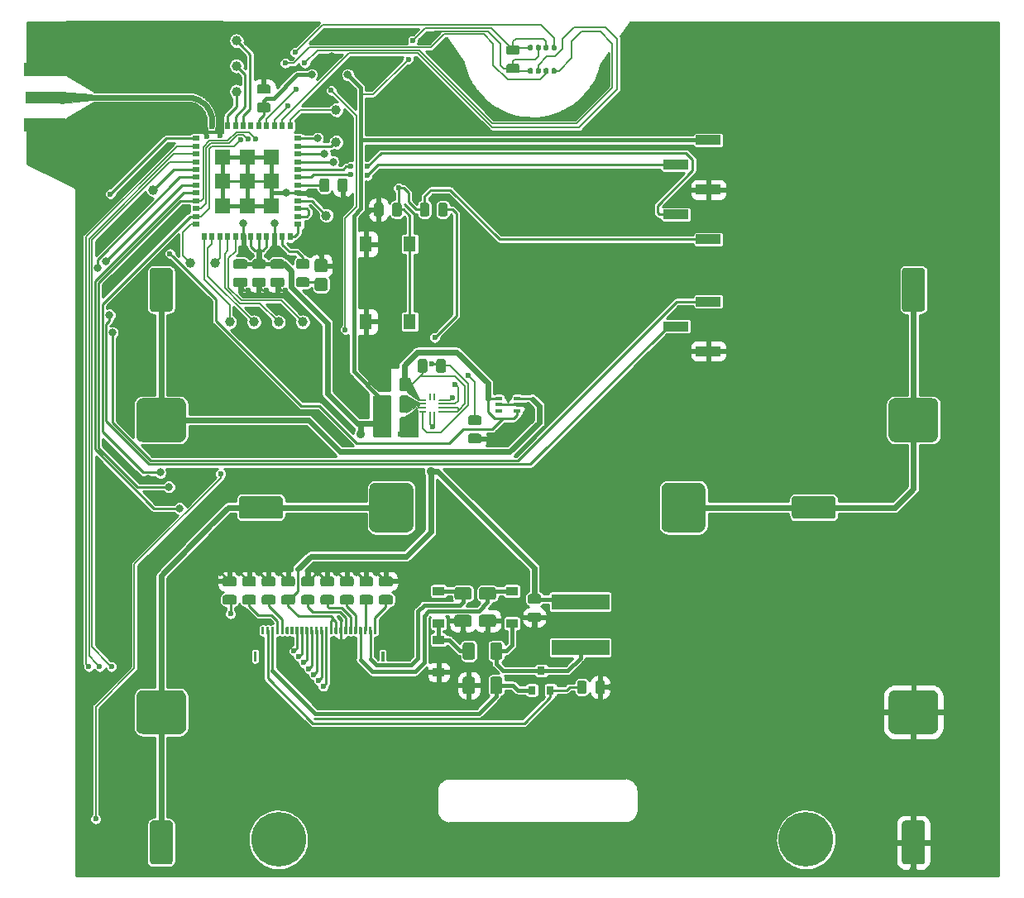
<source format=gbr>
G04 #@! TF.GenerationSoftware,KiCad,Pcbnew,(5.99.0-263-g133772e96)*
G04 #@! TF.CreationDate,2019-11-01T12:35:40+01:00*
G04 #@! TF.ProjectId,pocasicko,706f6361-7369-4636-9b6f-2e6b69636164,1*
G04 #@! TF.SameCoordinates,Original*
G04 #@! TF.FileFunction,Copper,L2,Bot*
G04 #@! TF.FilePolarity,Positive*
%FSLAX46Y46*%
G04 Gerber Fmt 4.6, Leading zero omitted, Abs format (unit mm)*
G04 Created by KiCad (PCBNEW (5.99.0-263-g133772e96)) date 2019-11-01 12:35:40*
%MOMM*%
%LPD*%
G04 APERTURE LIST*
%ADD10C,1.000000*%
%ADD11R,3.600000X1.270000*%
%ADD12R,4.200000X1.350000*%
%ADD13C,5.600000*%
%ADD14R,1.300000X1.550000*%
%ADD15R,0.650000X0.400000*%
%ADD16R,2.510000X1.000000*%
%ADD17R,0.800000X0.900000*%
%ADD18R,5.900000X1.600000*%
%ADD19R,1.200000X0.900000*%
%ADD20R,0.700000X0.200000*%
%ADD21R,0.200000X0.700000*%
%ADD22R,1.600000X1.600000*%
%ADD23R,0.800000X0.500000*%
%ADD24R,0.500000X0.800000*%
%ADD25C,0.800000*%
%ADD26C,0.600000*%
%ADD27C,0.900000*%
%ADD28C,0.250000*%
%ADD29C,0.400000*%
%ADD30C,0.150000*%
%ADD31C,0.600000*%
%ADD32C,0.200000*%
%ADD33C,0.630000*%
%ADD34C,0.025400*%
%ADD35C,0.127000*%
%ADD36C,0.254000*%
G04 APERTURE END LIST*
G04 #@! TA.AperFunction,SMDPad,CuDef*
G36*
X136022221Y-112253425D02*
G01*
X136036820Y-112263180D01*
X136046575Y-112277779D01*
X136050000Y-112295000D01*
X136050000Y-112905000D01*
X136046575Y-112922221D01*
X136036820Y-112936820D01*
X136022221Y-112946575D01*
X136005000Y-112950000D01*
X135795000Y-112950000D01*
X135777779Y-112946575D01*
X135763180Y-112936820D01*
X135753425Y-112922221D01*
X135750000Y-112905000D01*
X135750000Y-112295000D01*
X135753425Y-112277779D01*
X135763180Y-112263180D01*
X135777779Y-112253425D01*
X135795000Y-112250000D01*
X136005000Y-112250000D01*
X136022221Y-112253425D01*
G37*
G04 #@! TD.AperFunction*
G04 #@! TA.AperFunction,SMDPad,CuDef*
G36*
X135522221Y-112253425D02*
G01*
X135536820Y-112263180D01*
X135546575Y-112277779D01*
X135550000Y-112295000D01*
X135550000Y-112905000D01*
X135546575Y-112922221D01*
X135536820Y-112936820D01*
X135522221Y-112946575D01*
X135505000Y-112950000D01*
X135295000Y-112950000D01*
X135277779Y-112946575D01*
X135263180Y-112936820D01*
X135253425Y-112922221D01*
X135250000Y-112905000D01*
X135250000Y-112295000D01*
X135253425Y-112277779D01*
X135263180Y-112263180D01*
X135277779Y-112253425D01*
X135295000Y-112250000D01*
X135505000Y-112250000D01*
X135522221Y-112253425D01*
G37*
G04 #@! TD.AperFunction*
G04 #@! TA.AperFunction,SMDPad,CuDef*
G36*
X135022221Y-112253425D02*
G01*
X135036820Y-112263180D01*
X135046575Y-112277779D01*
X135050000Y-112295000D01*
X135050000Y-112905000D01*
X135046575Y-112922221D01*
X135036820Y-112936820D01*
X135022221Y-112946575D01*
X135005000Y-112950000D01*
X134795000Y-112950000D01*
X134777779Y-112946575D01*
X134763180Y-112936820D01*
X134753425Y-112922221D01*
X134750000Y-112905000D01*
X134750000Y-112295000D01*
X134753425Y-112277779D01*
X134763180Y-112263180D01*
X134777779Y-112253425D01*
X134795000Y-112250000D01*
X135005000Y-112250000D01*
X135022221Y-112253425D01*
G37*
G04 #@! TD.AperFunction*
G04 #@! TA.AperFunction,SMDPad,CuDef*
G36*
X134522221Y-112253425D02*
G01*
X134536820Y-112263180D01*
X134546575Y-112277779D01*
X134550000Y-112295000D01*
X134550000Y-112905000D01*
X134546575Y-112922221D01*
X134536820Y-112936820D01*
X134522221Y-112946575D01*
X134505000Y-112950000D01*
X134295000Y-112950000D01*
X134277779Y-112946575D01*
X134263180Y-112936820D01*
X134253425Y-112922221D01*
X134250000Y-112905000D01*
X134250000Y-112295000D01*
X134253425Y-112277779D01*
X134263180Y-112263180D01*
X134277779Y-112253425D01*
X134295000Y-112250000D01*
X134505000Y-112250000D01*
X134522221Y-112253425D01*
G37*
G04 #@! TD.AperFunction*
G04 #@! TA.AperFunction,SMDPad,CuDef*
G36*
X134022221Y-112253425D02*
G01*
X134036820Y-112263180D01*
X134046575Y-112277779D01*
X134050000Y-112295000D01*
X134050000Y-112905000D01*
X134046575Y-112922221D01*
X134036820Y-112936820D01*
X134022221Y-112946575D01*
X134005000Y-112950000D01*
X133795000Y-112950000D01*
X133777779Y-112946575D01*
X133763180Y-112936820D01*
X133753425Y-112922221D01*
X133750000Y-112905000D01*
X133750000Y-112295000D01*
X133753425Y-112277779D01*
X133763180Y-112263180D01*
X133777779Y-112253425D01*
X133795000Y-112250000D01*
X134005000Y-112250000D01*
X134022221Y-112253425D01*
G37*
G04 #@! TD.AperFunction*
G04 #@! TA.AperFunction,SMDPad,CuDef*
G36*
X133522221Y-112253425D02*
G01*
X133536820Y-112263180D01*
X133546575Y-112277779D01*
X133550000Y-112295000D01*
X133550000Y-112905000D01*
X133546575Y-112922221D01*
X133536820Y-112936820D01*
X133522221Y-112946575D01*
X133505000Y-112950000D01*
X133295000Y-112950000D01*
X133277779Y-112946575D01*
X133263180Y-112936820D01*
X133253425Y-112922221D01*
X133250000Y-112905000D01*
X133250000Y-112295000D01*
X133253425Y-112277779D01*
X133263180Y-112263180D01*
X133277779Y-112253425D01*
X133295000Y-112250000D01*
X133505000Y-112250000D01*
X133522221Y-112253425D01*
G37*
G04 #@! TD.AperFunction*
G04 #@! TA.AperFunction,SMDPad,CuDef*
G36*
X133022221Y-112253425D02*
G01*
X133036820Y-112263180D01*
X133046575Y-112277779D01*
X133050000Y-112295000D01*
X133050000Y-112905000D01*
X133046575Y-112922221D01*
X133036820Y-112936820D01*
X133022221Y-112946575D01*
X133005000Y-112950000D01*
X132795000Y-112950000D01*
X132777779Y-112946575D01*
X132763180Y-112936820D01*
X132753425Y-112922221D01*
X132750000Y-112905000D01*
X132750000Y-112295000D01*
X132753425Y-112277779D01*
X132763180Y-112263180D01*
X132777779Y-112253425D01*
X132795000Y-112250000D01*
X133005000Y-112250000D01*
X133022221Y-112253425D01*
G37*
G04 #@! TD.AperFunction*
G04 #@! TA.AperFunction,SMDPad,CuDef*
G36*
X132522221Y-112253425D02*
G01*
X132536820Y-112263180D01*
X132546575Y-112277779D01*
X132550000Y-112295000D01*
X132550000Y-112905000D01*
X132546575Y-112922221D01*
X132536820Y-112936820D01*
X132522221Y-112946575D01*
X132505000Y-112950000D01*
X132295000Y-112950000D01*
X132277779Y-112946575D01*
X132263180Y-112936820D01*
X132253425Y-112922221D01*
X132250000Y-112905000D01*
X132250000Y-112295000D01*
X132253425Y-112277779D01*
X132263180Y-112263180D01*
X132277779Y-112253425D01*
X132295000Y-112250000D01*
X132505000Y-112250000D01*
X132522221Y-112253425D01*
G37*
G04 #@! TD.AperFunction*
G04 #@! TA.AperFunction,SMDPad,CuDef*
G36*
X132022221Y-112253425D02*
G01*
X132036820Y-112263180D01*
X132046575Y-112277779D01*
X132050000Y-112295000D01*
X132050000Y-112905000D01*
X132046575Y-112922221D01*
X132036820Y-112936820D01*
X132022221Y-112946575D01*
X132005000Y-112950000D01*
X131795000Y-112950000D01*
X131777779Y-112946575D01*
X131763180Y-112936820D01*
X131753425Y-112922221D01*
X131750000Y-112905000D01*
X131750000Y-112295000D01*
X131753425Y-112277779D01*
X131763180Y-112263180D01*
X131777779Y-112253425D01*
X131795000Y-112250000D01*
X132005000Y-112250000D01*
X132022221Y-112253425D01*
G37*
G04 #@! TD.AperFunction*
G04 #@! TA.AperFunction,SMDPad,CuDef*
G36*
X131522221Y-112253425D02*
G01*
X131536820Y-112263180D01*
X131546575Y-112277779D01*
X131550000Y-112295000D01*
X131550000Y-112905000D01*
X131546575Y-112922221D01*
X131536820Y-112936820D01*
X131522221Y-112946575D01*
X131505000Y-112950000D01*
X131295000Y-112950000D01*
X131277779Y-112946575D01*
X131263180Y-112936820D01*
X131253425Y-112922221D01*
X131250000Y-112905000D01*
X131250000Y-112295000D01*
X131253425Y-112277779D01*
X131263180Y-112263180D01*
X131277779Y-112253425D01*
X131295000Y-112250000D01*
X131505000Y-112250000D01*
X131522221Y-112253425D01*
G37*
G04 #@! TD.AperFunction*
G04 #@! TA.AperFunction,SMDPad,CuDef*
G36*
X131022221Y-112253425D02*
G01*
X131036820Y-112263180D01*
X131046575Y-112277779D01*
X131050000Y-112295000D01*
X131050000Y-112905000D01*
X131046575Y-112922221D01*
X131036820Y-112936820D01*
X131022221Y-112946575D01*
X131005000Y-112950000D01*
X130795000Y-112950000D01*
X130777779Y-112946575D01*
X130763180Y-112936820D01*
X130753425Y-112922221D01*
X130750000Y-112905000D01*
X130750000Y-112295000D01*
X130753425Y-112277779D01*
X130763180Y-112263180D01*
X130777779Y-112253425D01*
X130795000Y-112250000D01*
X131005000Y-112250000D01*
X131022221Y-112253425D01*
G37*
G04 #@! TD.AperFunction*
G04 #@! TA.AperFunction,SMDPad,CuDef*
G36*
X130522221Y-112253425D02*
G01*
X130536820Y-112263180D01*
X130546575Y-112277779D01*
X130550000Y-112295000D01*
X130550000Y-112905000D01*
X130546575Y-112922221D01*
X130536820Y-112936820D01*
X130522221Y-112946575D01*
X130505000Y-112950000D01*
X130295000Y-112950000D01*
X130277779Y-112946575D01*
X130263180Y-112936820D01*
X130253425Y-112922221D01*
X130250000Y-112905000D01*
X130250000Y-112295000D01*
X130253425Y-112277779D01*
X130263180Y-112263180D01*
X130277779Y-112253425D01*
X130295000Y-112250000D01*
X130505000Y-112250000D01*
X130522221Y-112253425D01*
G37*
G04 #@! TD.AperFunction*
G04 #@! TA.AperFunction,SMDPad,CuDef*
G36*
X130022221Y-112253425D02*
G01*
X130036820Y-112263180D01*
X130046575Y-112277779D01*
X130050000Y-112295000D01*
X130050000Y-112905000D01*
X130046575Y-112922221D01*
X130036820Y-112936820D01*
X130022221Y-112946575D01*
X130005000Y-112950000D01*
X129795000Y-112950000D01*
X129777779Y-112946575D01*
X129763180Y-112936820D01*
X129753425Y-112922221D01*
X129750000Y-112905000D01*
X129750000Y-112295000D01*
X129753425Y-112277779D01*
X129763180Y-112263180D01*
X129777779Y-112253425D01*
X129795000Y-112250000D01*
X130005000Y-112250000D01*
X130022221Y-112253425D01*
G37*
G04 #@! TD.AperFunction*
G04 #@! TA.AperFunction,SMDPad,CuDef*
G36*
X129522221Y-112253425D02*
G01*
X129536820Y-112263180D01*
X129546575Y-112277779D01*
X129550000Y-112295000D01*
X129550000Y-112905000D01*
X129546575Y-112922221D01*
X129536820Y-112936820D01*
X129522221Y-112946575D01*
X129505000Y-112950000D01*
X129295000Y-112950000D01*
X129277779Y-112946575D01*
X129263180Y-112936820D01*
X129253425Y-112922221D01*
X129250000Y-112905000D01*
X129250000Y-112295000D01*
X129253425Y-112277779D01*
X129263180Y-112263180D01*
X129277779Y-112253425D01*
X129295000Y-112250000D01*
X129505000Y-112250000D01*
X129522221Y-112253425D01*
G37*
G04 #@! TD.AperFunction*
G04 #@! TA.AperFunction,SMDPad,CuDef*
G36*
X129022221Y-112253425D02*
G01*
X129036820Y-112263180D01*
X129046575Y-112277779D01*
X129050000Y-112295000D01*
X129050000Y-112905000D01*
X129046575Y-112922221D01*
X129036820Y-112936820D01*
X129022221Y-112946575D01*
X129005000Y-112950000D01*
X128795000Y-112950000D01*
X128777779Y-112946575D01*
X128763180Y-112936820D01*
X128753425Y-112922221D01*
X128750000Y-112905000D01*
X128750000Y-112295000D01*
X128753425Y-112277779D01*
X128763180Y-112263180D01*
X128777779Y-112253425D01*
X128795000Y-112250000D01*
X129005000Y-112250000D01*
X129022221Y-112253425D01*
G37*
G04 #@! TD.AperFunction*
G04 #@! TA.AperFunction,SMDPad,CuDef*
G36*
X128522221Y-112253425D02*
G01*
X128536820Y-112263180D01*
X128546575Y-112277779D01*
X128550000Y-112295000D01*
X128550000Y-112905000D01*
X128546575Y-112922221D01*
X128536820Y-112936820D01*
X128522221Y-112946575D01*
X128505000Y-112950000D01*
X128295000Y-112950000D01*
X128277779Y-112946575D01*
X128263180Y-112936820D01*
X128253425Y-112922221D01*
X128250000Y-112905000D01*
X128250000Y-112295000D01*
X128253425Y-112277779D01*
X128263180Y-112263180D01*
X128277779Y-112253425D01*
X128295000Y-112250000D01*
X128505000Y-112250000D01*
X128522221Y-112253425D01*
G37*
G04 #@! TD.AperFunction*
G04 #@! TA.AperFunction,SMDPad,CuDef*
G36*
X128022221Y-112253425D02*
G01*
X128036820Y-112263180D01*
X128046575Y-112277779D01*
X128050000Y-112295000D01*
X128050000Y-112905000D01*
X128046575Y-112922221D01*
X128036820Y-112936820D01*
X128022221Y-112946575D01*
X128005000Y-112950000D01*
X127795000Y-112950000D01*
X127777779Y-112946575D01*
X127763180Y-112936820D01*
X127753425Y-112922221D01*
X127750000Y-112905000D01*
X127750000Y-112295000D01*
X127753425Y-112277779D01*
X127763180Y-112263180D01*
X127777779Y-112253425D01*
X127795000Y-112250000D01*
X128005000Y-112250000D01*
X128022221Y-112253425D01*
G37*
G04 #@! TD.AperFunction*
G04 #@! TA.AperFunction,SMDPad,CuDef*
G36*
X127522221Y-112253425D02*
G01*
X127536820Y-112263180D01*
X127546575Y-112277779D01*
X127550000Y-112295000D01*
X127550000Y-112905000D01*
X127546575Y-112922221D01*
X127536820Y-112936820D01*
X127522221Y-112946575D01*
X127505000Y-112950000D01*
X127295000Y-112950000D01*
X127277779Y-112946575D01*
X127263180Y-112936820D01*
X127253425Y-112922221D01*
X127250000Y-112905000D01*
X127250000Y-112295000D01*
X127253425Y-112277779D01*
X127263180Y-112263180D01*
X127277779Y-112253425D01*
X127295000Y-112250000D01*
X127505000Y-112250000D01*
X127522221Y-112253425D01*
G37*
G04 #@! TD.AperFunction*
G04 #@! TA.AperFunction,SMDPad,CuDef*
G36*
X127022221Y-112253425D02*
G01*
X127036820Y-112263180D01*
X127046575Y-112277779D01*
X127050000Y-112295000D01*
X127050000Y-112905000D01*
X127046575Y-112922221D01*
X127036820Y-112936820D01*
X127022221Y-112946575D01*
X127005000Y-112950000D01*
X126795000Y-112950000D01*
X126777779Y-112946575D01*
X126763180Y-112936820D01*
X126753425Y-112922221D01*
X126750000Y-112905000D01*
X126750000Y-112295000D01*
X126753425Y-112277779D01*
X126763180Y-112263180D01*
X126777779Y-112253425D01*
X126795000Y-112250000D01*
X127005000Y-112250000D01*
X127022221Y-112253425D01*
G37*
G04 #@! TD.AperFunction*
G04 #@! TA.AperFunction,SMDPad,CuDef*
G36*
X126522221Y-112253425D02*
G01*
X126536820Y-112263180D01*
X126546575Y-112277779D01*
X126550000Y-112295000D01*
X126550000Y-112905000D01*
X126546575Y-112922221D01*
X126536820Y-112936820D01*
X126522221Y-112946575D01*
X126505000Y-112950000D01*
X126295000Y-112950000D01*
X126277779Y-112946575D01*
X126263180Y-112936820D01*
X126253425Y-112922221D01*
X126250000Y-112905000D01*
X126250000Y-112295000D01*
X126253425Y-112277779D01*
X126263180Y-112263180D01*
X126277779Y-112253425D01*
X126295000Y-112250000D01*
X126505000Y-112250000D01*
X126522221Y-112253425D01*
G37*
G04 #@! TD.AperFunction*
G04 #@! TA.AperFunction,SMDPad,CuDef*
G36*
X126022221Y-112253425D02*
G01*
X126036820Y-112263180D01*
X126046575Y-112277779D01*
X126050000Y-112295000D01*
X126050000Y-112905000D01*
X126046575Y-112922221D01*
X126036820Y-112936820D01*
X126022221Y-112946575D01*
X126005000Y-112950000D01*
X125795000Y-112950000D01*
X125777779Y-112946575D01*
X125763180Y-112936820D01*
X125753425Y-112922221D01*
X125750000Y-112905000D01*
X125750000Y-112295000D01*
X125753425Y-112277779D01*
X125763180Y-112263180D01*
X125777779Y-112253425D01*
X125795000Y-112250000D01*
X126005000Y-112250000D01*
X126022221Y-112253425D01*
G37*
G04 #@! TD.AperFunction*
G04 #@! TA.AperFunction,SMDPad,CuDef*
G36*
X125522221Y-112253425D02*
G01*
X125536820Y-112263180D01*
X125546575Y-112277779D01*
X125550000Y-112295000D01*
X125550000Y-112905000D01*
X125546575Y-112922221D01*
X125536820Y-112936820D01*
X125522221Y-112946575D01*
X125505000Y-112950000D01*
X125295000Y-112950000D01*
X125277779Y-112946575D01*
X125263180Y-112936820D01*
X125253425Y-112922221D01*
X125250000Y-112905000D01*
X125250000Y-112295000D01*
X125253425Y-112277779D01*
X125263180Y-112263180D01*
X125277779Y-112253425D01*
X125295000Y-112250000D01*
X125505000Y-112250000D01*
X125522221Y-112253425D01*
G37*
G04 #@! TD.AperFunction*
G04 #@! TA.AperFunction,SMDPad,CuDef*
G36*
X125022221Y-112253425D02*
G01*
X125036820Y-112263180D01*
X125046575Y-112277779D01*
X125050000Y-112295000D01*
X125050000Y-112905000D01*
X125046575Y-112922221D01*
X125036820Y-112936820D01*
X125022221Y-112946575D01*
X125005000Y-112950000D01*
X124795000Y-112950000D01*
X124777779Y-112946575D01*
X124763180Y-112936820D01*
X124753425Y-112922221D01*
X124750000Y-112905000D01*
X124750000Y-112295000D01*
X124753425Y-112277779D01*
X124763180Y-112263180D01*
X124777779Y-112253425D01*
X124795000Y-112250000D01*
X125005000Y-112250000D01*
X125022221Y-112253425D01*
G37*
G04 #@! TD.AperFunction*
G04 #@! TA.AperFunction,SMDPad,CuDef*
G36*
X124522221Y-112253425D02*
G01*
X124536820Y-112263180D01*
X124546575Y-112277779D01*
X124550000Y-112295000D01*
X124550000Y-112905000D01*
X124546575Y-112922221D01*
X124536820Y-112936820D01*
X124522221Y-112946575D01*
X124505000Y-112950000D01*
X124295000Y-112950000D01*
X124277779Y-112946575D01*
X124263180Y-112936820D01*
X124253425Y-112922221D01*
X124250000Y-112905000D01*
X124250000Y-112295000D01*
X124253425Y-112277779D01*
X124263180Y-112263180D01*
X124277779Y-112253425D01*
X124295000Y-112250000D01*
X124505000Y-112250000D01*
X124522221Y-112253425D01*
G37*
G04 #@! TD.AperFunction*
G04 #@! TA.AperFunction,SMDPad,CuDef*
G36*
X136812221Y-114753425D02*
G01*
X136826820Y-114763180D01*
X136836575Y-114777779D01*
X136840000Y-114795000D01*
X136840000Y-115705000D01*
X136836575Y-115722221D01*
X136826820Y-115736820D01*
X136812221Y-115746575D01*
X136795000Y-115750000D01*
X136585000Y-115750000D01*
X136567779Y-115746575D01*
X136553180Y-115736820D01*
X136543425Y-115722221D01*
X136540000Y-115705000D01*
X136540000Y-114795000D01*
X136543425Y-114777779D01*
X136553180Y-114763180D01*
X136567779Y-114753425D01*
X136585000Y-114750000D01*
X136795000Y-114750000D01*
X136812221Y-114753425D01*
G37*
G04 #@! TD.AperFunction*
G04 #@! TA.AperFunction,SMDPad,CuDef*
G36*
X123732221Y-114753425D02*
G01*
X123746820Y-114763180D01*
X123756575Y-114777779D01*
X123760000Y-114795000D01*
X123760000Y-115705000D01*
X123756575Y-115722221D01*
X123746820Y-115736820D01*
X123732221Y-115746575D01*
X123715000Y-115750000D01*
X123505000Y-115750000D01*
X123487779Y-115746575D01*
X123473180Y-115736820D01*
X123463425Y-115722221D01*
X123460000Y-115705000D01*
X123460000Y-114795000D01*
X123463425Y-114777779D01*
X123473180Y-114763180D01*
X123487779Y-114753425D01*
X123505000Y-114750000D01*
X123715000Y-114750000D01*
X123732221Y-114753425D01*
G37*
G04 #@! TD.AperFunction*
D10*
X131900000Y-59300000D03*
D11*
X101900000Y-58000000D03*
D12*
X102100000Y-55175000D03*
X102100000Y-60825000D03*
D10*
X131900000Y-62600000D03*
X130900000Y-70100000D03*
X113200000Y-67500000D03*
G04 #@! TA.AperFunction,SMDPad,CuDef*
G36*
X191939049Y-132071168D02*
G01*
X192044618Y-132132118D01*
X192122975Y-132225500D01*
X192170000Y-132401000D01*
X192170000Y-136199000D01*
X192148832Y-136319049D01*
X192087882Y-136424618D01*
X191994500Y-136502975D01*
X191819000Y-136550000D01*
X190181000Y-136550000D01*
X190060951Y-136528832D01*
X189955382Y-136467882D01*
X189877025Y-136374500D01*
X189830000Y-136199000D01*
X189830000Y-132401000D01*
X189851168Y-132280951D01*
X189912118Y-132175382D01*
X190005500Y-132097025D01*
X190181000Y-132050000D01*
X191819000Y-132050000D01*
X191939049Y-132071168D01*
G37*
G04 #@! TD.AperFunction*
G04 #@! TA.AperFunction,SMDPad,CuDef*
G36*
X191939049Y-75471168D02*
G01*
X192044618Y-75532118D01*
X192122975Y-75625500D01*
X192170000Y-75801000D01*
X192170000Y-79599000D01*
X192148832Y-79719049D01*
X192087882Y-79824618D01*
X191994500Y-79902975D01*
X191819000Y-79950000D01*
X190181000Y-79950000D01*
X190060951Y-79928832D01*
X189955382Y-79867882D01*
X189877025Y-79774500D01*
X189830000Y-79599000D01*
X189830000Y-75801000D01*
X189851168Y-75680951D01*
X189912118Y-75575382D01*
X190005500Y-75497025D01*
X190181000Y-75450000D01*
X191819000Y-75450000D01*
X191939049Y-75471168D01*
G37*
G04 #@! TD.AperFunction*
G04 #@! TA.AperFunction,SMDPad,CuDef*
G36*
X193026538Y-118719614D02*
G01*
X193178688Y-118777317D01*
X193312608Y-118869755D01*
X193420514Y-118991556D01*
X193496136Y-119135642D01*
X193540000Y-119375000D01*
X193540000Y-122525000D01*
X193520386Y-122686538D01*
X193462683Y-122838688D01*
X193370245Y-122972608D01*
X193248444Y-123080514D01*
X193104358Y-123156136D01*
X192865000Y-123200000D01*
X189135000Y-123200000D01*
X188973462Y-123180386D01*
X188821312Y-123122683D01*
X188687392Y-123030245D01*
X188579486Y-122908444D01*
X188503864Y-122764358D01*
X188460000Y-122525000D01*
X188460000Y-119375000D01*
X188479614Y-119213462D01*
X188537317Y-119061312D01*
X188629755Y-118927392D01*
X188751556Y-118819486D01*
X188895642Y-118743864D01*
X189135000Y-118700000D01*
X192865000Y-118700000D01*
X193026538Y-118719614D01*
G37*
G04 #@! TD.AperFunction*
G04 #@! TA.AperFunction,SMDPad,CuDef*
G36*
X193026538Y-88819614D02*
G01*
X193178688Y-88877317D01*
X193312608Y-88969755D01*
X193420514Y-89091556D01*
X193496136Y-89235642D01*
X193540000Y-89475000D01*
X193540000Y-92625000D01*
X193520386Y-92786538D01*
X193462683Y-92938688D01*
X193370245Y-93072608D01*
X193248444Y-93180514D01*
X193104358Y-93256136D01*
X192865000Y-93300000D01*
X189135000Y-93300000D01*
X188973462Y-93280386D01*
X188821312Y-93222683D01*
X188687392Y-93130245D01*
X188579486Y-93008444D01*
X188503864Y-92864358D01*
X188460000Y-92625000D01*
X188460000Y-89475000D01*
X188479614Y-89313462D01*
X188537317Y-89161312D01*
X188629755Y-89027392D01*
X188751556Y-88919486D01*
X188895642Y-88843864D01*
X189135000Y-88800000D01*
X192865000Y-88800000D01*
X193026538Y-88819614D01*
G37*
G04 #@! TD.AperFunction*
G04 #@! TA.AperFunction,SMDPad,CuDef*
G36*
X139286538Y-97479614D02*
G01*
X139438688Y-97537317D01*
X139572608Y-97629755D01*
X139680514Y-97751556D01*
X139756136Y-97895642D01*
X139800000Y-98135000D01*
X139800000Y-101865000D01*
X139780386Y-102026538D01*
X139722683Y-102178688D01*
X139630245Y-102312608D01*
X139508444Y-102420514D01*
X139364358Y-102496136D01*
X139125000Y-102540000D01*
X135975000Y-102540000D01*
X135813462Y-102520386D01*
X135661312Y-102462683D01*
X135527392Y-102370245D01*
X135419486Y-102248444D01*
X135343864Y-102104358D01*
X135300000Y-101865000D01*
X135300000Y-98135000D01*
X135319614Y-97973462D01*
X135377317Y-97821312D01*
X135469755Y-97687392D01*
X135591556Y-97579486D01*
X135735642Y-97503864D01*
X135975000Y-97460000D01*
X139125000Y-97460000D01*
X139286538Y-97479614D01*
G37*
G04 #@! TD.AperFunction*
G04 #@! TA.AperFunction,SMDPad,CuDef*
G36*
X169186538Y-97479614D02*
G01*
X169338688Y-97537317D01*
X169472608Y-97629755D01*
X169580514Y-97751556D01*
X169656136Y-97895642D01*
X169700000Y-98135000D01*
X169700000Y-101865000D01*
X169680386Y-102026538D01*
X169622683Y-102178688D01*
X169530245Y-102312608D01*
X169408444Y-102420514D01*
X169264358Y-102496136D01*
X169025000Y-102540000D01*
X165875000Y-102540000D01*
X165713462Y-102520386D01*
X165561312Y-102462683D01*
X165427392Y-102370245D01*
X165319486Y-102248444D01*
X165243864Y-102104358D01*
X165200000Y-101865000D01*
X165200000Y-98135000D01*
X165219614Y-97973462D01*
X165277317Y-97821312D01*
X165369755Y-97687392D01*
X165491556Y-97579486D01*
X165635642Y-97503864D01*
X165875000Y-97460000D01*
X169025000Y-97460000D01*
X169186538Y-97479614D01*
G37*
G04 #@! TD.AperFunction*
G04 #@! TA.AperFunction,SMDPad,CuDef*
G36*
X126219049Y-98851168D02*
G01*
X126324618Y-98912118D01*
X126402975Y-99005500D01*
X126450000Y-99181000D01*
X126450000Y-100819000D01*
X126428832Y-100939049D01*
X126367882Y-101044618D01*
X126274500Y-101122975D01*
X126099000Y-101170000D01*
X122301000Y-101170000D01*
X122180951Y-101148832D01*
X122075382Y-101087882D01*
X121997025Y-100994500D01*
X121950000Y-100819000D01*
X121950000Y-99181000D01*
X121971168Y-99060951D01*
X122032118Y-98955382D01*
X122125500Y-98877025D01*
X122301000Y-98830000D01*
X126099000Y-98830000D01*
X126219049Y-98851168D01*
G37*
G04 #@! TD.AperFunction*
G04 #@! TA.AperFunction,SMDPad,CuDef*
G36*
X182819049Y-98851168D02*
G01*
X182924618Y-98912118D01*
X183002975Y-99005500D01*
X183050000Y-99181000D01*
X183050000Y-100819000D01*
X183028832Y-100939049D01*
X182967882Y-101044618D01*
X182874500Y-101122975D01*
X182699000Y-101170000D01*
X178901000Y-101170000D01*
X178780951Y-101148832D01*
X178675382Y-101087882D01*
X178597025Y-100994500D01*
X178550000Y-100819000D01*
X178550000Y-99181000D01*
X178571168Y-99060951D01*
X178632118Y-98955382D01*
X178725500Y-98877025D01*
X178901000Y-98830000D01*
X182699000Y-98830000D01*
X182819049Y-98851168D01*
G37*
G04 #@! TD.AperFunction*
G04 #@! TA.AperFunction,SMDPad,CuDef*
G36*
X114939049Y-132071168D02*
G01*
X115044618Y-132132118D01*
X115122975Y-132225500D01*
X115170000Y-132401000D01*
X115170000Y-136199000D01*
X115148832Y-136319049D01*
X115087882Y-136424618D01*
X114994500Y-136502975D01*
X114819000Y-136550000D01*
X113181000Y-136550000D01*
X113060951Y-136528832D01*
X112955382Y-136467882D01*
X112877025Y-136374500D01*
X112830000Y-136199000D01*
X112830000Y-132401000D01*
X112851168Y-132280951D01*
X112912118Y-132175382D01*
X113005500Y-132097025D01*
X113181000Y-132050000D01*
X114819000Y-132050000D01*
X114939049Y-132071168D01*
G37*
G04 #@! TD.AperFunction*
G04 #@! TA.AperFunction,SMDPad,CuDef*
G36*
X114939049Y-75471168D02*
G01*
X115044618Y-75532118D01*
X115122975Y-75625500D01*
X115170000Y-75801000D01*
X115170000Y-79599000D01*
X115148832Y-79719049D01*
X115087882Y-79824618D01*
X114994500Y-79902975D01*
X114819000Y-79950000D01*
X113181000Y-79950000D01*
X113060951Y-79928832D01*
X112955382Y-79867882D01*
X112877025Y-79774500D01*
X112830000Y-79599000D01*
X112830000Y-75801000D01*
X112851168Y-75680951D01*
X112912118Y-75575382D01*
X113005500Y-75497025D01*
X113181000Y-75450000D01*
X114819000Y-75450000D01*
X114939049Y-75471168D01*
G37*
G04 #@! TD.AperFunction*
G04 #@! TA.AperFunction,SMDPad,CuDef*
G36*
X116026538Y-118719614D02*
G01*
X116178688Y-118777317D01*
X116312608Y-118869755D01*
X116420514Y-118991556D01*
X116496136Y-119135642D01*
X116540000Y-119375000D01*
X116540000Y-122525000D01*
X116520386Y-122686538D01*
X116462683Y-122838688D01*
X116370245Y-122972608D01*
X116248444Y-123080514D01*
X116104358Y-123156136D01*
X115865000Y-123200000D01*
X112135000Y-123200000D01*
X111973462Y-123180386D01*
X111821312Y-123122683D01*
X111687392Y-123030245D01*
X111579486Y-122908444D01*
X111503864Y-122764358D01*
X111460000Y-122525000D01*
X111460000Y-119375000D01*
X111479614Y-119213462D01*
X111537317Y-119061312D01*
X111629755Y-118927392D01*
X111751556Y-118819486D01*
X111895642Y-118743864D01*
X112135000Y-118700000D01*
X115865000Y-118700000D01*
X116026538Y-118719614D01*
G37*
G04 #@! TD.AperFunction*
G04 #@! TA.AperFunction,SMDPad,CuDef*
G36*
X116026538Y-88819614D02*
G01*
X116178688Y-88877317D01*
X116312608Y-88969755D01*
X116420514Y-89091556D01*
X116496136Y-89235642D01*
X116540000Y-89475000D01*
X116540000Y-92625000D01*
X116520386Y-92786538D01*
X116462683Y-92938688D01*
X116370245Y-93072608D01*
X116248444Y-93180514D01*
X116104358Y-93256136D01*
X115865000Y-93300000D01*
X112135000Y-93300000D01*
X111973462Y-93280386D01*
X111821312Y-93222683D01*
X111687392Y-93130245D01*
X111579486Y-93008444D01*
X111503864Y-92864358D01*
X111460000Y-92625000D01*
X111460000Y-89475000D01*
X111479614Y-89313462D01*
X111537317Y-89161312D01*
X111629755Y-89027392D01*
X111751556Y-88919486D01*
X111895642Y-88843864D01*
X112135000Y-88800000D01*
X115865000Y-88800000D01*
X116026538Y-88819614D01*
G37*
G04 #@! TD.AperFunction*
X117000000Y-75000000D03*
G04 #@! TA.AperFunction,SMDPad,CuDef*
G36*
X125049529Y-58568554D02*
G01*
X125128607Y-58621393D01*
X125181446Y-58700471D01*
X125200000Y-58793750D01*
X125200000Y-59281250D01*
X125181446Y-59374529D01*
X125128607Y-59453607D01*
X125049529Y-59506446D01*
X124956250Y-59525000D01*
X124043750Y-59525000D01*
X123950471Y-59506446D01*
X123871393Y-59453607D01*
X123818554Y-59374529D01*
X123800000Y-59281250D01*
X123800000Y-58793750D01*
X123818554Y-58700471D01*
X123871393Y-58621393D01*
X123950471Y-58568554D01*
X124043750Y-58550000D01*
X124956250Y-58550000D01*
X125049529Y-58568554D01*
G37*
G04 #@! TD.AperFunction*
G04 #@! TA.AperFunction,SMDPad,CuDef*
G36*
X125049529Y-56693554D02*
G01*
X125128607Y-56746393D01*
X125181446Y-56825471D01*
X125200000Y-56918750D01*
X125200000Y-57406250D01*
X125181446Y-57499529D01*
X125128607Y-57578607D01*
X125049529Y-57631446D01*
X124956250Y-57650000D01*
X124043750Y-57650000D01*
X123950471Y-57631446D01*
X123871393Y-57578607D01*
X123818554Y-57499529D01*
X123800000Y-57406250D01*
X123800000Y-56918750D01*
X123818554Y-56825471D01*
X123871393Y-56746393D01*
X123950471Y-56693554D01*
X124043750Y-56675000D01*
X124956250Y-56675000D01*
X125049529Y-56693554D01*
G37*
G04 #@! TD.AperFunction*
D13*
X180000000Y-134000000D03*
X126000000Y-134000000D03*
D14*
X139450000Y-80975000D03*
X134950000Y-80975000D03*
X134950000Y-73025000D03*
X139450000Y-73025000D03*
D15*
X148550000Y-88820000D03*
X148550000Y-90120000D03*
X150450000Y-89470000D03*
X148550000Y-89470000D03*
X150450000Y-90120000D03*
X150450000Y-88820000D03*
G04 #@! TA.AperFunction,SMDPad,CuDef*
G36*
X143174529Y-68818554D02*
G01*
X143253607Y-68871393D01*
X143306446Y-68950471D01*
X143325000Y-69043750D01*
X143325000Y-69956250D01*
X143306446Y-70049529D01*
X143253607Y-70128607D01*
X143174529Y-70181446D01*
X143081250Y-70200000D01*
X142593750Y-70200000D01*
X142500471Y-70181446D01*
X142421393Y-70128607D01*
X142368554Y-70049529D01*
X142350000Y-69956250D01*
X142350000Y-69043750D01*
X142368554Y-68950471D01*
X142421393Y-68871393D01*
X142500471Y-68818554D01*
X142593750Y-68800000D01*
X143081250Y-68800000D01*
X143174529Y-68818554D01*
G37*
G04 #@! TD.AperFunction*
G04 #@! TA.AperFunction,SMDPad,CuDef*
G36*
X141299529Y-68818554D02*
G01*
X141378607Y-68871393D01*
X141431446Y-68950471D01*
X141450000Y-69043750D01*
X141450000Y-69956250D01*
X141431446Y-70049529D01*
X141378607Y-70128607D01*
X141299529Y-70181446D01*
X141206250Y-70200000D01*
X140718750Y-70200000D01*
X140625471Y-70181446D01*
X140546393Y-70128607D01*
X140493554Y-70049529D01*
X140475000Y-69956250D01*
X140475000Y-69043750D01*
X140493554Y-68950471D01*
X140546393Y-68871393D01*
X140625471Y-68818554D01*
X140718750Y-68800000D01*
X141206250Y-68800000D01*
X141299529Y-68818554D01*
G37*
G04 #@! TD.AperFunction*
G04 #@! TA.AperFunction,SMDPad,CuDef*
G36*
X146649529Y-90593554D02*
G01*
X146728607Y-90646393D01*
X146781446Y-90725471D01*
X146800000Y-90818750D01*
X146800000Y-91306250D01*
X146781446Y-91399529D01*
X146728607Y-91478607D01*
X146649529Y-91531446D01*
X146556250Y-91550000D01*
X145643750Y-91550000D01*
X145550471Y-91531446D01*
X145471393Y-91478607D01*
X145418554Y-91399529D01*
X145400000Y-91306250D01*
X145400000Y-90818750D01*
X145418554Y-90725471D01*
X145471393Y-90646393D01*
X145550471Y-90593554D01*
X145643750Y-90575000D01*
X146556250Y-90575000D01*
X146649529Y-90593554D01*
G37*
G04 #@! TD.AperFunction*
G04 #@! TA.AperFunction,SMDPad,CuDef*
G36*
X146649529Y-92468554D02*
G01*
X146728607Y-92521393D01*
X146781446Y-92600471D01*
X146800000Y-92693750D01*
X146800000Y-93181250D01*
X146781446Y-93274529D01*
X146728607Y-93353607D01*
X146649529Y-93406446D01*
X146556250Y-93425000D01*
X145643750Y-93425000D01*
X145550471Y-93406446D01*
X145471393Y-93353607D01*
X145418554Y-93274529D01*
X145400000Y-93181250D01*
X145400000Y-92693750D01*
X145418554Y-92600471D01*
X145471393Y-92521393D01*
X145550471Y-92468554D01*
X145643750Y-92450000D01*
X146556250Y-92450000D01*
X146649529Y-92468554D01*
G37*
G04 #@! TD.AperFunction*
D16*
X166690000Y-81460000D03*
X170000000Y-84000000D03*
X170000000Y-78920000D03*
G04 #@! TA.AperFunction,SMDPad,CuDef*
G36*
X121549529Y-107093554D02*
G01*
X121628607Y-107146393D01*
X121681446Y-107225471D01*
X121700000Y-107318750D01*
X121700000Y-107806250D01*
X121681446Y-107899529D01*
X121628607Y-107978607D01*
X121549529Y-108031446D01*
X121456250Y-108050000D01*
X120543750Y-108050000D01*
X120450471Y-108031446D01*
X120371393Y-107978607D01*
X120318554Y-107899529D01*
X120300000Y-107806250D01*
X120300000Y-107318750D01*
X120318554Y-107225471D01*
X120371393Y-107146393D01*
X120450471Y-107093554D01*
X120543750Y-107075000D01*
X121456250Y-107075000D01*
X121549529Y-107093554D01*
G37*
G04 #@! TD.AperFunction*
G04 #@! TA.AperFunction,SMDPad,CuDef*
G36*
X121549529Y-108968554D02*
G01*
X121628607Y-109021393D01*
X121681446Y-109100471D01*
X121700000Y-109193750D01*
X121700000Y-109681250D01*
X121681446Y-109774529D01*
X121628607Y-109853607D01*
X121549529Y-109906446D01*
X121456250Y-109925000D01*
X120543750Y-109925000D01*
X120450471Y-109906446D01*
X120371393Y-109853607D01*
X120318554Y-109774529D01*
X120300000Y-109681250D01*
X120300000Y-109193750D01*
X120318554Y-109100471D01*
X120371393Y-109021393D01*
X120450471Y-108968554D01*
X120543750Y-108950000D01*
X121456250Y-108950000D01*
X121549529Y-108968554D01*
G37*
G04 #@! TD.AperFunction*
G04 #@! TA.AperFunction,SMDPad,CuDef*
G36*
X145970671Y-117344030D02*
G01*
X146051777Y-117398223D01*
X146105970Y-117479329D01*
X146125000Y-117575000D01*
X146125000Y-118825000D01*
X146105970Y-118920671D01*
X146051777Y-119001777D01*
X145970671Y-119055970D01*
X145875000Y-119075000D01*
X145125000Y-119075000D01*
X145029329Y-119055970D01*
X144948223Y-119001777D01*
X144894030Y-118920671D01*
X144875000Y-118825000D01*
X144875000Y-117575000D01*
X144894030Y-117479329D01*
X144948223Y-117398223D01*
X145029329Y-117344030D01*
X145125000Y-117325000D01*
X145875000Y-117325000D01*
X145970671Y-117344030D01*
G37*
G04 #@! TD.AperFunction*
G04 #@! TA.AperFunction,SMDPad,CuDef*
G36*
X148770671Y-117344030D02*
G01*
X148851777Y-117398223D01*
X148905970Y-117479329D01*
X148925000Y-117575000D01*
X148925000Y-118825000D01*
X148905970Y-118920671D01*
X148851777Y-119001777D01*
X148770671Y-119055970D01*
X148675000Y-119075000D01*
X147925000Y-119075000D01*
X147829329Y-119055970D01*
X147748223Y-119001777D01*
X147694030Y-118920671D01*
X147675000Y-118825000D01*
X147675000Y-117575000D01*
X147694030Y-117479329D01*
X147748223Y-117398223D01*
X147829329Y-117344030D01*
X147925000Y-117325000D01*
X148675000Y-117325000D01*
X148770671Y-117344030D01*
G37*
G04 #@! TD.AperFunction*
G04 #@! TA.AperFunction,SMDPad,CuDef*
G36*
X159274529Y-117718554D02*
G01*
X159353607Y-117771393D01*
X159406446Y-117850471D01*
X159425000Y-117943750D01*
X159425000Y-118856250D01*
X159406446Y-118949529D01*
X159353607Y-119028607D01*
X159274529Y-119081446D01*
X159181250Y-119100000D01*
X158693750Y-119100000D01*
X158600471Y-119081446D01*
X158521393Y-119028607D01*
X158468554Y-118949529D01*
X158450000Y-118856250D01*
X158450000Y-117943750D01*
X158468554Y-117850471D01*
X158521393Y-117771393D01*
X158600471Y-117718554D01*
X158693750Y-117700000D01*
X159181250Y-117700000D01*
X159274529Y-117718554D01*
G37*
G04 #@! TD.AperFunction*
G04 #@! TA.AperFunction,SMDPad,CuDef*
G36*
X157399529Y-117718554D02*
G01*
X157478607Y-117771393D01*
X157531446Y-117850471D01*
X157550000Y-117943750D01*
X157550000Y-118856250D01*
X157531446Y-118949529D01*
X157478607Y-119028607D01*
X157399529Y-119081446D01*
X157306250Y-119100000D01*
X156818750Y-119100000D01*
X156725471Y-119081446D01*
X156646393Y-119028607D01*
X156593554Y-118949529D01*
X156575000Y-118856250D01*
X156575000Y-117943750D01*
X156593554Y-117850471D01*
X156646393Y-117771393D01*
X156725471Y-117718554D01*
X156818750Y-117700000D01*
X157306250Y-117700000D01*
X157399529Y-117718554D01*
G37*
G04 #@! TD.AperFunction*
D17*
X152900000Y-116700000D03*
X151950000Y-118700000D03*
X153850000Y-118700000D03*
D18*
X156900000Y-109650000D03*
X156900000Y-114350000D03*
D19*
X149900000Y-111850000D03*
X149900000Y-108550000D03*
X142400000Y-108550000D03*
X142400000Y-111850000D03*
X142400000Y-113550000D03*
X142400000Y-116850000D03*
G04 #@! TA.AperFunction,SMDPad,CuDef*
G36*
X127549529Y-108968554D02*
G01*
X127628607Y-109021393D01*
X127681446Y-109100471D01*
X127700000Y-109193750D01*
X127700000Y-109681250D01*
X127681446Y-109774529D01*
X127628607Y-109853607D01*
X127549529Y-109906446D01*
X127456250Y-109925000D01*
X126543750Y-109925000D01*
X126450471Y-109906446D01*
X126371393Y-109853607D01*
X126318554Y-109774529D01*
X126300000Y-109681250D01*
X126300000Y-109193750D01*
X126318554Y-109100471D01*
X126371393Y-109021393D01*
X126450471Y-108968554D01*
X126543750Y-108950000D01*
X127456250Y-108950000D01*
X127549529Y-108968554D01*
G37*
G04 #@! TD.AperFunction*
G04 #@! TA.AperFunction,SMDPad,CuDef*
G36*
X127549529Y-107093554D02*
G01*
X127628607Y-107146393D01*
X127681446Y-107225471D01*
X127700000Y-107318750D01*
X127700000Y-107806250D01*
X127681446Y-107899529D01*
X127628607Y-107978607D01*
X127549529Y-108031446D01*
X127456250Y-108050000D01*
X126543750Y-108050000D01*
X126450471Y-108031446D01*
X126371393Y-107978607D01*
X126318554Y-107899529D01*
X126300000Y-107806250D01*
X126300000Y-107318750D01*
X126318554Y-107225471D01*
X126371393Y-107146393D01*
X126450471Y-107093554D01*
X126543750Y-107075000D01*
X127456250Y-107075000D01*
X127549529Y-107093554D01*
G37*
G04 #@! TD.AperFunction*
G04 #@! TA.AperFunction,SMDPad,CuDef*
G36*
X148120671Y-110994030D02*
G01*
X148201777Y-111048223D01*
X148255970Y-111129329D01*
X148275000Y-111225000D01*
X148275000Y-111975000D01*
X148255970Y-112070671D01*
X148201777Y-112151777D01*
X148120671Y-112205970D01*
X148025000Y-112225000D01*
X146775000Y-112225000D01*
X146679329Y-112205970D01*
X146598223Y-112151777D01*
X146544030Y-112070671D01*
X146525000Y-111975000D01*
X146525000Y-111225000D01*
X146544030Y-111129329D01*
X146598223Y-111048223D01*
X146679329Y-110994030D01*
X146775000Y-110975000D01*
X148025000Y-110975000D01*
X148120671Y-110994030D01*
G37*
G04 #@! TD.AperFunction*
G04 #@! TA.AperFunction,SMDPad,CuDef*
G36*
X148120671Y-108194030D02*
G01*
X148201777Y-108248223D01*
X148255970Y-108329329D01*
X148275000Y-108425000D01*
X148275000Y-109175000D01*
X148255970Y-109270671D01*
X148201777Y-109351777D01*
X148120671Y-109405970D01*
X148025000Y-109425000D01*
X146775000Y-109425000D01*
X146679329Y-109405970D01*
X146598223Y-109351777D01*
X146544030Y-109270671D01*
X146525000Y-109175000D01*
X146525000Y-108425000D01*
X146544030Y-108329329D01*
X146598223Y-108248223D01*
X146679329Y-108194030D01*
X146775000Y-108175000D01*
X148025000Y-108175000D01*
X148120671Y-108194030D01*
G37*
G04 #@! TD.AperFunction*
G04 #@! TA.AperFunction,SMDPad,CuDef*
G36*
X152749529Y-110768554D02*
G01*
X152828607Y-110821393D01*
X152881446Y-110900471D01*
X152900000Y-110993750D01*
X152900000Y-111481250D01*
X152881446Y-111574529D01*
X152828607Y-111653607D01*
X152749529Y-111706446D01*
X152656250Y-111725000D01*
X151743750Y-111725000D01*
X151650471Y-111706446D01*
X151571393Y-111653607D01*
X151518554Y-111574529D01*
X151500000Y-111481250D01*
X151500000Y-110993750D01*
X151518554Y-110900471D01*
X151571393Y-110821393D01*
X151650471Y-110768554D01*
X151743750Y-110750000D01*
X152656250Y-110750000D01*
X152749529Y-110768554D01*
G37*
G04 #@! TD.AperFunction*
G04 #@! TA.AperFunction,SMDPad,CuDef*
G36*
X152749529Y-108893554D02*
G01*
X152828607Y-108946393D01*
X152881446Y-109025471D01*
X152900000Y-109118750D01*
X152900000Y-109606250D01*
X152881446Y-109699529D01*
X152828607Y-109778607D01*
X152749529Y-109831446D01*
X152656250Y-109850000D01*
X151743750Y-109850000D01*
X151650471Y-109831446D01*
X151571393Y-109778607D01*
X151518554Y-109699529D01*
X151500000Y-109606250D01*
X151500000Y-109118750D01*
X151518554Y-109025471D01*
X151571393Y-108946393D01*
X151650471Y-108893554D01*
X151743750Y-108875000D01*
X152656250Y-108875000D01*
X152749529Y-108893554D01*
G37*
G04 #@! TD.AperFunction*
G04 #@! TA.AperFunction,SMDPad,CuDef*
G36*
X145970671Y-113844030D02*
G01*
X146051777Y-113898223D01*
X146105970Y-113979329D01*
X146125000Y-114075000D01*
X146125000Y-115325000D01*
X146105970Y-115420671D01*
X146051777Y-115501777D01*
X145970671Y-115555970D01*
X145875000Y-115575000D01*
X145125000Y-115575000D01*
X145029329Y-115555970D01*
X144948223Y-115501777D01*
X144894030Y-115420671D01*
X144875000Y-115325000D01*
X144875000Y-114075000D01*
X144894030Y-113979329D01*
X144948223Y-113898223D01*
X145029329Y-113844030D01*
X145125000Y-113825000D01*
X145875000Y-113825000D01*
X145970671Y-113844030D01*
G37*
G04 #@! TD.AperFunction*
G04 #@! TA.AperFunction,SMDPad,CuDef*
G36*
X148770671Y-113844030D02*
G01*
X148851777Y-113898223D01*
X148905970Y-113979329D01*
X148925000Y-114075000D01*
X148925000Y-115325000D01*
X148905970Y-115420671D01*
X148851777Y-115501777D01*
X148770671Y-115555970D01*
X148675000Y-115575000D01*
X147925000Y-115575000D01*
X147829329Y-115555970D01*
X147748223Y-115501777D01*
X147694030Y-115420671D01*
X147675000Y-115325000D01*
X147675000Y-114075000D01*
X147694030Y-113979329D01*
X147748223Y-113898223D01*
X147829329Y-113844030D01*
X147925000Y-113825000D01*
X148675000Y-113825000D01*
X148770671Y-113844030D01*
G37*
G04 #@! TD.AperFunction*
G04 #@! TA.AperFunction,SMDPad,CuDef*
G36*
X145620671Y-110994030D02*
G01*
X145701777Y-111048223D01*
X145755970Y-111129329D01*
X145775000Y-111225000D01*
X145775000Y-111975000D01*
X145755970Y-112070671D01*
X145701777Y-112151777D01*
X145620671Y-112205970D01*
X145525000Y-112225000D01*
X144275000Y-112225000D01*
X144179329Y-112205970D01*
X144098223Y-112151777D01*
X144044030Y-112070671D01*
X144025000Y-111975000D01*
X144025000Y-111225000D01*
X144044030Y-111129329D01*
X144098223Y-111048223D01*
X144179329Y-110994030D01*
X144275000Y-110975000D01*
X145525000Y-110975000D01*
X145620671Y-110994030D01*
G37*
G04 #@! TD.AperFunction*
G04 #@! TA.AperFunction,SMDPad,CuDef*
G36*
X145620671Y-108194030D02*
G01*
X145701777Y-108248223D01*
X145755970Y-108329329D01*
X145775000Y-108425000D01*
X145775000Y-109175000D01*
X145755970Y-109270671D01*
X145701777Y-109351777D01*
X145620671Y-109405970D01*
X145525000Y-109425000D01*
X144275000Y-109425000D01*
X144179329Y-109405970D01*
X144098223Y-109351777D01*
X144044030Y-109270671D01*
X144025000Y-109175000D01*
X144025000Y-108425000D01*
X144044030Y-108329329D01*
X144098223Y-108248223D01*
X144179329Y-108194030D01*
X144275000Y-108175000D01*
X145525000Y-108175000D01*
X145620671Y-108194030D01*
G37*
G04 #@! TD.AperFunction*
G04 #@! TA.AperFunction,SMDPad,CuDef*
G36*
X142487500Y-88900000D02*
G01*
X143037500Y-88900000D01*
X143037500Y-89100000D01*
X142337500Y-89100000D01*
X142337500Y-89050000D01*
X142487500Y-88900000D01*
G37*
G04 #@! TD.AperFunction*
D20*
X142687500Y-89400000D03*
X142687500Y-89800000D03*
X142687500Y-90200000D03*
D21*
X141937500Y-90550000D03*
X141537500Y-90550000D03*
D20*
X140787500Y-90200000D03*
X140787500Y-89800000D03*
X140787500Y-89400000D03*
X140787500Y-89000000D03*
D21*
X141537500Y-88650000D03*
X141937500Y-88650000D03*
D10*
X123500000Y-81000000D03*
X119500000Y-75000000D03*
X126000000Y-81000000D03*
X128500000Y-81000000D03*
X121000000Y-81000000D03*
X121700000Y-54800000D03*
X121700000Y-52200000D03*
X121700000Y-57400000D03*
G04 #@! TA.AperFunction,SMDPad,CuDef*
G36*
X142974529Y-84818554D02*
G01*
X143053607Y-84871393D01*
X143106446Y-84950471D01*
X143125000Y-85043750D01*
X143125000Y-85956250D01*
X143106446Y-86049529D01*
X143053607Y-86128607D01*
X142974529Y-86181446D01*
X142881250Y-86200000D01*
X142393750Y-86200000D01*
X142300471Y-86181446D01*
X142221393Y-86128607D01*
X142168554Y-86049529D01*
X142150000Y-85956250D01*
X142150000Y-85043750D01*
X142168554Y-84950471D01*
X142221393Y-84871393D01*
X142300471Y-84818554D01*
X142393750Y-84800000D01*
X142881250Y-84800000D01*
X142974529Y-84818554D01*
G37*
G04 #@! TD.AperFunction*
G04 #@! TA.AperFunction,SMDPad,CuDef*
G36*
X141099529Y-84818554D02*
G01*
X141178607Y-84871393D01*
X141231446Y-84950471D01*
X141250000Y-85043750D01*
X141250000Y-85956250D01*
X141231446Y-86049529D01*
X141178607Y-86128607D01*
X141099529Y-86181446D01*
X141006250Y-86200000D01*
X140518750Y-86200000D01*
X140425471Y-86181446D01*
X140346393Y-86128607D01*
X140293554Y-86049529D01*
X140275000Y-85956250D01*
X140275000Y-85043750D01*
X140293554Y-84950471D01*
X140346393Y-84871393D01*
X140425471Y-84818554D01*
X140518750Y-84800000D01*
X141006250Y-84800000D01*
X141099529Y-84818554D01*
G37*
G04 #@! TD.AperFunction*
G04 #@! TA.AperFunction,SMDPad,CuDef*
G36*
X137337029Y-88518554D02*
G01*
X137416107Y-88571393D01*
X137468946Y-88650471D01*
X137487500Y-88743750D01*
X137487500Y-90056250D01*
X137468946Y-90149529D01*
X137416107Y-90228607D01*
X137337029Y-90281446D01*
X137243750Y-90300000D01*
X136756250Y-90300000D01*
X136662971Y-90281446D01*
X136583893Y-90228607D01*
X136531054Y-90149529D01*
X136512500Y-90056250D01*
X136512500Y-88743750D01*
X136531054Y-88650471D01*
X136583893Y-88571393D01*
X136662971Y-88518554D01*
X136756250Y-88500000D01*
X137243750Y-88500000D01*
X137337029Y-88518554D01*
G37*
G04 #@! TD.AperFunction*
G04 #@! TA.AperFunction,SMDPad,CuDef*
G36*
X139212029Y-88518554D02*
G01*
X139291107Y-88571393D01*
X139343946Y-88650471D01*
X139362500Y-88743750D01*
X139362500Y-90056250D01*
X139343946Y-90149529D01*
X139291107Y-90228607D01*
X139212029Y-90281446D01*
X139118750Y-90300000D01*
X138631250Y-90300000D01*
X138537971Y-90281446D01*
X138458893Y-90228607D01*
X138406054Y-90149529D01*
X138387500Y-90056250D01*
X138387500Y-88743750D01*
X138406054Y-88650471D01*
X138458893Y-88571393D01*
X138537971Y-88518554D01*
X138631250Y-88500000D01*
X139118750Y-88500000D01*
X139212029Y-88518554D01*
G37*
G04 #@! TD.AperFunction*
G04 #@! TA.AperFunction,SMDPad,CuDef*
G36*
X123549529Y-108968554D02*
G01*
X123628607Y-109021393D01*
X123681446Y-109100471D01*
X123700000Y-109193750D01*
X123700000Y-109681250D01*
X123681446Y-109774529D01*
X123628607Y-109853607D01*
X123549529Y-109906446D01*
X123456250Y-109925000D01*
X122543750Y-109925000D01*
X122450471Y-109906446D01*
X122371393Y-109853607D01*
X122318554Y-109774529D01*
X122300000Y-109681250D01*
X122300000Y-109193750D01*
X122318554Y-109100471D01*
X122371393Y-109021393D01*
X122450471Y-108968554D01*
X122543750Y-108950000D01*
X123456250Y-108950000D01*
X123549529Y-108968554D01*
G37*
G04 #@! TD.AperFunction*
G04 #@! TA.AperFunction,SMDPad,CuDef*
G36*
X123549529Y-107093554D02*
G01*
X123628607Y-107146393D01*
X123681446Y-107225471D01*
X123700000Y-107318750D01*
X123700000Y-107806250D01*
X123681446Y-107899529D01*
X123628607Y-107978607D01*
X123549529Y-108031446D01*
X123456250Y-108050000D01*
X122543750Y-108050000D01*
X122450471Y-108031446D01*
X122371393Y-107978607D01*
X122318554Y-107899529D01*
X122300000Y-107806250D01*
X122300000Y-107318750D01*
X122318554Y-107225471D01*
X122371393Y-107146393D01*
X122450471Y-107093554D01*
X122543750Y-107075000D01*
X123456250Y-107075000D01*
X123549529Y-107093554D01*
G37*
G04 #@! TD.AperFunction*
G04 #@! TA.AperFunction,SMDPad,CuDef*
G36*
X125549529Y-108968554D02*
G01*
X125628607Y-109021393D01*
X125681446Y-109100471D01*
X125700000Y-109193750D01*
X125700000Y-109681250D01*
X125681446Y-109774529D01*
X125628607Y-109853607D01*
X125549529Y-109906446D01*
X125456250Y-109925000D01*
X124543750Y-109925000D01*
X124450471Y-109906446D01*
X124371393Y-109853607D01*
X124318554Y-109774529D01*
X124300000Y-109681250D01*
X124300000Y-109193750D01*
X124318554Y-109100471D01*
X124371393Y-109021393D01*
X124450471Y-108968554D01*
X124543750Y-108950000D01*
X125456250Y-108950000D01*
X125549529Y-108968554D01*
G37*
G04 #@! TD.AperFunction*
G04 #@! TA.AperFunction,SMDPad,CuDef*
G36*
X125549529Y-107093554D02*
G01*
X125628607Y-107146393D01*
X125681446Y-107225471D01*
X125700000Y-107318750D01*
X125700000Y-107806250D01*
X125681446Y-107899529D01*
X125628607Y-107978607D01*
X125549529Y-108031446D01*
X125456250Y-108050000D01*
X124543750Y-108050000D01*
X124450471Y-108031446D01*
X124371393Y-107978607D01*
X124318554Y-107899529D01*
X124300000Y-107806250D01*
X124300000Y-107318750D01*
X124318554Y-107225471D01*
X124371393Y-107146393D01*
X124450471Y-107093554D01*
X124543750Y-107075000D01*
X125456250Y-107075000D01*
X125549529Y-107093554D01*
G37*
G04 #@! TD.AperFunction*
G04 #@! TA.AperFunction,SMDPad,CuDef*
G36*
X131549529Y-108968554D02*
G01*
X131628607Y-109021393D01*
X131681446Y-109100471D01*
X131700000Y-109193750D01*
X131700000Y-109681250D01*
X131681446Y-109774529D01*
X131628607Y-109853607D01*
X131549529Y-109906446D01*
X131456250Y-109925000D01*
X130543750Y-109925000D01*
X130450471Y-109906446D01*
X130371393Y-109853607D01*
X130318554Y-109774529D01*
X130300000Y-109681250D01*
X130300000Y-109193750D01*
X130318554Y-109100471D01*
X130371393Y-109021393D01*
X130450471Y-108968554D01*
X130543750Y-108950000D01*
X131456250Y-108950000D01*
X131549529Y-108968554D01*
G37*
G04 #@! TD.AperFunction*
G04 #@! TA.AperFunction,SMDPad,CuDef*
G36*
X131549529Y-107093554D02*
G01*
X131628607Y-107146393D01*
X131681446Y-107225471D01*
X131700000Y-107318750D01*
X131700000Y-107806250D01*
X131681446Y-107899529D01*
X131628607Y-107978607D01*
X131549529Y-108031446D01*
X131456250Y-108050000D01*
X130543750Y-108050000D01*
X130450471Y-108031446D01*
X130371393Y-107978607D01*
X130318554Y-107899529D01*
X130300000Y-107806250D01*
X130300000Y-107318750D01*
X130318554Y-107225471D01*
X130371393Y-107146393D01*
X130450471Y-107093554D01*
X130543750Y-107075000D01*
X131456250Y-107075000D01*
X131549529Y-107093554D01*
G37*
G04 #@! TD.AperFunction*
G04 #@! TA.AperFunction,SMDPad,CuDef*
G36*
X150549529Y-52693554D02*
G01*
X150628607Y-52746393D01*
X150681446Y-52825471D01*
X150700000Y-52918750D01*
X150700000Y-53406250D01*
X150681446Y-53499529D01*
X150628607Y-53578607D01*
X150549529Y-53631446D01*
X150456250Y-53650000D01*
X149543750Y-53650000D01*
X149450471Y-53631446D01*
X149371393Y-53578607D01*
X149318554Y-53499529D01*
X149300000Y-53406250D01*
X149300000Y-52918750D01*
X149318554Y-52825471D01*
X149371393Y-52746393D01*
X149450471Y-52693554D01*
X149543750Y-52675000D01*
X150456250Y-52675000D01*
X150549529Y-52693554D01*
G37*
G04 #@! TD.AperFunction*
G04 #@! TA.AperFunction,SMDPad,CuDef*
G36*
X150549529Y-54568554D02*
G01*
X150628607Y-54621393D01*
X150681446Y-54700471D01*
X150700000Y-54793750D01*
X150700000Y-55281250D01*
X150681446Y-55374529D01*
X150628607Y-55453607D01*
X150549529Y-55506446D01*
X150456250Y-55525000D01*
X149543750Y-55525000D01*
X149450471Y-55506446D01*
X149371393Y-55453607D01*
X149318554Y-55374529D01*
X149300000Y-55281250D01*
X149300000Y-54793750D01*
X149318554Y-54700471D01*
X149371393Y-54621393D01*
X149450471Y-54568554D01*
X149543750Y-54550000D01*
X150456250Y-54550000D01*
X150549529Y-54568554D01*
G37*
G04 #@! TD.AperFunction*
G04 #@! TA.AperFunction,SMDPad,CuDef*
G36*
X137549529Y-108968554D02*
G01*
X137628607Y-109021393D01*
X137681446Y-109100471D01*
X137700000Y-109193750D01*
X137700000Y-109681250D01*
X137681446Y-109774529D01*
X137628607Y-109853607D01*
X137549529Y-109906446D01*
X137456250Y-109925000D01*
X136543750Y-109925000D01*
X136450471Y-109906446D01*
X136371393Y-109853607D01*
X136318554Y-109774529D01*
X136300000Y-109681250D01*
X136300000Y-109193750D01*
X136318554Y-109100471D01*
X136371393Y-109021393D01*
X136450471Y-108968554D01*
X136543750Y-108950000D01*
X137456250Y-108950000D01*
X137549529Y-108968554D01*
G37*
G04 #@! TD.AperFunction*
G04 #@! TA.AperFunction,SMDPad,CuDef*
G36*
X137549529Y-107093554D02*
G01*
X137628607Y-107146393D01*
X137681446Y-107225471D01*
X137700000Y-107318750D01*
X137700000Y-107806250D01*
X137681446Y-107899529D01*
X137628607Y-107978607D01*
X137549529Y-108031446D01*
X137456250Y-108050000D01*
X136543750Y-108050000D01*
X136450471Y-108031446D01*
X136371393Y-107978607D01*
X136318554Y-107899529D01*
X136300000Y-107806250D01*
X136300000Y-107318750D01*
X136318554Y-107225471D01*
X136371393Y-107146393D01*
X136450471Y-107093554D01*
X136543750Y-107075000D01*
X137456250Y-107075000D01*
X137549529Y-107093554D01*
G37*
G04 #@! TD.AperFunction*
G04 #@! TA.AperFunction,SMDPad,CuDef*
G36*
X129549529Y-108968554D02*
G01*
X129628607Y-109021393D01*
X129681446Y-109100471D01*
X129700000Y-109193750D01*
X129700000Y-109681250D01*
X129681446Y-109774529D01*
X129628607Y-109853607D01*
X129549529Y-109906446D01*
X129456250Y-109925000D01*
X128543750Y-109925000D01*
X128450471Y-109906446D01*
X128371393Y-109853607D01*
X128318554Y-109774529D01*
X128300000Y-109681250D01*
X128300000Y-109193750D01*
X128318554Y-109100471D01*
X128371393Y-109021393D01*
X128450471Y-108968554D01*
X128543750Y-108950000D01*
X129456250Y-108950000D01*
X129549529Y-108968554D01*
G37*
G04 #@! TD.AperFunction*
G04 #@! TA.AperFunction,SMDPad,CuDef*
G36*
X129549529Y-107093554D02*
G01*
X129628607Y-107146393D01*
X129681446Y-107225471D01*
X129700000Y-107318750D01*
X129700000Y-107806250D01*
X129681446Y-107899529D01*
X129628607Y-107978607D01*
X129549529Y-108031446D01*
X129456250Y-108050000D01*
X128543750Y-108050000D01*
X128450471Y-108031446D01*
X128371393Y-107978607D01*
X128318554Y-107899529D01*
X128300000Y-107806250D01*
X128300000Y-107318750D01*
X128318554Y-107225471D01*
X128371393Y-107146393D01*
X128450471Y-107093554D01*
X128543750Y-107075000D01*
X129456250Y-107075000D01*
X129549529Y-107093554D01*
G37*
G04 #@! TD.AperFunction*
G04 #@! TA.AperFunction,SMDPad,CuDef*
G36*
X133549529Y-108968554D02*
G01*
X133628607Y-109021393D01*
X133681446Y-109100471D01*
X133700000Y-109193750D01*
X133700000Y-109681250D01*
X133681446Y-109774529D01*
X133628607Y-109853607D01*
X133549529Y-109906446D01*
X133456250Y-109925000D01*
X132543750Y-109925000D01*
X132450471Y-109906446D01*
X132371393Y-109853607D01*
X132318554Y-109774529D01*
X132300000Y-109681250D01*
X132300000Y-109193750D01*
X132318554Y-109100471D01*
X132371393Y-109021393D01*
X132450471Y-108968554D01*
X132543750Y-108950000D01*
X133456250Y-108950000D01*
X133549529Y-108968554D01*
G37*
G04 #@! TD.AperFunction*
G04 #@! TA.AperFunction,SMDPad,CuDef*
G36*
X133549529Y-107093554D02*
G01*
X133628607Y-107146393D01*
X133681446Y-107225471D01*
X133700000Y-107318750D01*
X133700000Y-107806250D01*
X133681446Y-107899529D01*
X133628607Y-107978607D01*
X133549529Y-108031446D01*
X133456250Y-108050000D01*
X132543750Y-108050000D01*
X132450471Y-108031446D01*
X132371393Y-107978607D01*
X132318554Y-107899529D01*
X132300000Y-107806250D01*
X132300000Y-107318750D01*
X132318554Y-107225471D01*
X132371393Y-107146393D01*
X132450471Y-107093554D01*
X132543750Y-107075000D01*
X133456250Y-107075000D01*
X133549529Y-107093554D01*
G37*
G04 #@! TD.AperFunction*
G04 #@! TA.AperFunction,SMDPad,CuDef*
G36*
X135549529Y-108968554D02*
G01*
X135628607Y-109021393D01*
X135681446Y-109100471D01*
X135700000Y-109193750D01*
X135700000Y-109681250D01*
X135681446Y-109774529D01*
X135628607Y-109853607D01*
X135549529Y-109906446D01*
X135456250Y-109925000D01*
X134543750Y-109925000D01*
X134450471Y-109906446D01*
X134371393Y-109853607D01*
X134318554Y-109774529D01*
X134300000Y-109681250D01*
X134300000Y-109193750D01*
X134318554Y-109100471D01*
X134371393Y-109021393D01*
X134450471Y-108968554D01*
X134543750Y-108950000D01*
X135456250Y-108950000D01*
X135549529Y-108968554D01*
G37*
G04 #@! TD.AperFunction*
G04 #@! TA.AperFunction,SMDPad,CuDef*
G36*
X135549529Y-107093554D02*
G01*
X135628607Y-107146393D01*
X135681446Y-107225471D01*
X135700000Y-107318750D01*
X135700000Y-107806250D01*
X135681446Y-107899529D01*
X135628607Y-107978607D01*
X135549529Y-108031446D01*
X135456250Y-108050000D01*
X134543750Y-108050000D01*
X134450471Y-108031446D01*
X134371393Y-107978607D01*
X134318554Y-107899529D01*
X134300000Y-107806250D01*
X134300000Y-107318750D01*
X134318554Y-107225471D01*
X134371393Y-107146393D01*
X134450471Y-107093554D01*
X134543750Y-107075000D01*
X135456250Y-107075000D01*
X135549529Y-107093554D01*
G37*
G04 #@! TD.AperFunction*
G04 #@! TA.AperFunction,SMDPad,CuDef*
G36*
X137337029Y-90718554D02*
G01*
X137416107Y-90771393D01*
X137468946Y-90850471D01*
X137487500Y-90943750D01*
X137487500Y-91856250D01*
X137468946Y-91949529D01*
X137416107Y-92028607D01*
X137337029Y-92081446D01*
X137243750Y-92100000D01*
X136756250Y-92100000D01*
X136662971Y-92081446D01*
X136583893Y-92028607D01*
X136531054Y-91949529D01*
X136512500Y-91856250D01*
X136512500Y-90943750D01*
X136531054Y-90850471D01*
X136583893Y-90771393D01*
X136662971Y-90718554D01*
X136756250Y-90700000D01*
X137243750Y-90700000D01*
X137337029Y-90718554D01*
G37*
G04 #@! TD.AperFunction*
G04 #@! TA.AperFunction,SMDPad,CuDef*
G36*
X139212029Y-90718554D02*
G01*
X139291107Y-90771393D01*
X139343946Y-90850471D01*
X139362500Y-90943750D01*
X139362500Y-91856250D01*
X139343946Y-91949529D01*
X139291107Y-92028607D01*
X139212029Y-92081446D01*
X139118750Y-92100000D01*
X138631250Y-92100000D01*
X138537971Y-92081446D01*
X138458893Y-92028607D01*
X138406054Y-91949529D01*
X138387500Y-91856250D01*
X138387500Y-90943750D01*
X138406054Y-90850471D01*
X138458893Y-90771393D01*
X138537971Y-90718554D01*
X138631250Y-90700000D01*
X139118750Y-90700000D01*
X139212029Y-90718554D01*
G37*
G04 #@! TD.AperFunction*
G04 #@! TA.AperFunction,SMDPad,CuDef*
G36*
X139212029Y-86718554D02*
G01*
X139291107Y-86771393D01*
X139343946Y-86850471D01*
X139362500Y-86943750D01*
X139362500Y-87856250D01*
X139343946Y-87949529D01*
X139291107Y-88028607D01*
X139212029Y-88081446D01*
X139118750Y-88100000D01*
X138631250Y-88100000D01*
X138537971Y-88081446D01*
X138458893Y-88028607D01*
X138406054Y-87949529D01*
X138387500Y-87856250D01*
X138387500Y-86943750D01*
X138406054Y-86850471D01*
X138458893Y-86771393D01*
X138537971Y-86718554D01*
X138631250Y-86700000D01*
X139118750Y-86700000D01*
X139212029Y-86718554D01*
G37*
G04 #@! TD.AperFunction*
G04 #@! TA.AperFunction,SMDPad,CuDef*
G36*
X137337029Y-86718554D02*
G01*
X137416107Y-86771393D01*
X137468946Y-86850471D01*
X137487500Y-86943750D01*
X137487500Y-87856250D01*
X137468946Y-87949529D01*
X137416107Y-88028607D01*
X137337029Y-88081446D01*
X137243750Y-88100000D01*
X136756250Y-88100000D01*
X136662971Y-88081446D01*
X136583893Y-88028607D01*
X136531054Y-87949529D01*
X136512500Y-87856250D01*
X136512500Y-86943750D01*
X136531054Y-86850471D01*
X136583893Y-86771393D01*
X136662971Y-86718554D01*
X136756250Y-86700000D01*
X137243750Y-86700000D01*
X137337029Y-86718554D01*
G37*
G04 #@! TD.AperFunction*
G04 #@! TA.AperFunction,SMDPad,CuDef*
G36*
X129039529Y-76458554D02*
G01*
X129118607Y-76511393D01*
X129171446Y-76590471D01*
X129190000Y-76683750D01*
X129190000Y-77171250D01*
X129171446Y-77264529D01*
X129118607Y-77343607D01*
X129039529Y-77396446D01*
X128946250Y-77415000D01*
X128033750Y-77415000D01*
X127940471Y-77396446D01*
X127861393Y-77343607D01*
X127808554Y-77264529D01*
X127790000Y-77171250D01*
X127790000Y-76683750D01*
X127808554Y-76590471D01*
X127861393Y-76511393D01*
X127940471Y-76458554D01*
X128033750Y-76440000D01*
X128946250Y-76440000D01*
X129039529Y-76458554D01*
G37*
G04 #@! TD.AperFunction*
G04 #@! TA.AperFunction,SMDPad,CuDef*
G36*
X129039529Y-74583554D02*
G01*
X129118607Y-74636393D01*
X129171446Y-74715471D01*
X129190000Y-74808750D01*
X129190000Y-75296250D01*
X129171446Y-75389529D01*
X129118607Y-75468607D01*
X129039529Y-75521446D01*
X128946250Y-75540000D01*
X128033750Y-75540000D01*
X127940471Y-75521446D01*
X127861393Y-75468607D01*
X127808554Y-75389529D01*
X127790000Y-75296250D01*
X127790000Y-74808750D01*
X127808554Y-74715471D01*
X127861393Y-74636393D01*
X127940471Y-74583554D01*
X128033750Y-74565000D01*
X128946250Y-74565000D01*
X129039529Y-74583554D01*
G37*
G04 #@! TD.AperFunction*
G04 #@! TA.AperFunction,SMDPad,CuDef*
G36*
X132912029Y-66318554D02*
G01*
X132991107Y-66371393D01*
X133043946Y-66450471D01*
X133062500Y-66543750D01*
X133062500Y-67456250D01*
X133043946Y-67549529D01*
X132991107Y-67628607D01*
X132912029Y-67681446D01*
X132818750Y-67700000D01*
X132331250Y-67700000D01*
X132237971Y-67681446D01*
X132158893Y-67628607D01*
X132106054Y-67549529D01*
X132087500Y-67456250D01*
X132087500Y-66543750D01*
X132106054Y-66450471D01*
X132158893Y-66371393D01*
X132237971Y-66318554D01*
X132331250Y-66300000D01*
X132818750Y-66300000D01*
X132912029Y-66318554D01*
G37*
G04 #@! TD.AperFunction*
G04 #@! TA.AperFunction,SMDPad,CuDef*
G36*
X131037029Y-66318554D02*
G01*
X131116107Y-66371393D01*
X131168946Y-66450471D01*
X131187500Y-66543750D01*
X131187500Y-67456250D01*
X131168946Y-67549529D01*
X131116107Y-67628607D01*
X131037029Y-67681446D01*
X130943750Y-67700000D01*
X130456250Y-67700000D01*
X130362971Y-67681446D01*
X130283893Y-67628607D01*
X130231054Y-67549529D01*
X130212500Y-67456250D01*
X130212500Y-66543750D01*
X130231054Y-66450471D01*
X130283893Y-66371393D01*
X130362971Y-66318554D01*
X130456250Y-66300000D01*
X130943750Y-66300000D01*
X131037029Y-66318554D01*
G37*
G04 #@! TD.AperFunction*
D16*
X166690000Y-70000000D03*
X166690000Y-64920000D03*
X170000000Y-72540000D03*
X170000000Y-67460000D03*
X170000000Y-62380000D03*
G04 #@! TA.AperFunction,SMDPad,CuDef*
G36*
X130860671Y-76511530D02*
G01*
X130941777Y-76565723D01*
X130995970Y-76646829D01*
X131015000Y-76742500D01*
X131015000Y-77567500D01*
X130995970Y-77663171D01*
X130941777Y-77744277D01*
X130860671Y-77798470D01*
X130765000Y-77817500D01*
X129965000Y-77817500D01*
X129869329Y-77798470D01*
X129788223Y-77744277D01*
X129734030Y-77663171D01*
X129715000Y-77567500D01*
X129715000Y-76742500D01*
X129734030Y-76646829D01*
X129788223Y-76565723D01*
X129869329Y-76511530D01*
X129965000Y-76492500D01*
X130765000Y-76492500D01*
X130860671Y-76511530D01*
G37*
G04 #@! TD.AperFunction*
G04 #@! TA.AperFunction,SMDPad,CuDef*
G36*
X130860671Y-74586530D02*
G01*
X130941777Y-74640723D01*
X130995970Y-74721829D01*
X131015000Y-74817500D01*
X131015000Y-75642500D01*
X130995970Y-75738171D01*
X130941777Y-75819277D01*
X130860671Y-75873470D01*
X130765000Y-75892500D01*
X129965000Y-75892500D01*
X129869329Y-75873470D01*
X129788223Y-75819277D01*
X129734030Y-75738171D01*
X129715000Y-75642500D01*
X129715000Y-74817500D01*
X129734030Y-74721829D01*
X129788223Y-74640723D01*
X129869329Y-74586530D01*
X129965000Y-74567500D01*
X130765000Y-74567500D01*
X130860671Y-74586530D01*
G37*
G04 #@! TD.AperFunction*
G04 #@! TA.AperFunction,SMDPad,CuDef*
G36*
X124549529Y-74593554D02*
G01*
X124628607Y-74646393D01*
X124681446Y-74725471D01*
X124700000Y-74818750D01*
X124700000Y-75306250D01*
X124681446Y-75399529D01*
X124628607Y-75478607D01*
X124549529Y-75531446D01*
X124456250Y-75550000D01*
X123543750Y-75550000D01*
X123450471Y-75531446D01*
X123371393Y-75478607D01*
X123318554Y-75399529D01*
X123300000Y-75306250D01*
X123300000Y-74818750D01*
X123318554Y-74725471D01*
X123371393Y-74646393D01*
X123450471Y-74593554D01*
X123543750Y-74575000D01*
X124456250Y-74575000D01*
X124549529Y-74593554D01*
G37*
G04 #@! TD.AperFunction*
G04 #@! TA.AperFunction,SMDPad,CuDef*
G36*
X124549529Y-76468554D02*
G01*
X124628607Y-76521393D01*
X124681446Y-76600471D01*
X124700000Y-76693750D01*
X124700000Y-77181250D01*
X124681446Y-77274529D01*
X124628607Y-77353607D01*
X124549529Y-77406446D01*
X124456250Y-77425000D01*
X123543750Y-77425000D01*
X123450471Y-77406446D01*
X123371393Y-77353607D01*
X123318554Y-77274529D01*
X123300000Y-77181250D01*
X123300000Y-76693750D01*
X123318554Y-76600471D01*
X123371393Y-76521393D01*
X123450471Y-76468554D01*
X123543750Y-76450000D01*
X124456250Y-76450000D01*
X124549529Y-76468554D01*
G37*
G04 #@! TD.AperFunction*
G04 #@! TA.AperFunction,SMDPad,CuDef*
G36*
X122649529Y-74593554D02*
G01*
X122728607Y-74646393D01*
X122781446Y-74725471D01*
X122800000Y-74818750D01*
X122800000Y-75306250D01*
X122781446Y-75399529D01*
X122728607Y-75478607D01*
X122649529Y-75531446D01*
X122556250Y-75550000D01*
X121643750Y-75550000D01*
X121550471Y-75531446D01*
X121471393Y-75478607D01*
X121418554Y-75399529D01*
X121400000Y-75306250D01*
X121400000Y-74818750D01*
X121418554Y-74725471D01*
X121471393Y-74646393D01*
X121550471Y-74593554D01*
X121643750Y-74575000D01*
X122556250Y-74575000D01*
X122649529Y-74593554D01*
G37*
G04 #@! TD.AperFunction*
G04 #@! TA.AperFunction,SMDPad,CuDef*
G36*
X122649529Y-76468554D02*
G01*
X122728607Y-76521393D01*
X122781446Y-76600471D01*
X122800000Y-76693750D01*
X122800000Y-77181250D01*
X122781446Y-77274529D01*
X122728607Y-77353607D01*
X122649529Y-77406446D01*
X122556250Y-77425000D01*
X121643750Y-77425000D01*
X121550471Y-77406446D01*
X121471393Y-77353607D01*
X121418554Y-77274529D01*
X121400000Y-77181250D01*
X121400000Y-76693750D01*
X121418554Y-76600471D01*
X121471393Y-76521393D01*
X121550471Y-76468554D01*
X121643750Y-76450000D01*
X122556250Y-76450000D01*
X122649529Y-76468554D01*
G37*
G04 #@! TD.AperFunction*
G04 #@! TA.AperFunction,SMDPad,CuDef*
G36*
X126449529Y-74593554D02*
G01*
X126528607Y-74646393D01*
X126581446Y-74725471D01*
X126600000Y-74818750D01*
X126600000Y-75306250D01*
X126581446Y-75399529D01*
X126528607Y-75478607D01*
X126449529Y-75531446D01*
X126356250Y-75550000D01*
X125443750Y-75550000D01*
X125350471Y-75531446D01*
X125271393Y-75478607D01*
X125218554Y-75399529D01*
X125200000Y-75306250D01*
X125200000Y-74818750D01*
X125218554Y-74725471D01*
X125271393Y-74646393D01*
X125350471Y-74593554D01*
X125443750Y-74575000D01*
X126356250Y-74575000D01*
X126449529Y-74593554D01*
G37*
G04 #@! TD.AperFunction*
G04 #@! TA.AperFunction,SMDPad,CuDef*
G36*
X126449529Y-76468554D02*
G01*
X126528607Y-76521393D01*
X126581446Y-76600471D01*
X126600000Y-76693750D01*
X126600000Y-77181250D01*
X126581446Y-77274529D01*
X126528607Y-77353607D01*
X126449529Y-77406446D01*
X126356250Y-77425000D01*
X125443750Y-77425000D01*
X125350471Y-77406446D01*
X125271393Y-77353607D01*
X125218554Y-77274529D01*
X125200000Y-77181250D01*
X125200000Y-76693750D01*
X125218554Y-76600471D01*
X125271393Y-76521393D01*
X125350471Y-76468554D01*
X125443750Y-76450000D01*
X126356250Y-76450000D01*
X126449529Y-76468554D01*
G37*
G04 #@! TD.AperFunction*
G04 #@! TA.AperFunction,SMDPad,CuDef*
G36*
X151972835Y-52659515D02*
G01*
X152013388Y-52686612D01*
X152040485Y-52727165D01*
X152050000Y-52775000D01*
X152050000Y-53050000D01*
X152040485Y-53097835D01*
X152013388Y-53138388D01*
X151972835Y-53165485D01*
X151925000Y-53175000D01*
X151675000Y-53175000D01*
X151627165Y-53165485D01*
X151586612Y-53138388D01*
X151559515Y-53097835D01*
X151550000Y-53050000D01*
X151550000Y-52775000D01*
X151559515Y-52727165D01*
X151586612Y-52686612D01*
X151627165Y-52659515D01*
X151675000Y-52650000D01*
X151925000Y-52650000D01*
X151972835Y-52659515D01*
G37*
G04 #@! TD.AperFunction*
G04 #@! TA.AperFunction,SMDPad,CuDef*
G36*
X152772835Y-52659515D02*
G01*
X152813388Y-52686612D01*
X152840485Y-52727165D01*
X152850000Y-52775000D01*
X152850000Y-53050000D01*
X152840485Y-53097835D01*
X152813388Y-53138388D01*
X152772835Y-53165485D01*
X152725000Y-53175000D01*
X152475000Y-53175000D01*
X152427165Y-53165485D01*
X152386612Y-53138388D01*
X152359515Y-53097835D01*
X152350000Y-53050000D01*
X152350000Y-52775000D01*
X152359515Y-52727165D01*
X152386612Y-52686612D01*
X152427165Y-52659515D01*
X152475000Y-52650000D01*
X152725000Y-52650000D01*
X152772835Y-52659515D01*
G37*
G04 #@! TD.AperFunction*
G04 #@! TA.AperFunction,SMDPad,CuDef*
G36*
X153572835Y-52659515D02*
G01*
X153613388Y-52686612D01*
X153640485Y-52727165D01*
X153650000Y-52775000D01*
X153650000Y-53050000D01*
X153640485Y-53097835D01*
X153613388Y-53138388D01*
X153572835Y-53165485D01*
X153525000Y-53175000D01*
X153275000Y-53175000D01*
X153227165Y-53165485D01*
X153186612Y-53138388D01*
X153159515Y-53097835D01*
X153150000Y-53050000D01*
X153150000Y-52775000D01*
X153159515Y-52727165D01*
X153186612Y-52686612D01*
X153227165Y-52659515D01*
X153275000Y-52650000D01*
X153525000Y-52650000D01*
X153572835Y-52659515D01*
G37*
G04 #@! TD.AperFunction*
G04 #@! TA.AperFunction,SMDPad,CuDef*
G36*
X154372835Y-52659515D02*
G01*
X154413388Y-52686612D01*
X154440485Y-52727165D01*
X154450000Y-52775000D01*
X154450000Y-53050000D01*
X154440485Y-53097835D01*
X154413388Y-53138388D01*
X154372835Y-53165485D01*
X154325000Y-53175000D01*
X154075000Y-53175000D01*
X154027165Y-53165485D01*
X153986612Y-53138388D01*
X153959515Y-53097835D01*
X153950000Y-53050000D01*
X153950000Y-52775000D01*
X153959515Y-52727165D01*
X153986612Y-52686612D01*
X154027165Y-52659515D01*
X154075000Y-52650000D01*
X154325000Y-52650000D01*
X154372835Y-52659515D01*
G37*
G04 #@! TD.AperFunction*
G04 #@! TA.AperFunction,SMDPad,CuDef*
G36*
X154372835Y-55034515D02*
G01*
X154413388Y-55061612D01*
X154440485Y-55102165D01*
X154450000Y-55150000D01*
X154450000Y-55425000D01*
X154440485Y-55472835D01*
X154413388Y-55513388D01*
X154372835Y-55540485D01*
X154325000Y-55550000D01*
X154075000Y-55550000D01*
X154027165Y-55540485D01*
X153986612Y-55513388D01*
X153959515Y-55472835D01*
X153950000Y-55425000D01*
X153950000Y-55150000D01*
X153959515Y-55102165D01*
X153986612Y-55061612D01*
X154027165Y-55034515D01*
X154075000Y-55025000D01*
X154325000Y-55025000D01*
X154372835Y-55034515D01*
G37*
G04 #@! TD.AperFunction*
G04 #@! TA.AperFunction,SMDPad,CuDef*
G36*
X153572835Y-55034515D02*
G01*
X153613388Y-55061612D01*
X153640485Y-55102165D01*
X153650000Y-55150000D01*
X153650000Y-55425000D01*
X153640485Y-55472835D01*
X153613388Y-55513388D01*
X153572835Y-55540485D01*
X153525000Y-55550000D01*
X153275000Y-55550000D01*
X153227165Y-55540485D01*
X153186612Y-55513388D01*
X153159515Y-55472835D01*
X153150000Y-55425000D01*
X153150000Y-55150000D01*
X153159515Y-55102165D01*
X153186612Y-55061612D01*
X153227165Y-55034515D01*
X153275000Y-55025000D01*
X153525000Y-55025000D01*
X153572835Y-55034515D01*
G37*
G04 #@! TD.AperFunction*
G04 #@! TA.AperFunction,SMDPad,CuDef*
G36*
X152772835Y-55034515D02*
G01*
X152813388Y-55061612D01*
X152840485Y-55102165D01*
X152850000Y-55150000D01*
X152850000Y-55425000D01*
X152840485Y-55472835D01*
X152813388Y-55513388D01*
X152772835Y-55540485D01*
X152725000Y-55550000D01*
X152475000Y-55550000D01*
X152427165Y-55540485D01*
X152386612Y-55513388D01*
X152359515Y-55472835D01*
X152350000Y-55425000D01*
X152350000Y-55150000D01*
X152359515Y-55102165D01*
X152386612Y-55061612D01*
X152427165Y-55034515D01*
X152475000Y-55025000D01*
X152725000Y-55025000D01*
X152772835Y-55034515D01*
G37*
G04 #@! TD.AperFunction*
G04 #@! TA.AperFunction,SMDPad,CuDef*
G36*
X151972835Y-55034515D02*
G01*
X152013388Y-55061612D01*
X152040485Y-55102165D01*
X152050000Y-55150000D01*
X152050000Y-55425000D01*
X152040485Y-55472835D01*
X152013388Y-55513388D01*
X151972835Y-55540485D01*
X151925000Y-55550000D01*
X151675000Y-55550000D01*
X151627165Y-55540485D01*
X151586612Y-55513388D01*
X151559515Y-55472835D01*
X151550000Y-55425000D01*
X151550000Y-55150000D01*
X151559515Y-55102165D01*
X151586612Y-55061612D01*
X151627165Y-55034515D01*
X151675000Y-55025000D01*
X151925000Y-55025000D01*
X151972835Y-55034515D01*
G37*
G04 #@! TD.AperFunction*
D22*
X120300000Y-64100000D03*
X120300000Y-66600000D03*
X120300000Y-69100000D03*
X122800000Y-64100000D03*
X122800000Y-66600000D03*
X122800000Y-69100000D03*
X125300000Y-64100000D03*
X125300000Y-66600000D03*
X125300000Y-69100000D03*
D23*
X128000000Y-71000000D03*
X128000000Y-70200000D03*
X128000000Y-69400000D03*
X128000000Y-68600000D03*
X128000000Y-67800000D03*
X128000000Y-67000000D03*
X128000000Y-66200000D03*
D24*
X127200000Y-72250000D03*
X126400000Y-72250000D03*
X125600000Y-72250000D03*
X124800000Y-72250000D03*
X124000000Y-72250000D03*
X123200000Y-72250000D03*
X122400000Y-72250000D03*
X121600000Y-72250000D03*
X120800000Y-72250000D03*
X120000000Y-72250000D03*
X119200000Y-72250000D03*
X120000000Y-60950000D03*
X120800000Y-60950000D03*
X121600000Y-60950000D03*
X122400000Y-60950000D03*
X123200000Y-60950000D03*
X124000000Y-60950000D03*
X124800000Y-60950000D03*
X125600000Y-60950000D03*
X126400000Y-60950000D03*
X127200000Y-60950000D03*
D23*
X128000000Y-62200000D03*
X128000000Y-63800000D03*
X128000000Y-64600000D03*
X128000000Y-65400000D03*
D24*
X118400000Y-72250000D03*
D23*
X117600000Y-71000000D03*
X117600000Y-70200000D03*
X117600000Y-69400000D03*
X117600000Y-68600000D03*
X117600000Y-67800000D03*
X117600000Y-67000000D03*
X117600000Y-66200000D03*
X117600000Y-65400000D03*
X117600000Y-64600000D03*
X117600000Y-63800000D03*
X117600000Y-63000000D03*
X117600000Y-62200000D03*
D24*
X118400000Y-60950000D03*
X119200000Y-60950000D03*
D23*
X128000000Y-63000000D03*
G04 #@! TA.AperFunction,SMDPad,CuDef*
G36*
X136599529Y-68818554D02*
G01*
X136678607Y-68871393D01*
X136731446Y-68950471D01*
X136750000Y-69043750D01*
X136750000Y-69956250D01*
X136731446Y-70049529D01*
X136678607Y-70128607D01*
X136599529Y-70181446D01*
X136506250Y-70200000D01*
X136018750Y-70200000D01*
X135925471Y-70181446D01*
X135846393Y-70128607D01*
X135793554Y-70049529D01*
X135775000Y-69956250D01*
X135775000Y-69043750D01*
X135793554Y-68950471D01*
X135846393Y-68871393D01*
X135925471Y-68818554D01*
X136018750Y-68800000D01*
X136506250Y-68800000D01*
X136599529Y-68818554D01*
G37*
G04 #@! TD.AperFunction*
G04 #@! TA.AperFunction,SMDPad,CuDef*
G36*
X138474529Y-68818554D02*
G01*
X138553607Y-68871393D01*
X138606446Y-68950471D01*
X138625000Y-69043750D01*
X138625000Y-69956250D01*
X138606446Y-70049529D01*
X138553607Y-70128607D01*
X138474529Y-70181446D01*
X138381250Y-70200000D01*
X137893750Y-70200000D01*
X137800471Y-70181446D01*
X137721393Y-70128607D01*
X137668554Y-70049529D01*
X137650000Y-69956250D01*
X137650000Y-69043750D01*
X137668554Y-68950471D01*
X137721393Y-68871393D01*
X137800471Y-68818554D01*
X137893750Y-68800000D01*
X138381250Y-68800000D01*
X138474529Y-68818554D01*
G37*
G04 #@! TD.AperFunction*
D25*
X144600000Y-56000000D03*
X159200000Y-56500000D03*
X130700000Y-51900000D03*
D26*
X127700000Y-53400000D03*
X141000000Y-52197990D03*
X139745066Y-52197990D03*
D25*
X131488199Y-53802010D03*
X138500000Y-51900000D03*
X128600000Y-51000000D03*
D26*
X126700000Y-54500000D03*
X128700000Y-54500000D03*
X123700000Y-62300000D03*
X122900000Y-62300000D03*
X122173702Y-62332224D03*
X120000000Y-61943968D03*
D25*
X109000000Y-82100000D03*
D26*
X133400000Y-65100000D03*
X135100000Y-66000000D03*
X133400000Y-65900000D03*
X135100000Y-65100000D03*
X147800000Y-92900000D03*
X139200000Y-92500000D03*
X138500000Y-92500000D03*
D27*
X134400000Y-92500000D03*
D26*
X108800000Y-67900000D03*
X114900000Y-74000000D03*
D25*
X132400000Y-114500000D03*
X120000000Y-106600000D03*
X122000000Y-106600000D03*
X124000000Y-106600000D03*
X126000000Y-106600000D03*
X130000000Y-106600000D03*
X132000000Y-106600000D03*
X134000000Y-106600000D03*
X136000000Y-106600000D03*
D27*
X144900000Y-113000000D03*
X147400000Y-113000000D03*
X144000000Y-116900000D03*
X144100000Y-118200000D03*
X160200000Y-118400000D03*
X152200000Y-112600000D03*
D26*
X167845000Y-67460000D03*
X167900000Y-84000000D03*
X145400000Y-86500000D03*
X141700000Y-85300000D03*
X142000000Y-82600000D03*
X139300000Y-54100000D03*
X136500000Y-81000000D03*
X136300000Y-71200000D03*
X136500000Y-73000000D03*
X129100000Y-73700000D03*
X132900000Y-68400000D03*
D27*
X151600000Y-90100000D03*
D25*
X133100000Y-55700000D03*
X129400000Y-55700000D03*
D26*
X127800000Y-57200000D03*
X120000000Y-59400000D03*
X118000000Y-57200000D03*
X119584902Y-58519469D03*
X118887797Y-57768837D03*
X115621334Y-57000000D03*
X114514000Y-57000000D03*
X113406667Y-57000000D03*
X112299333Y-57000000D03*
X111192000Y-57000000D03*
X110084666Y-57000000D03*
X108977333Y-57000000D03*
X116800000Y-57000000D03*
X107870000Y-57000000D03*
X108891137Y-59000000D03*
X109912275Y-59000000D03*
X110933413Y-59000000D03*
X111954550Y-59000000D03*
X112975688Y-59000000D03*
X113996826Y-59000000D03*
X115017963Y-59000000D03*
X116039101Y-59000000D03*
X117056461Y-59046051D03*
X117892886Y-59595427D03*
X107870000Y-59000000D03*
D25*
X131600000Y-64600000D03*
D26*
X127600000Y-114700000D03*
D25*
X130700000Y-63800000D03*
X130000000Y-62200000D03*
D26*
X129100000Y-116500000D03*
D25*
X114800000Y-97900000D03*
X115900000Y-100100000D03*
D26*
X121100000Y-110900000D03*
X130600000Y-118300000D03*
X130100000Y-117700000D03*
X129600000Y-117100000D03*
X128600000Y-115900000D03*
X128100000Y-115300000D03*
X138300000Y-67300000D03*
X137200000Y-86300000D03*
X137200000Y-85600000D03*
X136500000Y-85600000D03*
X136500000Y-86300000D03*
X135800000Y-85600000D03*
X135800000Y-86300000D03*
X139900000Y-90800000D03*
X139900000Y-91500000D03*
X139900000Y-92200000D03*
X136100000Y-92400000D03*
X141800000Y-91700000D03*
X144100000Y-87400000D03*
X143800000Y-88800000D03*
X131400000Y-57300000D03*
X107300000Y-131900000D03*
X127000000Y-58900000D03*
X106600000Y-116300000D03*
X107700000Y-116300000D03*
X108900000Y-116300000D03*
D25*
X126800000Y-67800000D03*
X129200000Y-67800000D03*
X125600000Y-70900000D03*
X125600000Y-73600000D03*
X122400000Y-70900000D03*
X122400000Y-73600000D03*
D26*
X118700000Y-62000000D03*
X132850000Y-81800000D03*
X120100000Y-96550000D03*
X122900000Y-77800000D03*
X124800000Y-77800000D03*
X126700000Y-77800000D03*
X124500000Y-56000000D03*
D27*
X187500000Y-120900000D03*
X194600000Y-120900000D03*
X191000000Y-124400000D03*
X191000000Y-130800000D03*
X191000000Y-137200000D03*
X188800000Y-134300000D03*
X193100000Y-134300000D03*
D25*
X108300000Y-74800000D03*
X108700000Y-80300000D03*
X107500000Y-75500000D03*
D27*
X141602442Y-96279021D03*
D25*
X113900000Y-96429021D03*
D26*
X106900000Y-56700000D03*
X106100000Y-56200000D03*
X105200000Y-55700000D03*
X104800000Y-54900000D03*
X104500000Y-54000000D03*
X103700000Y-54000000D03*
X102900000Y-54000000D03*
X102100000Y-54000000D03*
X101300000Y-54000000D03*
X100500000Y-54000000D03*
X102100000Y-62000000D03*
X102900000Y-62000000D03*
X101300000Y-62000000D03*
X100500000Y-62000000D03*
X106100000Y-59800000D03*
X103700000Y-62000000D03*
X105200000Y-60300000D03*
X107000000Y-59300000D03*
X104800000Y-61100000D03*
X104500000Y-62000000D03*
D25*
X122100000Y-88200000D03*
X119300000Y-89400000D03*
X117800000Y-83800000D03*
X117100000Y-78200000D03*
X111000000Y-78000000D03*
X110400000Y-75500000D03*
X111900000Y-74000000D03*
X108200000Y-72500000D03*
X109800000Y-70900000D03*
X112300000Y-68800000D03*
X110500000Y-91100000D03*
X114000000Y-94200000D03*
X118000000Y-92400000D03*
X117000000Y-94000000D03*
X127400000Y-92300000D03*
X130100000Y-94200000D03*
X124600000Y-94200000D03*
X115600000Y-96400000D03*
X115900000Y-98900000D03*
X113000000Y-98800000D03*
X112700000Y-97100000D03*
X108600000Y-93900000D03*
X107700000Y-95600000D03*
X112700000Y-101400000D03*
X110000000Y-116100000D03*
X109000000Y-110700000D03*
X108700000Y-102700000D03*
X105700000Y-117400000D03*
X105700000Y-121000000D03*
X105900000Y-126900000D03*
X105600000Y-108600000D03*
X105600000Y-99700000D03*
X105600000Y-89600000D03*
X105600000Y-78000000D03*
X105700000Y-70800000D03*
X107600000Y-69100000D03*
X111900000Y-61200000D03*
X108900000Y-64500000D03*
X102300000Y-64100000D03*
X107500000Y-61900000D03*
X105300000Y-66200000D03*
X100900000Y-50800000D03*
X100900000Y-52900000D03*
X103700000Y-51700000D03*
X116300000Y-51000000D03*
X109600000Y-51000000D03*
X116500000Y-55600000D03*
X109600000Y-55800000D03*
X126100000Y-50900000D03*
X137600000Y-54300000D03*
X134700000Y-54300000D03*
X135400000Y-56500000D03*
X133200000Y-57400000D03*
X130900000Y-58300000D03*
X133100000Y-60000000D03*
X129800000Y-60500000D03*
X132900000Y-63900000D03*
X132600000Y-69100000D03*
X127100000Y-83700000D03*
X124700000Y-83700000D03*
X129800000Y-88400000D03*
X127200000Y-80800000D03*
X124700000Y-80800000D03*
X122200000Y-80800000D03*
X134200000Y-89800000D03*
X132600000Y-86700000D03*
X137900000Y-81000000D03*
X135000000Y-83100000D03*
X153800000Y-90400000D03*
X165100000Y-83900000D03*
X159500000Y-89900000D03*
X154100000Y-95300000D03*
X146200000Y-96800000D03*
X156300000Y-87500000D03*
X159700000Y-84000000D03*
X163500000Y-80200000D03*
X172700000Y-76900000D03*
X165500000Y-76800000D03*
X172700000Y-86600000D03*
X165300000Y-86900000D03*
X173100000Y-74600000D03*
X165400000Y-74600000D03*
X172700000Y-59600000D03*
X164300000Y-59400000D03*
X162900000Y-66600000D03*
X162700000Y-70800000D03*
X142200000Y-66200000D03*
X135600000Y-67400000D03*
X138300000Y-71300000D03*
X137100000Y-77100000D03*
X142700000Y-71300000D03*
X140500000Y-71400000D03*
X140200000Y-82700000D03*
X135900000Y-60700000D03*
X142000000Y-57400000D03*
X169000000Y-51100000D03*
X144400000Y-82500000D03*
X145100000Y-70300000D03*
X145200000Y-78000000D03*
X122000000Y-104800000D03*
X120000000Y-104800000D03*
X124000000Y-104700000D03*
X126000000Y-104700000D03*
D26*
X130000000Y-105800000D03*
D25*
X138000000Y-106000000D03*
X133500000Y-114500000D03*
X126400000Y-114000000D03*
X129700000Y-119500000D03*
X143900000Y-119800000D03*
X137600000Y-118000000D03*
X133400000Y-119000000D03*
X138100000Y-111700000D03*
X122900000Y-111400000D03*
X125300000Y-120000000D03*
X127200000Y-121800000D03*
X130900000Y-123400000D03*
X136400000Y-123600000D03*
X142600000Y-123700000D03*
X149700000Y-123800000D03*
X154100000Y-122200000D03*
X149400000Y-120700000D03*
X152600000Y-115100000D03*
X162600000Y-109200000D03*
X163000000Y-115900000D03*
X154800000Y-107100000D03*
X158600000Y-107000000D03*
X163400000Y-112600000D03*
X162000000Y-120900000D03*
X157500000Y-122200000D03*
X149300000Y-105800000D03*
X146300000Y-105500000D03*
X144800000Y-101500000D03*
X142700000Y-104900000D03*
X139700000Y-108700000D03*
X122500000Y-120400000D03*
X115800000Y-116400000D03*
X112500000Y-116500000D03*
X112400000Y-107000000D03*
X120300000Y-98500000D03*
X139900000Y-96600000D03*
X138400000Y-103400000D03*
X124100000Y-96800000D03*
X121000000Y-136900000D03*
X106300000Y-136800000D03*
X129800000Y-136800000D03*
X144600000Y-136600000D03*
X152200000Y-136800000D03*
X161000000Y-136800000D03*
X175800000Y-136600000D03*
X183700000Y-136800000D03*
X198200000Y-136600000D03*
X198600000Y-51200000D03*
X198400000Y-63200000D03*
X198600000Y-82500000D03*
X198700000Y-105600000D03*
X181400000Y-112000000D03*
X181800000Y-82900000D03*
X186400000Y-67900000D03*
X154500000Y-80400000D03*
X174200000Y-119500000D03*
X176900000Y-128300000D03*
X170000000Y-128300000D03*
X130500000Y-130000000D03*
X140400000Y-128500000D03*
X117200000Y-128800000D03*
X164000000Y-129600000D03*
X116300000Y-124000000D03*
D28*
X102100000Y-60825000D02*
X102100000Y-62000000D01*
D29*
X140900000Y-111100000D02*
X141400000Y-110600000D01*
X140900000Y-115900000D02*
X140900000Y-111100000D01*
X139970000Y-116830000D02*
X140900000Y-115900000D01*
X134400000Y-115600000D02*
X135630000Y-116830000D01*
X141400000Y-110600000D02*
X146500000Y-110600000D01*
X147400000Y-109700000D02*
X147400000Y-108800000D01*
X135630000Y-116830000D02*
X139970000Y-116830000D01*
X146500000Y-110600000D02*
X147400000Y-109700000D01*
X139600000Y-116100000D02*
X140300000Y-115400000D01*
X135400000Y-115500000D02*
X136000000Y-116100000D01*
X136000000Y-116100000D02*
X139600000Y-116100000D01*
X140300000Y-110600000D02*
X140900000Y-110000000D01*
X140300000Y-115400000D02*
X140300000Y-110600000D01*
X140900000Y-110000000D02*
X144550000Y-110000000D01*
X144550000Y-110000000D02*
X144900000Y-109650000D01*
X144900000Y-109650000D02*
X144900000Y-108800000D01*
D30*
X148700000Y-52500000D02*
X147422990Y-51222990D01*
X148700000Y-54700000D02*
X148700000Y-52500000D01*
X147422990Y-51222990D02*
X141975000Y-51222990D01*
X150000000Y-55037500D02*
X149037500Y-55037500D01*
X149037500Y-55037500D02*
X148700000Y-54700000D01*
X141299999Y-51897991D02*
X141000000Y-52197990D01*
X141975000Y-51222990D02*
X141299999Y-51897991D01*
X160700000Y-57200000D02*
X156800000Y-61100000D01*
X160700000Y-52000000D02*
X160700000Y-57200000D01*
X156300000Y-50800000D02*
X159500000Y-50800000D01*
X126400000Y-60400000D02*
X126400000Y-60950000D01*
X152600000Y-54700000D02*
X153500000Y-53800000D01*
X152600000Y-55287500D02*
X152600000Y-54700000D01*
X153500000Y-53800000D02*
X154300000Y-53800000D01*
X154300000Y-53800000D02*
X155100000Y-53000000D01*
X140300000Y-53500000D02*
X133200000Y-53500000D01*
X156800000Y-61100000D02*
X147900000Y-61100000D01*
X159500000Y-50800000D02*
X160700000Y-52000000D01*
X155100000Y-52000000D02*
X156300000Y-50800000D01*
X155100000Y-53000000D02*
X155100000Y-52000000D01*
X147900000Y-61100000D02*
X140300000Y-53500000D01*
X133200000Y-53500000D02*
X126400000Y-60300000D01*
X126400000Y-60300000D02*
X126400000Y-60400000D01*
X147900000Y-60700000D02*
X140400000Y-53200000D01*
X156500000Y-60700000D02*
X147900000Y-60700000D01*
X160200000Y-52500000D02*
X160200000Y-57000000D01*
X130000000Y-53200000D02*
X128700000Y-54500000D01*
X160200000Y-57000000D02*
X156500000Y-60700000D01*
X159000000Y-51300000D02*
X160200000Y-52500000D01*
X140400000Y-53200000D02*
X130000000Y-53200000D01*
X157000000Y-51300000D02*
X159000000Y-51300000D01*
X154200000Y-55287500D02*
X154712500Y-55287500D01*
X156000000Y-54000000D02*
X156000000Y-52300000D01*
X156000000Y-52300000D02*
X157000000Y-51300000D01*
X154712500Y-55287500D02*
X156000000Y-54000000D01*
X130500000Y-50600000D02*
X152900000Y-50600000D01*
X154200000Y-51900000D02*
X154200000Y-52650000D01*
X154200000Y-52650000D02*
X154200000Y-52912500D01*
X127700000Y-53400000D02*
X130500000Y-50600000D01*
X152900000Y-50600000D02*
X154200000Y-51900000D01*
X141602001Y-52897999D02*
X129200000Y-52900000D01*
X126700000Y-54500000D02*
X127600000Y-54500000D01*
X127600000Y-54500000D02*
X129200000Y-52900000D01*
X153400000Y-55550000D02*
X152750000Y-56200000D01*
X149500000Y-56200000D02*
X148000000Y-54700000D01*
X153400000Y-55287500D02*
X153400000Y-55550000D01*
X152750000Y-56200000D02*
X149500000Y-56200000D01*
X148000000Y-54700000D02*
X148000000Y-52500000D01*
X143000000Y-51500000D02*
X141602001Y-52897999D01*
X147000000Y-51500000D02*
X143000000Y-51500000D01*
X148000000Y-52500000D02*
X147000000Y-51500000D01*
X140045065Y-51897991D02*
X139745066Y-52197990D01*
X150000000Y-53162500D02*
X147783479Y-50945979D01*
X147783479Y-50945979D02*
X140997077Y-50945979D01*
X140997077Y-50945979D02*
X140045065Y-51897991D01*
X127200000Y-60300000D02*
X128200000Y-59300000D01*
X127200000Y-60950000D02*
X127200000Y-60300000D01*
X128200000Y-59300000D02*
X131900000Y-59300000D01*
X119200001Y-62999999D02*
X121505927Y-62999999D01*
X118900000Y-69400000D02*
X118900000Y-63300000D01*
X121873703Y-62632223D02*
X122173702Y-62332224D01*
X117600000Y-70200000D02*
X118100000Y-70200000D01*
X121505927Y-62999999D02*
X121873703Y-62632223D01*
X118900000Y-63300000D02*
X119200001Y-62999999D01*
X118100000Y-70200000D02*
X118900000Y-69400000D01*
X118962270Y-62445978D02*
X120819291Y-62445977D01*
X121713267Y-61552001D02*
X122952001Y-61552001D01*
X123400001Y-62000001D02*
X123700000Y-62300000D01*
X118300000Y-63108248D02*
X118962270Y-62445978D01*
X118300000Y-68400000D02*
X118300000Y-63108248D01*
X120819291Y-62445977D02*
X121713267Y-61552001D01*
X117600000Y-68600000D02*
X118100000Y-68600000D01*
X118100000Y-68600000D02*
X118300000Y-68400000D01*
X122952001Y-61552001D02*
X123400001Y-62000001D01*
X119085260Y-62722988D02*
X120934033Y-62722987D01*
X118600000Y-68900000D02*
X118600000Y-63208248D01*
X120934033Y-62722987D02*
X121828008Y-61829012D01*
X118600000Y-63208248D02*
X119085260Y-62722988D01*
X117600000Y-69400000D02*
X118100000Y-69400000D01*
X118100000Y-69400000D02*
X118600000Y-68900000D01*
X122600001Y-62000001D02*
X122900000Y-62300000D01*
X121828008Y-61829012D02*
X122429012Y-61829012D01*
X122429012Y-61829012D02*
X122600001Y-62000001D01*
D28*
X120000000Y-60950000D02*
X120000000Y-61943968D01*
X116950000Y-70200000D02*
X107970988Y-79179012D01*
X170000000Y-78920000D02*
X166780000Y-78920000D01*
X107970988Y-92270988D02*
X112129021Y-96429021D01*
X112129021Y-96429021D02*
X113334315Y-96429021D01*
X113334315Y-96429021D02*
X113900000Y-96429021D01*
X108347999Y-81217686D02*
X108700000Y-80865685D01*
X117600000Y-68600000D02*
X116000000Y-68600000D01*
D30*
X106889957Y-114289957D02*
X108600001Y-116000001D01*
D28*
X113266826Y-100100000D02*
X115334315Y-100100000D01*
X112743837Y-95577011D02*
X108347999Y-91181173D01*
X114234315Y-97900000D02*
X114800000Y-97900000D01*
X107593978Y-77006022D02*
X107593978Y-93893978D01*
X116266826Y-67800000D02*
X107216968Y-76849858D01*
X165935000Y-81460000D02*
X151817989Y-95577011D01*
D30*
X117600000Y-64600000D02*
X114900000Y-64600000D01*
D28*
X116000000Y-68600000D02*
X107593978Y-77006022D01*
X117600000Y-67800000D02*
X116266826Y-67800000D01*
D30*
X106889957Y-72610043D02*
X106889957Y-114289957D01*
D28*
X107216968Y-94050142D02*
X113266826Y-100100000D01*
X151817989Y-95577011D02*
X112743837Y-95577011D01*
X111600000Y-97900000D02*
X114234315Y-97900000D01*
X115334315Y-100100000D02*
X115900000Y-100100000D01*
D30*
X108600001Y-116000001D02*
X108900000Y-116300000D01*
D28*
X166780000Y-78920000D02*
X150500000Y-95200000D01*
X108347999Y-91181173D02*
X108347999Y-81217686D01*
D30*
X107400001Y-116000001D02*
X107700000Y-116300000D01*
X106612948Y-115212948D02*
X107400001Y-116000001D01*
X106612948Y-72487052D02*
X106612948Y-115212948D01*
X115300000Y-63800000D02*
X106612948Y-72487052D01*
D28*
X166690000Y-81460000D02*
X165935000Y-81460000D01*
X107216968Y-76849858D02*
X107216968Y-94050142D01*
X107593978Y-93893978D02*
X111600000Y-97900000D01*
D30*
X114900000Y-64600000D02*
X106889957Y-72610043D01*
X117600000Y-63800000D02*
X115300000Y-63800000D01*
D28*
X107970988Y-79179012D02*
X107970988Y-92270988D01*
X109000000Y-82665685D02*
X109000000Y-82100000D01*
X117600000Y-70200000D02*
X116950000Y-70200000D01*
X109000000Y-91300000D02*
X109000000Y-82665685D01*
X112900000Y-95200000D02*
X109000000Y-91300000D01*
X150500000Y-95200000D02*
X112900000Y-95200000D01*
X108700000Y-80865685D02*
X108700000Y-80300000D01*
X141600000Y-67500000D02*
X140962500Y-68137500D01*
X140962500Y-68137500D02*
X140962500Y-69500000D01*
X143600000Y-67500000D02*
X141600000Y-67500000D01*
X148640000Y-72540000D02*
X143600000Y-67500000D01*
X170000000Y-72540000D02*
X148640000Y-72540000D01*
D29*
X134400000Y-62400000D02*
X134400000Y-69400000D01*
X134400000Y-57000000D02*
X134400000Y-62400000D01*
X170000000Y-62380000D02*
X134420000Y-62380000D01*
X134420000Y-62380000D02*
X134400000Y-62400000D01*
D28*
X168400000Y-65500000D02*
X164800000Y-69100000D01*
X168400000Y-64400000D02*
X168400000Y-65500000D01*
X165000000Y-70000000D02*
X166690000Y-70000000D01*
X167700000Y-63700000D02*
X168400000Y-64400000D01*
X135100000Y-65100000D02*
X136500000Y-63700000D01*
X136500000Y-63700000D02*
X167700000Y-63700000D01*
X164800000Y-69100000D02*
X164800000Y-69800000D01*
X164800000Y-69800000D02*
X165000000Y-70000000D01*
X166690000Y-64920000D02*
X136180000Y-64920000D01*
X136180000Y-64920000D02*
X135100000Y-66000000D01*
X132600000Y-65400000D02*
X132900000Y-65100000D01*
X128000000Y-65400000D02*
X132600000Y-65400000D01*
X132900000Y-65100000D02*
X133400000Y-65100000D01*
X129600000Y-65900000D02*
X133400000Y-65900000D01*
X129300000Y-66200000D02*
X129600000Y-65900000D01*
X128000000Y-66200000D02*
X129300000Y-66200000D01*
D29*
X133100000Y-55700000D02*
X134400000Y-57000000D01*
X134400000Y-57000000D02*
X134400000Y-57100000D01*
D30*
X139300000Y-54100000D02*
X135700000Y-57700000D01*
X135700000Y-57700000D02*
X134400000Y-57700000D01*
D29*
X134400000Y-69400000D02*
X133700000Y-70100000D01*
X133700000Y-70100000D02*
X133700000Y-86100000D01*
X136512500Y-88912500D02*
X137000000Y-89400000D01*
X133700000Y-86100000D02*
X136512500Y-88912500D01*
D30*
X132850000Y-81375736D02*
X132850000Y-81800000D01*
X131400000Y-57300000D02*
X133997989Y-59897989D01*
X133997989Y-59897989D02*
X133997989Y-69233483D01*
X132850000Y-70381472D02*
X132850000Y-81375736D01*
X133997989Y-69233483D02*
X132850000Y-70381472D01*
D28*
X147762500Y-92937500D02*
X147800000Y-92900000D01*
X146100000Y-92937500D02*
X147762500Y-92937500D01*
X124900000Y-117500000D02*
X129500000Y-122100000D01*
X124900000Y-112600000D02*
X124900000Y-117500000D01*
X153850000Y-119400000D02*
X153850000Y-118700000D01*
X129500000Y-122100000D02*
X151150000Y-122100000D01*
X151150000Y-122100000D02*
X153850000Y-119400000D01*
D29*
X129800000Y-121100000D02*
X146500000Y-121100000D01*
X125400000Y-116700000D02*
X129800000Y-121100000D01*
X146500000Y-121100000D02*
X148300000Y-119300000D01*
X148300000Y-119300000D02*
X148300000Y-118200000D01*
X156650000Y-109400000D02*
X152237500Y-109400000D01*
X156900000Y-109650000D02*
X156650000Y-109400000D01*
X152237500Y-109400000D02*
X152200000Y-109362500D01*
D28*
X128000000Y-108600000D02*
X127162500Y-109437500D01*
X128000000Y-106300000D02*
X128000000Y-108600000D01*
X127162500Y-109437500D02*
X127000000Y-109437500D01*
X129037500Y-107562500D02*
X130000000Y-106600000D01*
X129000000Y-107562500D02*
X129037500Y-107562500D01*
X130000000Y-106600000D02*
X130000000Y-105800000D01*
D31*
X134400000Y-91400000D02*
X137000000Y-91400000D01*
X134050000Y-91400000D02*
X134400000Y-91400000D01*
X134400000Y-91400000D02*
X134400000Y-92500000D01*
D28*
X114500000Y-62200000D02*
X108800000Y-67900000D01*
X117600000Y-62200000D02*
X114500000Y-62200000D01*
X128300000Y-89600000D02*
X119600000Y-80900000D01*
X119600000Y-80900000D02*
X119600000Y-78700000D01*
X149000000Y-90900000D02*
X147900000Y-92000000D01*
X115199999Y-74299999D02*
X114900000Y-74000000D01*
X134000000Y-93400000D02*
X130200000Y-89600000D01*
X143500000Y-93400000D02*
X134000000Y-93400000D01*
X144900000Y-92000000D02*
X143500000Y-93400000D01*
X130200000Y-89600000D02*
X128300000Y-89600000D01*
X119600000Y-78700000D02*
X115199999Y-74299999D01*
X147900000Y-92000000D02*
X144900000Y-92000000D01*
X132400000Y-112600000D02*
X132400000Y-114500000D01*
X135900000Y-111300000D02*
X137000000Y-110200000D01*
X135900000Y-112600000D02*
X135900000Y-111300000D01*
X137000000Y-110200000D02*
X137000000Y-109437500D01*
X125900000Y-111600000D02*
X125300000Y-111000000D01*
X125900000Y-112600000D02*
X125900000Y-111600000D01*
X125300000Y-111000000D02*
X123900000Y-111000000D01*
X123000000Y-110100000D02*
X123000000Y-109437500D01*
X123900000Y-111000000D02*
X123000000Y-110100000D01*
X125000000Y-110100000D02*
X126400000Y-111500000D01*
X125000000Y-109437500D02*
X125000000Y-110100000D01*
X126400000Y-111500000D02*
X126400000Y-112600000D01*
X131836400Y-110699990D02*
X129499990Y-110699990D01*
X132900000Y-112600000D02*
X132900000Y-111300000D01*
X131836431Y-110700021D02*
X131836400Y-110699990D01*
X129499990Y-110699990D02*
X129000000Y-110200000D01*
X132300021Y-110700021D02*
X131836431Y-110700021D01*
X129000000Y-110200000D02*
X129000000Y-109437500D01*
X132900000Y-111300000D02*
X132300021Y-110700021D01*
X132486400Y-110249989D02*
X133400000Y-111163589D01*
X131149989Y-110249989D02*
X132486400Y-110249989D01*
X133400000Y-111650000D02*
X133400000Y-112600000D01*
X131000000Y-109437500D02*
X131000000Y-110100000D01*
X133400000Y-111163589D02*
X133400000Y-111650000D01*
X131000000Y-110100000D02*
X131149989Y-110249989D01*
X121000000Y-107562500D02*
X120037500Y-106600000D01*
X120037500Y-106600000D02*
X120000000Y-106600000D01*
X122962500Y-107562500D02*
X122000000Y-106600000D01*
X123000000Y-107562500D02*
X122962500Y-107562500D01*
X124962500Y-107562500D02*
X124000000Y-106600000D01*
X125000000Y-107562500D02*
X124962500Y-107562500D01*
X126962500Y-107562500D02*
X126000000Y-106600000D01*
X127000000Y-107562500D02*
X126962500Y-107562500D01*
X130962500Y-107562500D02*
X130000000Y-106600000D01*
X131000000Y-107562500D02*
X130962500Y-107562500D01*
X132962500Y-107562500D02*
X132000000Y-106600000D01*
X133000000Y-107562500D02*
X132962500Y-107562500D01*
X134962500Y-107562500D02*
X134000000Y-106600000D01*
X135000000Y-107562500D02*
X134962500Y-107562500D01*
X136962500Y-107562500D02*
X136000000Y-106600000D01*
X137000000Y-107562500D02*
X136962500Y-107562500D01*
D29*
X144900000Y-111600000D02*
X144900000Y-113000000D01*
X147400000Y-111600000D02*
X147400000Y-113000000D01*
D28*
X143950000Y-116850000D02*
X144000000Y-116900000D01*
D29*
X142400000Y-116850000D02*
X143950000Y-116850000D01*
X145500000Y-118200000D02*
X144100000Y-118200000D01*
D28*
X158937500Y-118400000D02*
X160200000Y-118400000D01*
D29*
X152200000Y-111237500D02*
X152200000Y-112600000D01*
D28*
X170000000Y-67460000D02*
X167845000Y-67460000D01*
X170000000Y-84000000D02*
X167900000Y-84000000D01*
D30*
X121000000Y-79300000D02*
X118400000Y-76700000D01*
X121000000Y-81000000D02*
X121000000Y-79300000D01*
X118400000Y-76700000D02*
X118400000Y-72250000D01*
D28*
X149000000Y-90900000D02*
X148100000Y-90900000D01*
X150120000Y-90900000D02*
X149000000Y-90900000D01*
D31*
X147420000Y-87244038D02*
X144275962Y-84100000D01*
X147420000Y-88820000D02*
X147420000Y-87244038D01*
X144275962Y-84100000D02*
X140200000Y-84100000D01*
X140200000Y-84100000D02*
X138875000Y-85425000D01*
X138875000Y-85425000D02*
X138875000Y-87400000D01*
D32*
X146100000Y-87200000D02*
X146100000Y-90575000D01*
X145400000Y-86500000D02*
X146100000Y-87200000D01*
X146100000Y-90575000D02*
X146100000Y-91062500D01*
D28*
X141700000Y-85300000D02*
X142437500Y-85300000D01*
X142437500Y-85300000D02*
X142637500Y-85500000D01*
X144200000Y-80400000D02*
X142000000Y-82600000D01*
X144200000Y-69900000D02*
X144200000Y-80400000D01*
X143800000Y-69500000D02*
X144200000Y-69900000D01*
X143325000Y-69500000D02*
X143800000Y-69500000D01*
X142837500Y-69500000D02*
X143325000Y-69500000D01*
X136475000Y-80975000D02*
X136500000Y-81000000D01*
X134950000Y-80975000D02*
X136475000Y-80975000D01*
X136262500Y-71162500D02*
X136300000Y-71200000D01*
X136262500Y-69500000D02*
X136262500Y-71162500D01*
X136475000Y-73025000D02*
X136500000Y-73000000D01*
X134950000Y-73025000D02*
X136475000Y-73025000D01*
X130365000Y-74265000D02*
X129800000Y-73700000D01*
X130365000Y-75230000D02*
X130365000Y-74265000D01*
X129800000Y-73700000D02*
X129100000Y-73700000D01*
X128490000Y-74390000D02*
X127900000Y-73800000D01*
X127900000Y-73800000D02*
X127100000Y-73800000D01*
X127100000Y-73800000D02*
X126400000Y-73100000D01*
X128490000Y-75052500D02*
X128490000Y-74390000D01*
X126400000Y-73100000D02*
X126400000Y-72250000D01*
X132575000Y-68075000D02*
X132900000Y-68400000D01*
X132575000Y-67000000D02*
X132575000Y-68075000D01*
X128000000Y-67000000D02*
X130700000Y-67000000D01*
D31*
X131020000Y-81130802D02*
X131020000Y-88370000D01*
X127337990Y-77448792D02*
X131020000Y-81130802D01*
X127337990Y-75800490D02*
X127337990Y-77448792D01*
X125900000Y-75062500D02*
X126600000Y-75062500D01*
X126600000Y-75062500D02*
X127337990Y-75800490D01*
X131020000Y-88370000D02*
X134050000Y-91400000D01*
D28*
X151025000Y-89470000D02*
X151600000Y-90045000D01*
X151600000Y-90045000D02*
X151600000Y-90100000D01*
X150450000Y-89470000D02*
X151025000Y-89470000D01*
X140100000Y-69500000D02*
X139300000Y-68700000D01*
X140962500Y-69500000D02*
X140100000Y-69500000D01*
X139300000Y-67800000D02*
X138800000Y-67300000D01*
X138800000Y-67300000D02*
X138300000Y-67300000D01*
X139300000Y-68700000D02*
X139300000Y-67800000D01*
X148100000Y-90900000D02*
X147420000Y-90220000D01*
X147420000Y-90220000D02*
X147420000Y-88820000D01*
X150450000Y-90120000D02*
X150450000Y-90570000D01*
X150450000Y-90570000D02*
X150120000Y-90900000D01*
X150450000Y-89470000D02*
X148550000Y-89470000D01*
X148550000Y-88820000D02*
X147420000Y-88820000D01*
X152000000Y-88900000D02*
X151920000Y-88820000D01*
X151920000Y-88820000D02*
X150450000Y-88820000D01*
D31*
X152700000Y-89600000D02*
X152000000Y-88900000D01*
X152700000Y-91300000D02*
X152700000Y-89600000D01*
X149700000Y-94300000D02*
X152700000Y-91300000D01*
X132300000Y-94300000D02*
X149700000Y-94300000D01*
X129050000Y-91050000D02*
X132300000Y-94300000D01*
X114000000Y-91050000D02*
X129050000Y-91050000D01*
D29*
X127900000Y-55700000D02*
X129400000Y-55700000D01*
X125500000Y-58100000D02*
X127900000Y-55700000D01*
X124800000Y-58100000D02*
X125500000Y-58100000D01*
X124500000Y-58400000D02*
X124800000Y-58100000D01*
X124500000Y-58550000D02*
X124500000Y-58400000D01*
X124500000Y-59037500D02*
X124500000Y-58550000D01*
D30*
X124800000Y-60200000D02*
X127800000Y-57200000D01*
X124800000Y-60950000D02*
X124800000Y-60200000D01*
D28*
X135400000Y-112600000D02*
X135400000Y-115500000D01*
X134400000Y-112600000D02*
X134400000Y-115600000D01*
X155800000Y-118400000D02*
X155500000Y-118700000D01*
X155500000Y-118700000D02*
X153850000Y-118700000D01*
X157062500Y-118400000D02*
X155800000Y-118400000D01*
D29*
X149900000Y-114100000D02*
X149300000Y-114700000D01*
X149300000Y-114700000D02*
X148300000Y-114700000D01*
X149900000Y-111850000D02*
X149900000Y-114100000D01*
X142400000Y-113550000D02*
X142400000Y-111850000D01*
X144600000Y-114700000D02*
X143450000Y-113550000D01*
X145500000Y-114700000D02*
X144600000Y-114700000D01*
X143450000Y-113550000D02*
X142400000Y-113550000D01*
X149000000Y-116700000D02*
X148300000Y-116000000D01*
X152900000Y-116700000D02*
X149000000Y-116700000D01*
X148300000Y-116000000D02*
X148300000Y-114700000D01*
D28*
X125400000Y-112600000D02*
X125400000Y-116700000D01*
D29*
X150500000Y-118700000D02*
X150000000Y-118200000D01*
X150000000Y-118200000D02*
X148300000Y-118200000D01*
X151950000Y-118700000D02*
X150500000Y-118700000D01*
X156900000Y-114350000D02*
X156900000Y-115400000D01*
X156900000Y-115400000D02*
X155600000Y-116700000D01*
X155600000Y-116700000D02*
X153550000Y-116700000D01*
X153550000Y-116700000D02*
X152900000Y-116700000D01*
X142400000Y-108550000D02*
X144650000Y-108550000D01*
D28*
X144650000Y-108550000D02*
X144900000Y-108800000D01*
D29*
X149900000Y-108550000D02*
X147650000Y-108550000D01*
D28*
X147650000Y-108550000D02*
X147400000Y-108800000D01*
X121600000Y-60000000D02*
X122600000Y-59000000D01*
X122199999Y-55299999D02*
X121700000Y-54800000D01*
X121600000Y-60950000D02*
X121600000Y-60000000D01*
X122600000Y-59000000D02*
X122600000Y-55700000D01*
X122600000Y-55700000D02*
X122199999Y-55299999D01*
X122400000Y-59900000D02*
X123100000Y-59200000D01*
X122400000Y-60950000D02*
X122400000Y-59900000D01*
X123100000Y-59200000D02*
X123100000Y-53600000D01*
X123100000Y-53600000D02*
X122199999Y-52699999D01*
X122199999Y-52699999D02*
X121700000Y-52200000D01*
X120800000Y-59900000D02*
X121700000Y-59000000D01*
X121700000Y-59000000D02*
X121700000Y-57000000D01*
X120800000Y-60950000D02*
X120800000Y-59900000D01*
X131600000Y-64600000D02*
X128000000Y-64600000D01*
X127900000Y-112600000D02*
X127900000Y-114400000D01*
X127900000Y-114400000D02*
X127600000Y-114700000D01*
X129000000Y-63800000D02*
X130700000Y-63800000D01*
X129000000Y-63800000D02*
X128000000Y-63800000D01*
X130000000Y-62200000D02*
X128000000Y-62200000D01*
X129200000Y-62200000D02*
X128000000Y-62200000D01*
X129400000Y-116200000D02*
X129100000Y-116500000D01*
X129400000Y-112600000D02*
X129400000Y-116200000D01*
X134900000Y-109537500D02*
X135000000Y-109437500D01*
X134900000Y-112600000D02*
X134900000Y-109537500D01*
X133000000Y-110100000D02*
X133000000Y-109437500D01*
X133900000Y-112600000D02*
X133900000Y-111000000D01*
X133900000Y-111000000D02*
X133000000Y-110100000D01*
X131650000Y-111400000D02*
X131650000Y-111450000D01*
X131900000Y-111700000D02*
X131900000Y-112600000D01*
X131650000Y-111450000D02*
X131900000Y-111700000D01*
X127000000Y-110100000D02*
X127000000Y-109437500D01*
X131650000Y-111400000D02*
X131400000Y-111150000D01*
X128050000Y-111150000D02*
X127000000Y-110100000D01*
X131400000Y-111150000D02*
X128050000Y-111150000D01*
X131400000Y-111650000D02*
X131650000Y-111400000D01*
X131400000Y-112600000D02*
X131400000Y-111650000D01*
D30*
X140787500Y-89400000D02*
X138875000Y-89400000D01*
X139356523Y-90918477D02*
X138875000Y-91400000D01*
X139356523Y-90730977D02*
X139356523Y-90918477D01*
X140287500Y-89800000D02*
X139356523Y-90730977D01*
X140787500Y-89800000D02*
X140287500Y-89800000D01*
X137000000Y-91400000D02*
X137000000Y-89400000D01*
D31*
X124000000Y-75062500D02*
X124000000Y-73700000D01*
D28*
X124000000Y-73700000D02*
X124400000Y-73700000D01*
X124800000Y-73300000D02*
X124800000Y-72250000D01*
X124400000Y-73700000D02*
X124800000Y-73300000D01*
X123200000Y-73300000D02*
X123200000Y-72250000D01*
X124000000Y-73700000D02*
X123600000Y-73700000D01*
X123600000Y-73700000D02*
X123200000Y-73300000D01*
X124000000Y-72250000D02*
X124000000Y-73700000D01*
D29*
X124000000Y-75062500D02*
X125900000Y-75062500D01*
X122100000Y-75062500D02*
X124000000Y-75062500D01*
D28*
X128900000Y-69400000D02*
X128000000Y-69400000D01*
X129100000Y-70000000D02*
X129100000Y-69600000D01*
X128000000Y-70200000D02*
X128900000Y-70200000D01*
X129100000Y-69600000D02*
X128900000Y-69400000D01*
X128900000Y-70200000D02*
X129100000Y-70000000D01*
X128000000Y-71900000D02*
X128000000Y-71000000D01*
X127200000Y-72250000D02*
X127650000Y-72250000D01*
X127650000Y-72250000D02*
X128000000Y-71900000D01*
X128465000Y-76930000D02*
X130140000Y-76930000D01*
X121100000Y-109537500D02*
X121000000Y-109437500D01*
X121100000Y-110900000D02*
X121100000Y-109537500D01*
X130900000Y-112600000D02*
X130900000Y-118000000D01*
X130900000Y-118000000D02*
X130600000Y-118300000D01*
X130400000Y-112600000D02*
X130400000Y-117400000D01*
X130400000Y-117400000D02*
X130100000Y-117700000D01*
X129900000Y-112600000D02*
X129900000Y-116800000D01*
X129900000Y-116800000D02*
X129600000Y-117100000D01*
X128900000Y-115600000D02*
X128600000Y-115900000D01*
X128900000Y-112600000D02*
X128900000Y-115600000D01*
X128400000Y-112600000D02*
X128400000Y-115000000D01*
X128400000Y-115000000D02*
X128100000Y-115300000D01*
D31*
X191000000Y-91050000D02*
X191000000Y-77700000D01*
X114000000Y-134300000D02*
X114000000Y-120950000D01*
X114000000Y-120950000D02*
X114000000Y-107000000D01*
X114000000Y-91050000D02*
X114000000Y-77700000D01*
D30*
X150150000Y-52912500D02*
X150000000Y-53062500D01*
X151800000Y-52912500D02*
X150150000Y-52912500D01*
X150250000Y-55287500D02*
X150000000Y-55037500D01*
X151800000Y-55287500D02*
X150250000Y-55287500D01*
X152600000Y-53800000D02*
X152600000Y-52912500D01*
X150000000Y-54300000D02*
X150000000Y-55037500D01*
X150200000Y-54100000D02*
X150000000Y-54300000D01*
X152600000Y-53800000D02*
X152300000Y-54100000D01*
X152300000Y-54100000D02*
X150200000Y-54100000D01*
X150000000Y-52300000D02*
X150000000Y-53162500D01*
X150300000Y-52000000D02*
X150000000Y-52300000D01*
X153100000Y-52000000D02*
X150300000Y-52000000D01*
X153400000Y-52912500D02*
X153400000Y-52300000D01*
X153400000Y-52300000D02*
X153100000Y-52000000D01*
D28*
X138300000Y-69337500D02*
X138137500Y-69500000D01*
X138300000Y-67300000D02*
X138300000Y-69337500D01*
X139450000Y-70150000D02*
X139450000Y-73025000D01*
X138137500Y-69500000D02*
X138800000Y-69500000D01*
X138800000Y-69500000D02*
X139450000Y-70150000D01*
X134950000Y-70150000D02*
X134950000Y-73025000D01*
X136262500Y-69500000D02*
X135600000Y-69500000D01*
X135600000Y-69500000D02*
X134950000Y-70150000D01*
X139450000Y-80975000D02*
X139450000Y-73025000D01*
X134950000Y-79950000D02*
X134950000Y-73025000D01*
X134950000Y-80975000D02*
X134950000Y-79950000D01*
D30*
X139837500Y-88362500D02*
X138875000Y-87400000D01*
X139837500Y-88437500D02*
X139837500Y-88362500D01*
X140787500Y-89000000D02*
X140400000Y-89000000D01*
X140400000Y-89000000D02*
X139837500Y-88437500D01*
D32*
X141937500Y-90550000D02*
X141937500Y-91562500D01*
X141937500Y-91562500D02*
X141800000Y-91700000D01*
X141537500Y-91437500D02*
X141800000Y-91700000D01*
X141537500Y-90550000D02*
X141537500Y-91437500D01*
X140762500Y-85500000D02*
X140762500Y-86337500D01*
X139700000Y-87400000D02*
X138875000Y-87400000D01*
X140500000Y-86600000D02*
X139700000Y-87400000D01*
X140762500Y-86337500D02*
X140500000Y-86600000D01*
X142687500Y-90200000D02*
X144300000Y-90200000D01*
X144300000Y-90200000D02*
X144500000Y-90000000D01*
X140787500Y-91887500D02*
X141200000Y-92300000D01*
X145427011Y-89535452D02*
X145427011Y-87327011D01*
X143600000Y-85500000D02*
X142600000Y-85500000D01*
X145427011Y-87327011D02*
X143600000Y-85500000D01*
X141200000Y-92300000D02*
X142662463Y-92300000D01*
X142662463Y-92300000D02*
X145427011Y-89535452D01*
X140787500Y-90200000D02*
X140787500Y-91887500D01*
X144500000Y-90000000D02*
X145100000Y-89400000D01*
X144079964Y-86600000D02*
X140500000Y-86600000D01*
X145100000Y-87620036D02*
X144079964Y-86600000D01*
X145100000Y-89400000D02*
X145100000Y-87620036D01*
X142687500Y-89000000D02*
X143600000Y-89000000D01*
X143600000Y-89000000D02*
X143800000Y-88800000D01*
X144399999Y-89100000D02*
X144399999Y-87699999D01*
X144399999Y-87699999D02*
X144100000Y-87400000D01*
X142687500Y-89400000D02*
X144099999Y-89400000D01*
X144099999Y-89400000D02*
X144399999Y-89100000D01*
X144300000Y-89800000D02*
X144500000Y-90000000D01*
X142687500Y-89800000D02*
X144300000Y-89800000D01*
D28*
X124000000Y-60300000D02*
X124000000Y-60950000D01*
X124500000Y-59037500D02*
X124500000Y-59800000D01*
X124500000Y-59800000D02*
X124000000Y-60300000D01*
D30*
X125600000Y-60300000D02*
X126700001Y-59199999D01*
X126700001Y-59199999D02*
X127000000Y-58900000D01*
X125600000Y-60950000D02*
X125600000Y-60300000D01*
X117050000Y-71000000D02*
X116200000Y-71850000D01*
X117600000Y-71000000D02*
X117050000Y-71000000D01*
X116200000Y-74200000D02*
X117000000Y-75000000D01*
X116200000Y-71850000D02*
X116200000Y-74200000D01*
X119999999Y-74500001D02*
X119500000Y-75000000D01*
X120000000Y-72250000D02*
X119999999Y-74500001D01*
X120800000Y-73700000D02*
X120800000Y-72250000D01*
X124100000Y-79100000D02*
X122100000Y-79100000D01*
X120500000Y-74000000D02*
X120800000Y-73700000D01*
X126000000Y-81000000D02*
X124100000Y-79100000D01*
X122100000Y-79100000D02*
X120500000Y-77500000D01*
X120500000Y-77500000D02*
X120500000Y-74000000D01*
X121600000Y-72250000D02*
X121600000Y-73800000D01*
X126300000Y-78800000D02*
X128000001Y-80500001D01*
X120900000Y-77508248D02*
X122191752Y-78800000D01*
X128000001Y-80500001D02*
X128500000Y-81000000D01*
X121600000Y-73800000D02*
X120900000Y-74500000D01*
X120900000Y-74500000D02*
X120900000Y-77508248D01*
X122191752Y-78800000D02*
X126300000Y-78800000D01*
X119200000Y-73000000D02*
X119200000Y-72250000D01*
X118797999Y-73402001D02*
X119200000Y-73000000D01*
X123500000Y-81000000D02*
X118797999Y-76297999D01*
X118797999Y-76297999D02*
X118797999Y-73402001D01*
X106300001Y-72299999D02*
X106300001Y-116000001D01*
X106300001Y-116000001D02*
X106600000Y-116300000D01*
X115600000Y-63000000D02*
X106300001Y-72299999D01*
X117600000Y-63000000D02*
X115600000Y-63000000D01*
D29*
X122800000Y-69100000D02*
X120300000Y-69100000D01*
X122800000Y-69100000D02*
X125300000Y-69100000D01*
X125300000Y-69100000D02*
X125300000Y-66600000D01*
X122800000Y-69100000D02*
X122800000Y-66600000D01*
X120300000Y-69100000D02*
X120300000Y-66600000D01*
D28*
X121750000Y-66600000D02*
X120300000Y-66600000D01*
X122800000Y-66600000D02*
X121750000Y-66600000D01*
D29*
X120300000Y-66600000D02*
X120300000Y-64100000D01*
X120300000Y-64100000D02*
X122800000Y-64100000D01*
X122800000Y-64100000D02*
X125300000Y-64100000D01*
X125300000Y-65550000D02*
X125300000Y-64100000D01*
X125300000Y-66600000D02*
X125300000Y-65550000D01*
X122800000Y-66600000D02*
X122800000Y-64100000D01*
D28*
X124250000Y-66600000D02*
X122800000Y-66600000D01*
X125300000Y-66600000D02*
X124250000Y-66600000D01*
X128000000Y-67800000D02*
X127000000Y-67800000D01*
D29*
X127000000Y-67800000D02*
X125300000Y-67800000D01*
D28*
X128000000Y-67800000D02*
X129200000Y-67800000D01*
X125600000Y-72250000D02*
X125600000Y-70900000D01*
X125600000Y-72250000D02*
X125600000Y-73600000D01*
X122400000Y-72250000D02*
X122400000Y-70900000D01*
X122400000Y-72250000D02*
X122400000Y-73600000D01*
X118400000Y-60950000D02*
X118400000Y-61700000D01*
X118400000Y-61700000D02*
X118700000Y-62000000D01*
D31*
X191000000Y-91050000D02*
X191000000Y-98100000D01*
X137550000Y-100000000D02*
X124200000Y-100000000D01*
X120850000Y-100000000D02*
X119100000Y-101750000D01*
X114000000Y-107000000D02*
X119100000Y-101750000D01*
X124200000Y-100000000D02*
X120850000Y-100000000D01*
X167450000Y-100000000D02*
X180800000Y-100000000D01*
X189100000Y-100000000D02*
X191000000Y-98100000D01*
X180800000Y-100000000D02*
X189100000Y-100000000D01*
D30*
X111250000Y-105824264D02*
X111250000Y-116450000D01*
X120100000Y-96550000D02*
X120100000Y-96974264D01*
X107300000Y-120400000D02*
X107300000Y-131900000D01*
X111250000Y-116450000D02*
X107300000Y-120400000D01*
X120100000Y-96974264D02*
X111250000Y-105824264D01*
D28*
X122500000Y-77800000D02*
X122900000Y-77800000D01*
X122300000Y-77600000D02*
X122500000Y-77800000D01*
X122100000Y-76937500D02*
X122300000Y-77137500D01*
X122300000Y-77137500D02*
X122300000Y-77600000D01*
X124400000Y-77800000D02*
X124800000Y-77800000D01*
X124200000Y-77600000D02*
X124400000Y-77800000D01*
X124000000Y-76937500D02*
X124200000Y-77137500D01*
X124200000Y-77137500D02*
X124200000Y-77600000D01*
X126100000Y-77600000D02*
X126100000Y-77100000D01*
X126700000Y-77800000D02*
X126300000Y-77800000D01*
X126300000Y-77800000D02*
X126100000Y-77600000D01*
X124500000Y-57162500D02*
X124500000Y-56000000D01*
D31*
X191000000Y-120950000D02*
X187550000Y-120950000D01*
X187550000Y-120950000D02*
X187500000Y-120900000D01*
X191000000Y-120950000D02*
X194550000Y-120950000D01*
X194550000Y-120950000D02*
X194600000Y-120900000D01*
X191000000Y-120950000D02*
X191000000Y-124400000D01*
X191000000Y-134300000D02*
X191000000Y-130800000D01*
X191000000Y-130800000D02*
X191000000Y-124400000D01*
X191000000Y-134300000D02*
X191000000Y-137200000D01*
X191000000Y-134300000D02*
X188800000Y-134300000D01*
X191000000Y-134300000D02*
X193100000Y-134300000D01*
D28*
X117600000Y-67000000D02*
X116950000Y-67000000D01*
X116950000Y-67000000D02*
X116100000Y-67000000D01*
X116100000Y-67000000D02*
X108300000Y-74800000D01*
X117600000Y-66200000D02*
X115900000Y-66200000D01*
X115900000Y-66200000D02*
X107500000Y-74600000D01*
X107500000Y-74600000D02*
X107500000Y-75500000D01*
D31*
X141623421Y-96300000D02*
X141602442Y-96279021D01*
X142300000Y-96300000D02*
X141623421Y-96300000D01*
X152200000Y-109362500D02*
X152200000Y-106200000D01*
X152200000Y-106200000D02*
X142300000Y-96300000D01*
D28*
X115300000Y-65400000D02*
X113200000Y-67500000D01*
X117600000Y-65400000D02*
X115300000Y-65400000D01*
X131800000Y-62700000D02*
X131900000Y-62600000D01*
X131700000Y-62700000D02*
X131800000Y-62700000D01*
X128000000Y-63000000D02*
X131400000Y-63000000D01*
X131400000Y-63000000D02*
X131700000Y-62700000D01*
X129400000Y-68600000D02*
X128000000Y-68600000D01*
X130900000Y-70100000D02*
X129400000Y-68600000D01*
D33*
X101800000Y-58000000D02*
X102980000Y-58000000D01*
X116945042Y-58012038D02*
X116700000Y-58000000D01*
X117187725Y-58048036D02*
X116945042Y-58012038D01*
X117878491Y-58295196D02*
X117656708Y-58190301D01*
X118088925Y-58421325D02*
X117878491Y-58295196D01*
X119092350Y-59774288D02*
X119009698Y-59543291D01*
X119200000Y-60500000D02*
X119187961Y-60254957D01*
X117656708Y-58190301D02*
X117425711Y-58107649D01*
X119151963Y-60012274D02*
X119092350Y-59774288D01*
X119187961Y-60254957D02*
X119151963Y-60012274D01*
X119200000Y-60950000D02*
X119200000Y-60500000D01*
X119009698Y-59543291D02*
X118904803Y-59321508D01*
X118904803Y-59321508D02*
X118778674Y-59111074D01*
X118778674Y-59111074D02*
X118632526Y-58914016D01*
X116700000Y-58000000D02*
X101800000Y-58000000D01*
X117425711Y-58107649D02*
X117187725Y-58048036D01*
X118632526Y-58914016D02*
X118467766Y-58732233D01*
X118285983Y-58567473D02*
X118088925Y-58421325D01*
X118467766Y-58732233D02*
X118285983Y-58567473D01*
D31*
X141602442Y-96915417D02*
X141602442Y-96279021D01*
X141602442Y-102497558D02*
X141602442Y-96915417D01*
X139100000Y-105000000D02*
X141602442Y-102497558D01*
X128000000Y-106300000D02*
X129300000Y-105000000D01*
X129300000Y-105000000D02*
X139100000Y-105000000D01*
D28*
X130000000Y-105800000D02*
X130000000Y-105700000D01*
G36*
X106888300Y-57710659D02*
G01*
X106888300Y-58289341D01*
X103694597Y-58587159D01*
X103694597Y-57412841D01*
X106888300Y-57710659D01*
G37*
D34*
X106888300Y-57710659D02*
X106888300Y-58289341D01*
X103694597Y-58587159D01*
X103694597Y-57412841D01*
X106888300Y-57710659D01*
G36*
X140388300Y-89306538D02*
G01*
X140388300Y-89493462D01*
X140219844Y-89597127D01*
X140167178Y-89612578D01*
X140135597Y-89648972D01*
X139111700Y-90279062D01*
X139111700Y-88520938D01*
X140388300Y-89306538D01*
G37*
X140388300Y-89306538D02*
X140388300Y-89493462D01*
X140219844Y-89597127D01*
X140167178Y-89612578D01*
X140135597Y-89648972D01*
X139111700Y-90279062D01*
X139111700Y-88520938D01*
X140388300Y-89306538D01*
G36*
X140153824Y-89982705D02*
G01*
X140223581Y-90021153D01*
X140271159Y-90085024D01*
X140288300Y-90164120D01*
X140288300Y-92598848D01*
X140273755Y-92671972D01*
X140232986Y-92732986D01*
X140171972Y-92773755D01*
X140098848Y-92788300D01*
X138601152Y-92788300D01*
X138528028Y-92773755D01*
X138467014Y-92732986D01*
X138426245Y-92671972D01*
X138411700Y-92598848D01*
X138411700Y-91111716D01*
X138435424Y-91019524D01*
X138500701Y-90950237D01*
X139998389Y-90004329D01*
X140074416Y-89976585D01*
X140153824Y-89982705D01*
G37*
X140153824Y-89982705D02*
X140223581Y-90021153D01*
X140271159Y-90085024D01*
X140288300Y-90164120D01*
X140288300Y-92598848D01*
X140273755Y-92671972D01*
X140232986Y-92732986D01*
X140171972Y-92773755D01*
X140098848Y-92788300D01*
X138601152Y-92788300D01*
X138528028Y-92773755D01*
X138467014Y-92732986D01*
X138426245Y-92671972D01*
X138411700Y-92598848D01*
X138411700Y-91111716D01*
X138435424Y-91019524D01*
X138500701Y-90950237D01*
X139998389Y-90004329D01*
X140074416Y-89976585D01*
X140153824Y-89982705D01*
G36*
X137488300Y-87898848D02*
G01*
X137473755Y-87971972D01*
X137432986Y-88032986D01*
X137371972Y-88073755D01*
X137298848Y-88088300D01*
X136167294Y-88088300D01*
X135211700Y-87132707D01*
X135211700Y-85311700D01*
X137488300Y-85311700D01*
X137488300Y-87898848D01*
G37*
X137488300Y-87898848D02*
X137473755Y-87971972D01*
X137432986Y-88032986D01*
X137371972Y-88073755D01*
X137298848Y-88088300D01*
X136167294Y-88088300D01*
X135211700Y-87132707D01*
X135211700Y-85311700D01*
X137488300Y-85311700D01*
X137488300Y-87898848D01*
G36*
X137371972Y-88526245D02*
G01*
X137432986Y-88567014D01*
X137473755Y-88628028D01*
X137488300Y-88701152D01*
X137488300Y-92598848D01*
X137473755Y-92671972D01*
X137432986Y-92732986D01*
X137371972Y-92773755D01*
X137298848Y-92788300D01*
X135901152Y-92788300D01*
X135828028Y-92773755D01*
X135767014Y-92732986D01*
X135726245Y-92671972D01*
X135711700Y-92598848D01*
X135711700Y-88701152D01*
X135726245Y-88628028D01*
X135767014Y-88567014D01*
X135828028Y-88526245D01*
X135901152Y-88511700D01*
X137298848Y-88511700D01*
X137371972Y-88526245D01*
G37*
X137371972Y-88526245D02*
X137432986Y-88567014D01*
X137473755Y-88628028D01*
X137488300Y-88701152D01*
X137488300Y-92598848D01*
X137473755Y-92671972D01*
X137432986Y-92732986D01*
X137371972Y-92773755D01*
X137298848Y-92788300D01*
X135901152Y-92788300D01*
X135828028Y-92773755D01*
X135767014Y-92732986D01*
X135726245Y-92671972D01*
X135711700Y-92598848D01*
X135711700Y-88701152D01*
X135726245Y-88628028D01*
X135767014Y-88567014D01*
X135828028Y-88526245D01*
X135901152Y-88511700D01*
X137298848Y-88511700D01*
X137371972Y-88526245D01*
G36*
X139342693Y-86725011D02*
G01*
X139402056Y-86762493D01*
X139444203Y-86820039D01*
X140369447Y-88763051D01*
X140388300Y-88846492D01*
X140388300Y-88986193D01*
X140375050Y-89023763D01*
X140342968Y-89043589D01*
X140303442Y-89038640D01*
X140226601Y-89000220D01*
X140189135Y-88975716D01*
X139608981Y-88492254D01*
X139605792Y-88489651D01*
X139183398Y-88151735D01*
X139130555Y-88085315D01*
X139111700Y-88002558D01*
X139111700Y-86851539D01*
X139130586Y-86781056D01*
X139181056Y-86730586D01*
X139251539Y-86711700D01*
X139272620Y-86711700D01*
X139342693Y-86725011D01*
G37*
X139342693Y-86725011D02*
X139402056Y-86762493D01*
X139444203Y-86820039D01*
X140369447Y-88763051D01*
X140388300Y-88846492D01*
X140388300Y-88986193D01*
X140375050Y-89023763D01*
X140342968Y-89043589D01*
X140303442Y-89038640D01*
X140226601Y-89000220D01*
X140189135Y-88975716D01*
X139608981Y-88492254D01*
X139605792Y-88489651D01*
X139183398Y-88151735D01*
X139130555Y-88085315D01*
X139111700Y-88002558D01*
X139111700Y-86851539D01*
X139130586Y-86781056D01*
X139181056Y-86730586D01*
X139251539Y-86711700D01*
X139272620Y-86711700D01*
X139342693Y-86725011D01*
G36*
X120337500Y-61637500D02*
G01*
X104262500Y-61637500D01*
X104262500Y-60235809D01*
X107162500Y-58535809D01*
X107162500Y-58504500D01*
X116687619Y-58504500D01*
X116895537Y-58514714D01*
X117089184Y-58543439D01*
X117279097Y-58591010D01*
X117463418Y-58656962D01*
X117640381Y-58740659D01*
X117808307Y-58841312D01*
X117965550Y-58957930D01*
X118110600Y-59089397D01*
X118242079Y-59234462D01*
X118358688Y-59391690D01*
X118459338Y-59559615D01*
X118543038Y-59736582D01*
X118608991Y-59920909D01*
X118656559Y-60110806D01*
X118685286Y-60304470D01*
X118695501Y-60512402D01*
X118695500Y-60996877D01*
X118721180Y-61134761D01*
X118758012Y-61194513D01*
X118758012Y-61356156D01*
X118771495Y-61423939D01*
X118813378Y-61486622D01*
X118876061Y-61528505D01*
X118943844Y-61541988D01*
X119456156Y-61541988D01*
X119523939Y-61528505D01*
X119586622Y-61486622D01*
X119628505Y-61423939D01*
X119641988Y-61356156D01*
X119641988Y-61201175D01*
X119704500Y-60985305D01*
X119704500Y-60515248D01*
X119705624Y-60510506D01*
X119704500Y-60487626D01*
X119704500Y-60453122D01*
X119702198Y-60440758D01*
X119691423Y-60221446D01*
X119692180Y-60215854D01*
X119690638Y-60205453D01*
X119689552Y-60183378D01*
X119683723Y-60158841D01*
X119649716Y-59929574D01*
X119649921Y-59923932D01*
X119647366Y-59913733D01*
X119644124Y-59891879D01*
X119635917Y-59868028D01*
X119579600Y-59643198D01*
X119579251Y-59637565D01*
X119575710Y-59627664D01*
X119570339Y-59606228D01*
X119559833Y-59583295D01*
X119481755Y-59365084D01*
X119480855Y-59359503D01*
X119476353Y-59349986D01*
X119468914Y-59329193D01*
X119456212Y-59307401D01*
X119357121Y-59097892D01*
X119355679Y-59092428D01*
X119350264Y-59083393D01*
X119340822Y-59063430D01*
X119326046Y-59042989D01*
X119206893Y-58844195D01*
X119204923Y-58838901D01*
X119198653Y-58830447D01*
X119187298Y-58811501D01*
X119170583Y-58792600D01*
X119032525Y-58606451D01*
X119030047Y-58601378D01*
X119022983Y-58593584D01*
X119009818Y-58575833D01*
X118991333Y-58558662D01*
X118835691Y-58386939D01*
X118832726Y-58382133D01*
X118824926Y-58375064D01*
X118810092Y-58358696D01*
X118790021Y-58343427D01*
X118618291Y-58187778D01*
X118614871Y-58183288D01*
X118606420Y-58177019D01*
X118590051Y-58162183D01*
X118568578Y-58148953D01*
X118382420Y-58010890D01*
X118378574Y-58006753D01*
X118369544Y-58001340D01*
X118351801Y-57988182D01*
X118329135Y-57977121D01*
X118130340Y-57857969D01*
X118126109Y-57854230D01*
X118116597Y-57849731D01*
X118097646Y-57838372D01*
X118073996Y-57829583D01*
X117864490Y-57730494D01*
X117859912Y-57727187D01*
X117850002Y-57723641D01*
X117830031Y-57714195D01*
X117805639Y-57707768D01*
X117587425Y-57629690D01*
X117582552Y-57626850D01*
X117572341Y-57624292D01*
X117551533Y-57616847D01*
X117526631Y-57612842D01*
X117301807Y-57556526D01*
X117296675Y-57554177D01*
X117286265Y-57552633D01*
X117264836Y-57547265D01*
X117239657Y-57545719D01*
X117010403Y-57511714D01*
X117005063Y-57509878D01*
X116994545Y-57509362D01*
X116972695Y-57506121D01*
X116947491Y-57507050D01*
X116739990Y-57496857D01*
X116735306Y-57495500D01*
X116712378Y-57495500D01*
X116677933Y-57493808D01*
X116665481Y-57495500D01*
X107162500Y-57495500D01*
X107162500Y-57464191D01*
X104262500Y-55764191D01*
X104262500Y-50262500D01*
X120337500Y-50262500D01*
X120337500Y-61637500D01*
G37*
D35*
X120337500Y-61637500D02*
X104262500Y-61637500D01*
X104262500Y-60235809D01*
X107162500Y-58535809D01*
X107162500Y-58504500D01*
X116687619Y-58504500D01*
X116895537Y-58514714D01*
X117089184Y-58543439D01*
X117279097Y-58591010D01*
X117463418Y-58656962D01*
X117640381Y-58740659D01*
X117808307Y-58841312D01*
X117965550Y-58957930D01*
X118110600Y-59089397D01*
X118242079Y-59234462D01*
X118358688Y-59391690D01*
X118459338Y-59559615D01*
X118543038Y-59736582D01*
X118608991Y-59920909D01*
X118656559Y-60110806D01*
X118685286Y-60304470D01*
X118695501Y-60512402D01*
X118695500Y-60996877D01*
X118721180Y-61134761D01*
X118758012Y-61194513D01*
X118758012Y-61356156D01*
X118771495Y-61423939D01*
X118813378Y-61486622D01*
X118876061Y-61528505D01*
X118943844Y-61541988D01*
X119456156Y-61541988D01*
X119523939Y-61528505D01*
X119586622Y-61486622D01*
X119628505Y-61423939D01*
X119641988Y-61356156D01*
X119641988Y-61201175D01*
X119704500Y-60985305D01*
X119704500Y-60515248D01*
X119705624Y-60510506D01*
X119704500Y-60487626D01*
X119704500Y-60453122D01*
X119702198Y-60440758D01*
X119691423Y-60221446D01*
X119692180Y-60215854D01*
X119690638Y-60205453D01*
X119689552Y-60183378D01*
X119683723Y-60158841D01*
X119649716Y-59929574D01*
X119649921Y-59923932D01*
X119647366Y-59913733D01*
X119644124Y-59891879D01*
X119635917Y-59868028D01*
X119579600Y-59643198D01*
X119579251Y-59637565D01*
X119575710Y-59627664D01*
X119570339Y-59606228D01*
X119559833Y-59583295D01*
X119481755Y-59365084D01*
X119480855Y-59359503D01*
X119476353Y-59349986D01*
X119468914Y-59329193D01*
X119456212Y-59307401D01*
X119357121Y-59097892D01*
X119355679Y-59092428D01*
X119350264Y-59083393D01*
X119340822Y-59063430D01*
X119326046Y-59042989D01*
X119206893Y-58844195D01*
X119204923Y-58838901D01*
X119198653Y-58830447D01*
X119187298Y-58811501D01*
X119170583Y-58792600D01*
X119032525Y-58606451D01*
X119030047Y-58601378D01*
X119022983Y-58593584D01*
X119009818Y-58575833D01*
X118991333Y-58558662D01*
X118835691Y-58386939D01*
X118832726Y-58382133D01*
X118824926Y-58375064D01*
X118810092Y-58358696D01*
X118790021Y-58343427D01*
X118618291Y-58187778D01*
X118614871Y-58183288D01*
X118606420Y-58177019D01*
X118590051Y-58162183D01*
X118568578Y-58148953D01*
X118382420Y-58010890D01*
X118378574Y-58006753D01*
X118369544Y-58001340D01*
X118351801Y-57988182D01*
X118329135Y-57977121D01*
X118130340Y-57857969D01*
X118126109Y-57854230D01*
X118116597Y-57849731D01*
X118097646Y-57838372D01*
X118073996Y-57829583D01*
X117864490Y-57730494D01*
X117859912Y-57727187D01*
X117850002Y-57723641D01*
X117830031Y-57714195D01*
X117805639Y-57707768D01*
X117587425Y-57629690D01*
X117582552Y-57626850D01*
X117572341Y-57624292D01*
X117551533Y-57616847D01*
X117526631Y-57612842D01*
X117301807Y-57556526D01*
X117296675Y-57554177D01*
X117286265Y-57552633D01*
X117264836Y-57547265D01*
X117239657Y-57545719D01*
X117010403Y-57511714D01*
X117005063Y-57509878D01*
X116994545Y-57509362D01*
X116972695Y-57506121D01*
X116947491Y-57507050D01*
X116739990Y-57496857D01*
X116735306Y-57495500D01*
X116712378Y-57495500D01*
X116677933Y-57493808D01*
X116665481Y-57495500D01*
X107162500Y-57495500D01*
X107162500Y-57464191D01*
X104262500Y-55764191D01*
X104262500Y-50262500D01*
X120337500Y-50262500D01*
X120337500Y-61637500D01*
G36*
X199674001Y-137674000D02*
G01*
X105326000Y-137674000D01*
X105326000Y-67502954D01*
X105327152Y-67430850D01*
X105310262Y-67394270D01*
X105301302Y-67354993D01*
X105279480Y-67327608D01*
X105264775Y-67295765D01*
X105233749Y-67270221D01*
X105208612Y-67238675D01*
X105143426Y-67207234D01*
X100326000Y-64798521D01*
X100326000Y-61526000D01*
X117550877Y-61526000D01*
X117576086Y-61620082D01*
X117187590Y-61620082D01*
X117072801Y-61642914D01*
X116964967Y-61714967D01*
X116942227Y-61749000D01*
X114511783Y-61749000D01*
X114420902Y-61744237D01*
X114382176Y-61763969D01*
X114312464Y-61778787D01*
X114157355Y-61891481D01*
X114139113Y-61923077D01*
X108797389Y-67264803D01*
X108582593Y-67302678D01*
X108391407Y-67413058D01*
X108249505Y-67582172D01*
X108174000Y-67789620D01*
X108174000Y-68010380D01*
X108249505Y-68217828D01*
X108391407Y-68386942D01*
X108582593Y-68497322D01*
X108800000Y-68535657D01*
X109017407Y-68497322D01*
X109208593Y-68386942D01*
X109350495Y-68217828D01*
X109426000Y-68010380D01*
X109426000Y-67911809D01*
X114686809Y-62651000D01*
X115389411Y-62651000D01*
X115354125Y-62682108D01*
X115348118Y-62684783D01*
X115325980Y-62706921D01*
X115260887Y-62764308D01*
X115256085Y-62776817D01*
X106043466Y-71989436D01*
X105986040Y-72028463D01*
X105969525Y-72071486D01*
X105905925Y-72176503D01*
X105901360Y-72249064D01*
X105899001Y-72255208D01*
X105899001Y-72286553D01*
X105893553Y-72373131D01*
X105899001Y-72385367D01*
X105899002Y-115961801D01*
X105885991Y-116030001D01*
X105904737Y-116072102D01*
X105934023Y-116191331D01*
X105974000Y-116236676D01*
X105974000Y-116410380D01*
X106049505Y-116617828D01*
X106191407Y-116786942D01*
X106382593Y-116897322D01*
X106600000Y-116935657D01*
X106817407Y-116897322D01*
X107008593Y-116786942D01*
X107150000Y-116618418D01*
X107291407Y-116786942D01*
X107482593Y-116897322D01*
X107700000Y-116935657D01*
X107917407Y-116897322D01*
X108108593Y-116786942D01*
X108250495Y-116617828D01*
X108300000Y-116481814D01*
X108349505Y-116617828D01*
X108491407Y-116786942D01*
X108682593Y-116897322D01*
X108900000Y-116935657D01*
X109117407Y-116897322D01*
X109308593Y-116786942D01*
X109450495Y-116617828D01*
X109526000Y-116410380D01*
X109526000Y-116189620D01*
X109450495Y-115982172D01*
X109308593Y-115813058D01*
X109117407Y-115702678D01*
X108900000Y-115664343D01*
X108841718Y-115674620D01*
X107290957Y-114123859D01*
X107290957Y-94761940D01*
X112939570Y-100410553D01*
X113000482Y-100478203D01*
X113041823Y-100491637D01*
X113101591Y-100530450D01*
X113290957Y-100560442D01*
X113326197Y-100551000D01*
X115330285Y-100551000D01*
X115380241Y-100619759D01*
X115566294Y-100754934D01*
X115706632Y-100800533D01*
X110993465Y-105513701D01*
X110936039Y-105552728D01*
X110919524Y-105595751D01*
X110855924Y-105700768D01*
X110851359Y-105773329D01*
X110849000Y-105779473D01*
X110849000Y-105810818D01*
X110843552Y-105897396D01*
X110849000Y-105909632D01*
X110849001Y-116283900D01*
X107043465Y-120089437D01*
X106986039Y-120128464D01*
X106969524Y-120171487D01*
X106905924Y-120276504D01*
X106901359Y-120349065D01*
X106899000Y-120355209D01*
X106899000Y-120386554D01*
X106893552Y-120473132D01*
X106899000Y-120485368D01*
X106899001Y-131408674D01*
X106891407Y-131413058D01*
X106749505Y-131582172D01*
X106674000Y-131789620D01*
X106674000Y-132010380D01*
X106749505Y-132217828D01*
X106891407Y-132386942D01*
X107082593Y-132497322D01*
X107300000Y-132535657D01*
X107517407Y-132497322D01*
X107708593Y-132386942D01*
X107850495Y-132217828D01*
X107926000Y-132010380D01*
X107926000Y-131789620D01*
X107850495Y-131582172D01*
X107708593Y-131413059D01*
X107701000Y-131408675D01*
X107701000Y-120566097D01*
X108894531Y-119372566D01*
X111132274Y-119372566D01*
X111132274Y-122527434D01*
X111165589Y-122780490D01*
X111266452Y-123023995D01*
X111426903Y-123233097D01*
X111636005Y-123393548D01*
X111879510Y-123494411D01*
X112132566Y-123527726D01*
X113374001Y-123527726D01*
X113374000Y-131721235D01*
X113178031Y-131721235D01*
X113014919Y-131741567D01*
X112810450Y-131831255D01*
X112644218Y-131984282D01*
X112536682Y-132182993D01*
X112501235Y-132395413D01*
X112501235Y-136201969D01*
X112521567Y-136365081D01*
X112611255Y-136569550D01*
X112764282Y-136735782D01*
X112962993Y-136843318D01*
X113175413Y-136878765D01*
X114821969Y-136878765D01*
X114985081Y-136858433D01*
X115189550Y-136768745D01*
X115355782Y-136615718D01*
X115463318Y-136417007D01*
X115498765Y-136204587D01*
X115498765Y-134081968D01*
X122869780Y-134081968D01*
X122899946Y-134441203D01*
X122971201Y-134794591D01*
X123082602Y-135137446D01*
X123232671Y-135465225D01*
X123419420Y-135773584D01*
X123640372Y-136058435D01*
X123892601Y-136316002D01*
X124172762Y-136542871D01*
X124477141Y-136736037D01*
X124801706Y-136892938D01*
X125142154Y-137011494D01*
X125493971Y-137090134D01*
X125852496Y-137127817D01*
X126212976Y-137124042D01*
X126570633Y-137078860D01*
X126920727Y-136992868D01*
X127258617Y-136867208D01*
X127579824Y-136703545D01*
X127880092Y-136504048D01*
X128155440Y-136271360D01*
X128402219Y-136008567D01*
X128617158Y-135719152D01*
X128797408Y-135406949D01*
X128940579Y-135076099D01*
X129044775Y-134730986D01*
X129108966Y-134374227D01*
X129118150Y-134081968D01*
X176869780Y-134081968D01*
X176899946Y-134441203D01*
X176971201Y-134794591D01*
X177082602Y-135137446D01*
X177232671Y-135465225D01*
X177419420Y-135773584D01*
X177640372Y-136058435D01*
X177892601Y-136316002D01*
X178172762Y-136542871D01*
X178477141Y-136736037D01*
X178801706Y-136892938D01*
X179142154Y-137011494D01*
X179493971Y-137090134D01*
X179852496Y-137127817D01*
X180212976Y-137124042D01*
X180570633Y-137078860D01*
X180920727Y-136992868D01*
X181258617Y-136867208D01*
X181579824Y-136703545D01*
X181880092Y-136504048D01*
X182155440Y-136271360D01*
X182402219Y-136008567D01*
X182617158Y-135719152D01*
X182797408Y-135406949D01*
X182940579Y-135076099D01*
X183044775Y-134730986D01*
X183099290Y-134428000D01*
X189191616Y-134428000D01*
X189191616Y-136204230D01*
X189224381Y-136453109D01*
X189323632Y-136692722D01*
X189481518Y-136898482D01*
X189687278Y-137056368D01*
X189926891Y-137155619D01*
X190175770Y-137188384D01*
X190872000Y-137188384D01*
X190872000Y-134428000D01*
X191128000Y-134428000D01*
X191128000Y-137188384D01*
X191824230Y-137188384D01*
X192073109Y-137155619D01*
X192312722Y-137056368D01*
X192518482Y-136898482D01*
X192676368Y-136692722D01*
X192775619Y-136453109D01*
X192808384Y-136204230D01*
X192808384Y-134428000D01*
X191128000Y-134428000D01*
X190872000Y-134428000D01*
X189191616Y-134428000D01*
X183099290Y-134428000D01*
X183108966Y-134374227D01*
X183126329Y-133821724D01*
X183084666Y-133461640D01*
X183002346Y-133110665D01*
X182880231Y-132771477D01*
X182719940Y-132448573D01*
X182685650Y-132395770D01*
X189191616Y-132395770D01*
X189191616Y-134172000D01*
X190872000Y-134172000D01*
X190872000Y-131411616D01*
X191128000Y-131411616D01*
X191128000Y-134172000D01*
X192808384Y-134172000D01*
X192808384Y-132395770D01*
X192775619Y-132146891D01*
X192676368Y-131907278D01*
X192518482Y-131701518D01*
X192312722Y-131543632D01*
X192073109Y-131444381D01*
X191824230Y-131411616D01*
X191128000Y-131411616D01*
X190872000Y-131411616D01*
X190175770Y-131411616D01*
X189926891Y-131444381D01*
X189687278Y-131543632D01*
X189481518Y-131701518D01*
X189323632Y-131907278D01*
X189224381Y-132146891D01*
X189191616Y-132395770D01*
X182685650Y-132395770D01*
X182523598Y-132146233D01*
X182293807Y-131868464D01*
X182033612Y-131618946D01*
X181746463Y-131400988D01*
X181436166Y-131217479D01*
X181106834Y-131070850D01*
X180762830Y-130963046D01*
X180408716Y-130895495D01*
X180049185Y-130869093D01*
X179689001Y-130884189D01*
X179332940Y-130940584D01*
X178985720Y-131037529D01*
X178651944Y-131173740D01*
X178336036Y-131347412D01*
X178042182Y-131556243D01*
X177774279Y-131797465D01*
X177535875Y-132067879D01*
X177330134Y-132363904D01*
X177159780Y-132681613D01*
X177027071Y-133016797D01*
X176933766Y-133365013D01*
X176881103Y-133721646D01*
X176869780Y-134081968D01*
X129118150Y-134081968D01*
X129126329Y-133821724D01*
X129084666Y-133461640D01*
X129002346Y-133110665D01*
X128880231Y-132771477D01*
X128719940Y-132448573D01*
X128523598Y-132146233D01*
X128293807Y-131868464D01*
X128033612Y-131618946D01*
X127746463Y-131400988D01*
X127436166Y-131217479D01*
X127106834Y-131070850D01*
X126915482Y-131010884D01*
X142168694Y-131010884D01*
X142169833Y-131025406D01*
X142182694Y-131192537D01*
X142187187Y-131207010D01*
X142187627Y-131222251D01*
X142191316Y-131236436D01*
X142245844Y-131445773D01*
X142254699Y-131462820D01*
X142259128Y-131481629D01*
X142265597Y-131494774D01*
X142361096Y-131688852D01*
X142373194Y-131703765D01*
X142381341Y-131721357D01*
X142390297Y-131732878D01*
X142522870Y-131903791D01*
X142537723Y-131915969D01*
X142549141Y-131931429D01*
X142560255Y-131940984D01*
X142724559Y-132081809D01*
X142741554Y-132090751D01*
X142755983Y-132103720D01*
X142768879Y-132110848D01*
X142768879Y-132110847D01*
X142957927Y-132215638D01*
X142976372Y-132220979D01*
X142993070Y-132230757D01*
X143007089Y-132235143D01*
X143213436Y-132299808D01*
X143232581Y-132301332D01*
X143250902Y-132307551D01*
X143265514Y-132309029D01*
X143480652Y-132330882D01*
X143520125Y-132326000D01*
X161475591Y-132326000D01*
X161510884Y-132331306D01*
X161525406Y-132330167D01*
X161692537Y-132317306D01*
X161707010Y-132312813D01*
X161722251Y-132312373D01*
X161736436Y-132308684D01*
X161945773Y-132254156D01*
X161962820Y-132245301D01*
X161981629Y-132240872D01*
X161994774Y-132234403D01*
X162188852Y-132138904D01*
X162203765Y-132126806D01*
X162221357Y-132118659D01*
X162232878Y-132109703D01*
X162403791Y-131977130D01*
X162415969Y-131962277D01*
X162431429Y-131950859D01*
X162440984Y-131939745D01*
X162581809Y-131775441D01*
X162590751Y-131758446D01*
X162603720Y-131744017D01*
X162610848Y-131731121D01*
X162610847Y-131731121D01*
X162715638Y-131542073D01*
X162720979Y-131523628D01*
X162730757Y-131506930D01*
X162735125Y-131492967D01*
X162799808Y-131286564D01*
X162801332Y-131267419D01*
X162807551Y-131249098D01*
X162809023Y-131234542D01*
X162830882Y-131019348D01*
X162826000Y-130979875D01*
X162826000Y-129024409D01*
X162831306Y-128989116D01*
X162830167Y-128974594D01*
X162817306Y-128807463D01*
X162812813Y-128792990D01*
X162812373Y-128777749D01*
X162808684Y-128763564D01*
X162754156Y-128554227D01*
X162745301Y-128537180D01*
X162740872Y-128518371D01*
X162734403Y-128505226D01*
X162638904Y-128311148D01*
X162626806Y-128296235D01*
X162618659Y-128278643D01*
X162609703Y-128267122D01*
X162477130Y-128096209D01*
X162462277Y-128084031D01*
X162450859Y-128068571D01*
X162439745Y-128059016D01*
X162275440Y-127918189D01*
X162258445Y-127909248D01*
X162244019Y-127896281D01*
X162231121Y-127889152D01*
X162231121Y-127889153D01*
X162042072Y-127784362D01*
X162023630Y-127779022D01*
X162006977Y-127769270D01*
X161992990Y-127764882D01*
X161786564Y-127700192D01*
X161767420Y-127698668D01*
X161749099Y-127692449D01*
X161734487Y-127690971D01*
X161519348Y-127669118D01*
X161479875Y-127674000D01*
X143524409Y-127674000D01*
X143489116Y-127668694D01*
X143474594Y-127669833D01*
X143307463Y-127682694D01*
X143292990Y-127687187D01*
X143277749Y-127687627D01*
X143263564Y-127691316D01*
X143054227Y-127745844D01*
X143037180Y-127754699D01*
X143018371Y-127759128D01*
X143005226Y-127765597D01*
X142811148Y-127861096D01*
X142796235Y-127873194D01*
X142778643Y-127881341D01*
X142767122Y-127890297D01*
X142596209Y-128022870D01*
X142584031Y-128037723D01*
X142568571Y-128049141D01*
X142559016Y-128060255D01*
X142418189Y-128224560D01*
X142409248Y-128241555D01*
X142396281Y-128255981D01*
X142389152Y-128268879D01*
X142389153Y-128268879D01*
X142284362Y-128457928D01*
X142279022Y-128476370D01*
X142269270Y-128493023D01*
X142264882Y-128507010D01*
X142200192Y-128713436D01*
X142198668Y-128732580D01*
X142192449Y-128750901D01*
X142190977Y-128765457D01*
X142169118Y-128980652D01*
X142174001Y-129020133D01*
X142174000Y-130975591D01*
X142168694Y-131010884D01*
X126915482Y-131010884D01*
X126762830Y-130963046D01*
X126408716Y-130895495D01*
X126049185Y-130869093D01*
X125689001Y-130884189D01*
X125332940Y-130940584D01*
X124985720Y-131037529D01*
X124651944Y-131173740D01*
X124336036Y-131347412D01*
X124042182Y-131556243D01*
X123774279Y-131797465D01*
X123535875Y-132067879D01*
X123330134Y-132363904D01*
X123159780Y-132681613D01*
X123027071Y-133016797D01*
X122933766Y-133365013D01*
X122881103Y-133721646D01*
X122869780Y-134081968D01*
X115498765Y-134081968D01*
X115498765Y-132398031D01*
X115478433Y-132234919D01*
X115388745Y-132030450D01*
X115235718Y-131864218D01*
X115037007Y-131756682D01*
X114824587Y-131721235D01*
X114626000Y-131721235D01*
X114626000Y-123527726D01*
X115867434Y-123527726D01*
X116120490Y-123494411D01*
X116363995Y-123393548D01*
X116573097Y-123233097D01*
X116733548Y-123023995D01*
X116834411Y-122780490D01*
X116867726Y-122527434D01*
X116867726Y-119372566D01*
X116834411Y-119119510D01*
X116733548Y-118876005D01*
X116573097Y-118666903D01*
X116363995Y-118506452D01*
X116120490Y-118405589D01*
X115867434Y-118372274D01*
X114626000Y-118372274D01*
X114626000Y-114783472D01*
X123130082Y-114783472D01*
X123130082Y-115716528D01*
X123156408Y-115848875D01*
X123238406Y-115971594D01*
X123361125Y-116053592D01*
X123493472Y-116079918D01*
X123726528Y-116079918D01*
X123858875Y-116053592D01*
X123981594Y-115971594D01*
X124063592Y-115848875D01*
X124089918Y-115716528D01*
X124089918Y-114783472D01*
X124063592Y-114651125D01*
X123981594Y-114528406D01*
X123858875Y-114446408D01*
X123726528Y-114420082D01*
X123493472Y-114420082D01*
X123361125Y-114446408D01*
X123238406Y-114528406D01*
X123156408Y-114651125D01*
X123130082Y-114783472D01*
X114626000Y-114783472D01*
X114626000Y-107434500D01*
X119643198Y-107434500D01*
X120872000Y-107434500D01*
X120872000Y-106435776D01*
X120532710Y-106435776D01*
X120181761Y-106512121D01*
X119965541Y-106651075D01*
X119800253Y-106841829D01*
X119695401Y-107071423D01*
X119643198Y-107434500D01*
X114626000Y-107434500D01*
X114626000Y-107253998D01*
X119545903Y-102189393D01*
X121109296Y-100626000D01*
X121621235Y-100626000D01*
X121621235Y-100821969D01*
X121641567Y-100985081D01*
X121731255Y-101189550D01*
X121884282Y-101355782D01*
X122082993Y-101463318D01*
X122295413Y-101498765D01*
X126101969Y-101498765D01*
X126265081Y-101478433D01*
X126469550Y-101388745D01*
X126635782Y-101235718D01*
X126743318Y-101037007D01*
X126778765Y-100824587D01*
X126778765Y-100626000D01*
X134972274Y-100626000D01*
X134972274Y-101867434D01*
X135005589Y-102120490D01*
X135106452Y-102363995D01*
X135266903Y-102573097D01*
X135476005Y-102733548D01*
X135719510Y-102834411D01*
X135972566Y-102867726D01*
X139127434Y-102867726D01*
X139380490Y-102834411D01*
X139623995Y-102733548D01*
X139833097Y-102573097D01*
X139993548Y-102363995D01*
X140094411Y-102120490D01*
X140127726Y-101867434D01*
X140127726Y-98132566D01*
X140094411Y-97879510D01*
X139993548Y-97636005D01*
X139833097Y-97426903D01*
X139623995Y-97266452D01*
X139380490Y-97165589D01*
X139127434Y-97132274D01*
X135972566Y-97132274D01*
X135719510Y-97165589D01*
X135476005Y-97266452D01*
X135266903Y-97426903D01*
X135106452Y-97636005D01*
X135005589Y-97879510D01*
X134972274Y-98132566D01*
X134972274Y-99374000D01*
X126778765Y-99374000D01*
X126778765Y-99178031D01*
X126758433Y-99014919D01*
X126668745Y-98810450D01*
X126515718Y-98644218D01*
X126317007Y-98536682D01*
X126104587Y-98501235D01*
X122298031Y-98501235D01*
X122134919Y-98521567D01*
X121930450Y-98611255D01*
X121764218Y-98764282D01*
X121656682Y-98962993D01*
X121621235Y-99175413D01*
X121621235Y-99374000D01*
X120877318Y-99374000D01*
X120794600Y-99366762D01*
X120714380Y-99388256D01*
X120632592Y-99402678D01*
X120608372Y-99416662D01*
X120581360Y-99423899D01*
X120513333Y-99471532D01*
X120441407Y-99513059D01*
X120388015Y-99576689D01*
X118692851Y-101271853D01*
X118689142Y-101274531D01*
X118654093Y-101310611D01*
X118618625Y-101346078D01*
X118616007Y-101349817D01*
X113573192Y-106540951D01*
X113513059Y-106591408D01*
X113469264Y-106667264D01*
X113420066Y-106739738D01*
X113414352Y-106762374D01*
X113402679Y-106782591D01*
X113387469Y-106868854D01*
X113366026Y-106953782D01*
X113374001Y-107031882D01*
X113374000Y-118372274D01*
X112132566Y-118372274D01*
X111879510Y-118405589D01*
X111636005Y-118506452D01*
X111426903Y-118666903D01*
X111266452Y-118876005D01*
X111165589Y-119119510D01*
X111132274Y-119372566D01*
X108894531Y-119372566D01*
X111506535Y-116760563D01*
X111563961Y-116721536D01*
X111580477Y-116678512D01*
X111644077Y-116573496D01*
X111648641Y-116500945D01*
X111651000Y-116494802D01*
X111651000Y-116463451D01*
X111656447Y-116376870D01*
X111651000Y-116364635D01*
X111651000Y-105990361D01*
X120356538Y-97284825D01*
X120413962Y-97245800D01*
X120430476Y-97202779D01*
X120494076Y-97097761D01*
X120497500Y-97043346D01*
X120508593Y-97036941D01*
X120650495Y-96867828D01*
X120726000Y-96660380D01*
X120726000Y-96439620D01*
X120650495Y-96232172D01*
X120508593Y-96063058D01*
X120447889Y-96028011D01*
X140861157Y-96028011D01*
X140854419Y-96041734D01*
X140817715Y-96272173D01*
X140850391Y-96503217D01*
X140949560Y-96714439D01*
X140976442Y-96744034D01*
X140976442Y-96969586D01*
X140976443Y-96969592D01*
X140976442Y-102238261D01*
X138840704Y-104374000D01*
X129327318Y-104374000D01*
X129244600Y-104366762D01*
X129164380Y-104388256D01*
X129082592Y-104402678D01*
X129058372Y-104416662D01*
X129031360Y-104423899D01*
X128963333Y-104471532D01*
X128891407Y-104513059D01*
X128838015Y-104576689D01*
X127518627Y-105896076D01*
X127423900Y-106031360D01*
X127366762Y-106244599D01*
X127383488Y-106435776D01*
X127128000Y-106435776D01*
X127128000Y-107690500D01*
X126872000Y-107690500D01*
X126872000Y-106435776D01*
X126532710Y-106435776D01*
X126181761Y-106512121D01*
X125997196Y-106630732D01*
X125933171Y-106575253D01*
X125703577Y-106470401D01*
X125462756Y-106435776D01*
X125128000Y-106435776D01*
X125128000Y-107690500D01*
X124872000Y-107690500D01*
X124872000Y-106435776D01*
X124532710Y-106435776D01*
X124181761Y-106512121D01*
X123997196Y-106630732D01*
X123933171Y-106575253D01*
X123703577Y-106470401D01*
X123462756Y-106435776D01*
X123128000Y-106435776D01*
X123128000Y-107690500D01*
X122872000Y-107690500D01*
X122872000Y-106435776D01*
X122532710Y-106435776D01*
X122181761Y-106512121D01*
X121997196Y-106630732D01*
X121933171Y-106575253D01*
X121703577Y-106470401D01*
X121462756Y-106435776D01*
X121128000Y-106435776D01*
X121128000Y-107690500D01*
X119633194Y-107690500D01*
X119737121Y-108168239D01*
X119876075Y-108384459D01*
X120066829Y-108549747D01*
X120296423Y-108654599D01*
X120353584Y-108662818D01*
X120292029Y-108677295D01*
X120119629Y-108807486D01*
X120007494Y-108988590D01*
X119970536Y-109186297D01*
X119970536Y-109691645D01*
X120027295Y-109932971D01*
X120157486Y-110105371D01*
X120338590Y-110217506D01*
X120536297Y-110254464D01*
X120649001Y-110254464D01*
X120649000Y-110463597D01*
X120549505Y-110582172D01*
X120474000Y-110789620D01*
X120474000Y-111010380D01*
X120549505Y-111217828D01*
X120691407Y-111386942D01*
X120882593Y-111497322D01*
X121100000Y-111535657D01*
X121317407Y-111497322D01*
X121508593Y-111386942D01*
X121650495Y-111217828D01*
X121726000Y-111010380D01*
X121726000Y-110789620D01*
X121650495Y-110582172D01*
X121551000Y-110463597D01*
X121551000Y-110234624D01*
X121707971Y-110197705D01*
X121880371Y-110067514D01*
X121992506Y-109886410D01*
X122003062Y-109829939D01*
X122027295Y-109932971D01*
X122157486Y-110105371D01*
X122338590Y-110217506D01*
X122536297Y-110254464D01*
X122571757Y-110254464D01*
X122578787Y-110287535D01*
X122691481Y-110442645D01*
X122723079Y-110460888D01*
X123572744Y-111310553D01*
X123633656Y-111378203D01*
X123674997Y-111391637D01*
X123734765Y-111430450D01*
X123924131Y-111460442D01*
X123959371Y-111451000D01*
X125113191Y-111451000D01*
X125449001Y-111786810D01*
X125449001Y-111920082D01*
X125283472Y-111920082D01*
X125151125Y-111946408D01*
X125150000Y-111947160D01*
X125148875Y-111946408D01*
X125016528Y-111920082D01*
X124783472Y-111920082D01*
X124651125Y-111946408D01*
X124650000Y-111947160D01*
X124648875Y-111946408D01*
X124516528Y-111920082D01*
X124283472Y-111920082D01*
X124151125Y-111946408D01*
X124028406Y-112028406D01*
X123946408Y-112151125D01*
X123920082Y-112283472D01*
X123920082Y-112916528D01*
X123946408Y-113048875D01*
X124028406Y-113171594D01*
X124151125Y-113253592D01*
X124283472Y-113279918D01*
X124449000Y-113279918D01*
X124449001Y-117488197D01*
X124444237Y-117579098D01*
X124463971Y-117617826D01*
X124478787Y-117687536D01*
X124591482Y-117842645D01*
X124623078Y-117860887D01*
X129172752Y-122410562D01*
X129233657Y-122478204D01*
X129274995Y-122491636D01*
X129334764Y-122530450D01*
X129524130Y-122560441D01*
X129559366Y-122551000D01*
X151138216Y-122551000D01*
X151229097Y-122555763D01*
X151267823Y-122536031D01*
X151337536Y-122521213D01*
X151492645Y-122408519D01*
X151510888Y-122376921D01*
X152809809Y-121078000D01*
X187822786Y-121078000D01*
X187822786Y-122527804D01*
X187855016Y-122813851D01*
X187952441Y-123092276D01*
X188109379Y-123342041D01*
X188317959Y-123550621D01*
X188567724Y-123707559D01*
X188846149Y-123804984D01*
X189132196Y-123837214D01*
X190872000Y-123837214D01*
X190872000Y-121078000D01*
X191128000Y-121078000D01*
X191128000Y-123837214D01*
X192867804Y-123837214D01*
X193153851Y-123804984D01*
X193432276Y-123707559D01*
X193682041Y-123550621D01*
X193890621Y-123342041D01*
X194047559Y-123092276D01*
X194144984Y-122813851D01*
X194177214Y-122527804D01*
X194177214Y-121078000D01*
X191128000Y-121078000D01*
X190872000Y-121078000D01*
X187822786Y-121078000D01*
X152809809Y-121078000D01*
X154160546Y-119727263D01*
X154228203Y-119666344D01*
X154241637Y-119625003D01*
X154280450Y-119565235D01*
X154294989Y-119473438D01*
X154377199Y-119457086D01*
X154485033Y-119385033D01*
X154557086Y-119277199D01*
X154579918Y-119162410D01*
X154579918Y-119151000D01*
X155488216Y-119151000D01*
X155579097Y-119155763D01*
X155617823Y-119136031D01*
X155687536Y-119121213D01*
X155842645Y-119008519D01*
X155860888Y-118976921D01*
X155986809Y-118851000D01*
X156245536Y-118851000D01*
X156245536Y-118866645D01*
X156302295Y-119107971D01*
X156432486Y-119280371D01*
X156613590Y-119392506D01*
X156811297Y-119429464D01*
X157316645Y-119429464D01*
X157557971Y-119372705D01*
X157730371Y-119242514D01*
X157842506Y-119061410D01*
X157847358Y-119035454D01*
X157887121Y-119218239D01*
X158026075Y-119434459D01*
X158216829Y-119599747D01*
X158446423Y-119704599D01*
X158809500Y-119756802D01*
X158809500Y-118528000D01*
X159065500Y-118528000D01*
X159065500Y-119766806D01*
X159543239Y-119662879D01*
X159759459Y-119523925D01*
X159890931Y-119372196D01*
X187822786Y-119372196D01*
X187822786Y-120822000D01*
X190872000Y-120822000D01*
X190872000Y-118062786D01*
X191128000Y-118062786D01*
X191128000Y-120822000D01*
X194177214Y-120822000D01*
X194177214Y-119372196D01*
X194144984Y-119086149D01*
X194047559Y-118807724D01*
X193890621Y-118557959D01*
X193682041Y-118349379D01*
X193432276Y-118192441D01*
X193153851Y-118095016D01*
X192867804Y-118062786D01*
X191128000Y-118062786D01*
X190872000Y-118062786D01*
X189132196Y-118062786D01*
X188846149Y-118095016D01*
X188567724Y-118192441D01*
X188317959Y-118349379D01*
X188109379Y-118557959D01*
X187952441Y-118807724D01*
X187855016Y-119086149D01*
X187822786Y-119372196D01*
X159890931Y-119372196D01*
X159924747Y-119333171D01*
X160029599Y-119103577D01*
X160064224Y-118862756D01*
X160064224Y-118528000D01*
X159065500Y-118528000D01*
X158809500Y-118528000D01*
X158809500Y-118272000D01*
X159065500Y-118272000D01*
X160064224Y-118272000D01*
X160064224Y-117932710D01*
X159987879Y-117581761D01*
X159848925Y-117365541D01*
X159658171Y-117200253D01*
X159428577Y-117095401D01*
X159065500Y-117043198D01*
X159065500Y-118272000D01*
X158809500Y-118272000D01*
X158809500Y-117033194D01*
X158331761Y-117137121D01*
X158115541Y-117276075D01*
X157950253Y-117466829D01*
X157845401Y-117696423D01*
X157837182Y-117753584D01*
X157822705Y-117692029D01*
X157692514Y-117519629D01*
X157511410Y-117407494D01*
X157313703Y-117370536D01*
X156808355Y-117370536D01*
X156567029Y-117427295D01*
X156394629Y-117557486D01*
X156282494Y-117738590D01*
X156245536Y-117936297D01*
X156245536Y-117949000D01*
X155811783Y-117949000D01*
X155720902Y-117944237D01*
X155682176Y-117963969D01*
X155612464Y-117978787D01*
X155457354Y-118091482D01*
X155439113Y-118123078D01*
X155313191Y-118249000D01*
X154579918Y-118249000D01*
X154579918Y-118237590D01*
X154557086Y-118122801D01*
X154485033Y-118014967D01*
X154377199Y-117942914D01*
X154262410Y-117920082D01*
X153437590Y-117920082D01*
X153322801Y-117942914D01*
X153214967Y-118014967D01*
X153142914Y-118122801D01*
X153120082Y-118237590D01*
X153120082Y-119162410D01*
X153142914Y-119277199D01*
X153214967Y-119385033D01*
X153222275Y-119389916D01*
X150963192Y-121649000D01*
X129686810Y-121649000D01*
X129642856Y-121605046D01*
X129800000Y-121636305D01*
X129851805Y-121626000D01*
X146448195Y-121626000D01*
X146500000Y-121636305D01*
X146563976Y-121623579D01*
X146705234Y-121595480D01*
X146879225Y-121479225D01*
X146908572Y-121435303D01*
X148635308Y-119708569D01*
X148679225Y-119679225D01*
X148795480Y-119505235D01*
X148821917Y-119372329D01*
X148929447Y-119347038D01*
X149103712Y-119215439D01*
X149217077Y-119032349D01*
X149254464Y-118832345D01*
X149254464Y-118726000D01*
X149782125Y-118726000D01*
X150091430Y-119035306D01*
X150120775Y-119079225D01*
X150238695Y-119158016D01*
X150294765Y-119195480D01*
X150500000Y-119236305D01*
X150551805Y-119226000D01*
X151232730Y-119226000D01*
X151242914Y-119277199D01*
X151314967Y-119385033D01*
X151422801Y-119457086D01*
X151537590Y-119479918D01*
X152362410Y-119479918D01*
X152477199Y-119457086D01*
X152585033Y-119385033D01*
X152657086Y-119277199D01*
X152679918Y-119162410D01*
X152679918Y-118237590D01*
X152657086Y-118122801D01*
X152585033Y-118014967D01*
X152477199Y-117942914D01*
X152362410Y-117920082D01*
X151537590Y-117920082D01*
X151422801Y-117942914D01*
X151314967Y-118014967D01*
X151242914Y-118122801D01*
X151232730Y-118174000D01*
X150717875Y-118174000D01*
X150408574Y-117864699D01*
X150379224Y-117820774D01*
X150205235Y-117704520D01*
X150063976Y-117676421D01*
X150000000Y-117663695D01*
X149948195Y-117674000D01*
X149254464Y-117674000D01*
X149254464Y-117564713D01*
X149197038Y-117320553D01*
X149125635Y-117226000D01*
X152182730Y-117226000D01*
X152192914Y-117277199D01*
X152264967Y-117385033D01*
X152372801Y-117457086D01*
X152487590Y-117479918D01*
X153312410Y-117479918D01*
X153427199Y-117457086D01*
X153535033Y-117385033D01*
X153607086Y-117277199D01*
X153617270Y-117226000D01*
X155548195Y-117226000D01*
X155600000Y-117236305D01*
X155663976Y-117223579D01*
X155805234Y-117195480D01*
X155979225Y-117079225D01*
X156008574Y-117035300D01*
X157235303Y-115808572D01*
X157279225Y-115779225D01*
X157395480Y-115605235D01*
X157420408Y-115479918D01*
X159862410Y-115479918D01*
X159977199Y-115457086D01*
X160085033Y-115385033D01*
X160157086Y-115277199D01*
X160179918Y-115162410D01*
X160179918Y-113537590D01*
X160157086Y-113422801D01*
X160085033Y-113314967D01*
X159977199Y-113242914D01*
X159862410Y-113220082D01*
X153937590Y-113220082D01*
X153822801Y-113242914D01*
X153714967Y-113314967D01*
X153642914Y-113422801D01*
X153620082Y-113537590D01*
X153620082Y-115162410D01*
X153642914Y-115277199D01*
X153714967Y-115385033D01*
X153822801Y-115457086D01*
X153937590Y-115479918D01*
X156076206Y-115479918D01*
X155382125Y-116174000D01*
X153617270Y-116174000D01*
X153607086Y-116122801D01*
X153535033Y-116014967D01*
X153427199Y-115942914D01*
X153312410Y-115920082D01*
X152487590Y-115920082D01*
X152372801Y-115942914D01*
X152264967Y-116014967D01*
X152192914Y-116122801D01*
X152182730Y-116174000D01*
X149217877Y-116174000D01*
X148898251Y-115854375D01*
X148929447Y-115847038D01*
X149103712Y-115715439D01*
X149217077Y-115532349D01*
X149254464Y-115332345D01*
X149254464Y-115227247D01*
X149300000Y-115236305D01*
X149363976Y-115223579D01*
X149505234Y-115195480D01*
X149679225Y-115079225D01*
X149708573Y-115035302D01*
X150235309Y-114508568D01*
X150279225Y-114479225D01*
X150395480Y-114305235D01*
X150423579Y-114163976D01*
X150436305Y-114100001D01*
X150426000Y-114048197D01*
X150426000Y-112629918D01*
X150512410Y-112629918D01*
X150627199Y-112607086D01*
X150735033Y-112535033D01*
X150807086Y-112427199D01*
X150829918Y-112312410D01*
X150829918Y-111387590D01*
X150825525Y-111365500D01*
X150833194Y-111365500D01*
X150937121Y-111843239D01*
X151076075Y-112059459D01*
X151266829Y-112224747D01*
X151496423Y-112329599D01*
X151737244Y-112364224D01*
X152072000Y-112364224D01*
X152072000Y-111365500D01*
X152328000Y-111365500D01*
X152328000Y-112364224D01*
X152667290Y-112364224D01*
X153018239Y-112287879D01*
X153234459Y-112148925D01*
X153399747Y-111958171D01*
X153504599Y-111728577D01*
X153556802Y-111365500D01*
X152328000Y-111365500D01*
X152072000Y-111365500D01*
X150833194Y-111365500D01*
X150825525Y-111365500D01*
X150807086Y-111272801D01*
X150735033Y-111164967D01*
X150627199Y-111092914D01*
X150512410Y-111070082D01*
X149287590Y-111070082D01*
X149172801Y-111092914D01*
X149064967Y-111164967D01*
X148992914Y-111272801D01*
X148970082Y-111387590D01*
X148970082Y-112312410D01*
X148992914Y-112427199D01*
X149064967Y-112535033D01*
X149172801Y-112607086D01*
X149287590Y-112629918D01*
X149374000Y-112629918D01*
X149374001Y-113882123D01*
X149242458Y-114013667D01*
X149197038Y-113820553D01*
X149065439Y-113646288D01*
X148882349Y-113532923D01*
X148682345Y-113495536D01*
X147914713Y-113495536D01*
X147670553Y-113552962D01*
X147496288Y-113684561D01*
X147382923Y-113867651D01*
X147345536Y-114067655D01*
X147345536Y-115335287D01*
X147402962Y-115579447D01*
X147534561Y-115753712D01*
X147717651Y-115867077D01*
X147774000Y-115877610D01*
X147774000Y-115948195D01*
X147763695Y-116000001D01*
X147779739Y-116080653D01*
X147804519Y-116205233D01*
X147920775Y-116379225D01*
X147964698Y-116408573D01*
X148551659Y-116995536D01*
X147914713Y-116995536D01*
X147670553Y-117052962D01*
X147496288Y-117184561D01*
X147382923Y-117367651D01*
X147345536Y-117567655D01*
X147345536Y-118835287D01*
X147402962Y-119079447D01*
X147534561Y-119253712D01*
X147576465Y-119279658D01*
X146282125Y-120574000D01*
X130017875Y-120574000D01*
X125851000Y-116407126D01*
X125851000Y-113279918D01*
X126016528Y-113279918D01*
X126148875Y-113253592D01*
X126150000Y-113252840D01*
X126151125Y-113253592D01*
X126283472Y-113279918D01*
X126516528Y-113279918D01*
X126648875Y-113253592D01*
X126650000Y-113252840D01*
X126651125Y-113253592D01*
X126783472Y-113279918D01*
X127016528Y-113279918D01*
X127148875Y-113253592D01*
X127150000Y-113252840D01*
X127151125Y-113253592D01*
X127283472Y-113279918D01*
X127449000Y-113279918D01*
X127449001Y-114090968D01*
X127382593Y-114102678D01*
X127191407Y-114213058D01*
X127049505Y-114382172D01*
X126974000Y-114589620D01*
X126974000Y-114810380D01*
X127049505Y-115017828D01*
X127191407Y-115186942D01*
X127382593Y-115297322D01*
X127474000Y-115313440D01*
X127474000Y-115410380D01*
X127549505Y-115617828D01*
X127691407Y-115786942D01*
X127882593Y-115897322D01*
X127974000Y-115913440D01*
X127974000Y-116010380D01*
X128049505Y-116217828D01*
X128191407Y-116386942D01*
X128382593Y-116497322D01*
X128474000Y-116513440D01*
X128474000Y-116610380D01*
X128549505Y-116817828D01*
X128691407Y-116986942D01*
X128882593Y-117097322D01*
X128974000Y-117113440D01*
X128974000Y-117210380D01*
X129049505Y-117417828D01*
X129191407Y-117586942D01*
X129382593Y-117697322D01*
X129474000Y-117713440D01*
X129474000Y-117810380D01*
X129549505Y-118017828D01*
X129691407Y-118186942D01*
X129882593Y-118297322D01*
X129974000Y-118313440D01*
X129974000Y-118410380D01*
X130049505Y-118617828D01*
X130191407Y-118786942D01*
X130382593Y-118897322D01*
X130600000Y-118935657D01*
X130817407Y-118897322D01*
X131008593Y-118786942D01*
X131150495Y-118617828D01*
X131226000Y-118410380D01*
X131226000Y-118328000D01*
X144235776Y-118328000D01*
X144235776Y-118835975D01*
X144312691Y-119189549D01*
X144452618Y-119407279D01*
X144644730Y-119573745D01*
X144875959Y-119679343D01*
X145118559Y-119714224D01*
X145372000Y-119714224D01*
X145372000Y-118328000D01*
X145628000Y-118328000D01*
X145628000Y-119714224D01*
X145885975Y-119714224D01*
X146239549Y-119637309D01*
X146457279Y-119497382D01*
X146623745Y-119305270D01*
X146729343Y-119074041D01*
X146764224Y-118831441D01*
X146764224Y-118328000D01*
X145628000Y-118328000D01*
X145372000Y-118328000D01*
X144235776Y-118328000D01*
X131226000Y-118328000D01*
X131226000Y-118313348D01*
X131278203Y-118266344D01*
X131291637Y-118225003D01*
X131330450Y-118165235D01*
X131360442Y-117975869D01*
X131351000Y-117940629D01*
X131351000Y-113279918D01*
X131516528Y-113279918D01*
X131648875Y-113253592D01*
X131650000Y-113252840D01*
X131651125Y-113253592D01*
X131712727Y-113265846D01*
X131719326Y-113280890D01*
X131872805Y-113447612D01*
X132072103Y-113555468D01*
X132376000Y-113606179D01*
X132376000Y-112936226D01*
X132379918Y-112916528D01*
X132379918Y-112283472D01*
X132376000Y-112263774D01*
X132376000Y-111597983D01*
X132345991Y-111601723D01*
X132336031Y-111582176D01*
X132321213Y-111512464D01*
X132208518Y-111357355D01*
X132176925Y-111339115D01*
X132076865Y-111239055D01*
X132071212Y-111212460D01*
X132063997Y-111202531D01*
X132060823Y-111190681D01*
X132028707Y-111151021D01*
X132113211Y-111151021D01*
X132449001Y-111486812D01*
X132449001Y-111597993D01*
X132424000Y-111593821D01*
X132424000Y-112263774D01*
X132420082Y-112283472D01*
X132420082Y-112916528D01*
X132424000Y-112936226D01*
X132424000Y-113602018D01*
X132675810Y-113570630D01*
X132880890Y-113480674D01*
X133047613Y-113327195D01*
X133080035Y-113267285D01*
X133148875Y-113253592D01*
X133150000Y-113252840D01*
X133151125Y-113253592D01*
X133283472Y-113279918D01*
X133516528Y-113279918D01*
X133648875Y-113253592D01*
X133650000Y-113252840D01*
X133651125Y-113253592D01*
X133783472Y-113279918D01*
X133949000Y-113279918D01*
X133949001Y-115328195D01*
X133904520Y-115394766D01*
X133863695Y-115600000D01*
X133904520Y-115805234D01*
X133991431Y-115935306D01*
X135221428Y-117165303D01*
X135250775Y-117209225D01*
X135424766Y-117325480D01*
X135556151Y-117351615D01*
X135630000Y-117366305D01*
X135681805Y-117356000D01*
X139918195Y-117356000D01*
X139970000Y-117366305D01*
X140033976Y-117353579D01*
X140175234Y-117325480D01*
X140349225Y-117209225D01*
X140378572Y-117165303D01*
X140565875Y-116978000D01*
X141158163Y-116978000D01*
X141158163Y-117316588D01*
X141238795Y-117617512D01*
X141386185Y-117793165D01*
X141579814Y-117904956D01*
X141788976Y-117941837D01*
X142272000Y-117941837D01*
X142272000Y-116978000D01*
X142528000Y-116978000D01*
X142528000Y-117941837D01*
X143016588Y-117941837D01*
X143317512Y-117861205D01*
X143493165Y-117713815D01*
X143577028Y-117568559D01*
X144235776Y-117568559D01*
X144235776Y-118072000D01*
X145372000Y-118072000D01*
X145372000Y-116685776D01*
X145628000Y-116685776D01*
X145628000Y-118072000D01*
X146764224Y-118072000D01*
X146764224Y-117564025D01*
X146687309Y-117210451D01*
X146547382Y-116992721D01*
X146355270Y-116826255D01*
X146124041Y-116720657D01*
X145881441Y-116685776D01*
X145628000Y-116685776D01*
X145372000Y-116685776D01*
X145114025Y-116685776D01*
X144760451Y-116762691D01*
X144542721Y-116902618D01*
X144376255Y-117094730D01*
X144270657Y-117325959D01*
X144235776Y-117568559D01*
X143577028Y-117568559D01*
X143604956Y-117520186D01*
X143641837Y-117311024D01*
X143641837Y-116978000D01*
X142528000Y-116978000D01*
X142272000Y-116978000D01*
X141158163Y-116978000D01*
X140565875Y-116978000D01*
X141158862Y-116385014D01*
X141158163Y-116388976D01*
X141158163Y-116722000D01*
X142272000Y-116722000D01*
X142272000Y-115758163D01*
X142528000Y-115758163D01*
X142528000Y-116722000D01*
X143641837Y-116722000D01*
X143641837Y-116383412D01*
X143561205Y-116082489D01*
X143413815Y-115906835D01*
X143220186Y-115795044D01*
X143011024Y-115758163D01*
X142528000Y-115758163D01*
X142272000Y-115758163D01*
X141783412Y-115758163D01*
X141482489Y-115838795D01*
X141432478Y-115880759D01*
X141426000Y-115848195D01*
X141426000Y-111317875D01*
X141536893Y-111206983D01*
X141492914Y-111272801D01*
X141470082Y-111387590D01*
X141470082Y-112312410D01*
X141492914Y-112427199D01*
X141564967Y-112535033D01*
X141672801Y-112607086D01*
X141787590Y-112629918D01*
X141874001Y-112629918D01*
X141874000Y-112770082D01*
X141787590Y-112770082D01*
X141672801Y-112792914D01*
X141564967Y-112864967D01*
X141492914Y-112972801D01*
X141470082Y-113087590D01*
X141470082Y-114012410D01*
X141492914Y-114127199D01*
X141564967Y-114235033D01*
X141672801Y-114307086D01*
X141787590Y-114329918D01*
X143012410Y-114329918D01*
X143127199Y-114307086D01*
X143235033Y-114235033D01*
X143297569Y-114141443D01*
X144191428Y-115035303D01*
X144220775Y-115079225D01*
X144394765Y-115195480D01*
X144545536Y-115225471D01*
X144545536Y-115335287D01*
X144602962Y-115579447D01*
X144734561Y-115753712D01*
X144917651Y-115867077D01*
X145117655Y-115904464D01*
X145885287Y-115904464D01*
X146129447Y-115847038D01*
X146303712Y-115715439D01*
X146417077Y-115532349D01*
X146454464Y-115332345D01*
X146454464Y-114064713D01*
X146397038Y-113820553D01*
X146265439Y-113646288D01*
X146082349Y-113532923D01*
X145882345Y-113495536D01*
X145114713Y-113495536D01*
X144870553Y-113552962D01*
X144696288Y-113684561D01*
X144582923Y-113867651D01*
X144571679Y-113927803D01*
X143858572Y-113214697D01*
X143829225Y-113170775D01*
X143655235Y-113054520D01*
X143513976Y-113026421D01*
X143450000Y-113013695D01*
X143398195Y-113024000D01*
X143317270Y-113024000D01*
X143307086Y-112972801D01*
X143235033Y-112864967D01*
X143127199Y-112792914D01*
X143012410Y-112770082D01*
X142926000Y-112770082D01*
X142926000Y-112629918D01*
X143012410Y-112629918D01*
X143127199Y-112607086D01*
X143235033Y-112535033D01*
X143307086Y-112427199D01*
X143329918Y-112312410D01*
X143329918Y-111728000D01*
X143385776Y-111728000D01*
X143385776Y-111985975D01*
X143462691Y-112339549D01*
X143602618Y-112557279D01*
X143794730Y-112723745D01*
X144025959Y-112829343D01*
X144268559Y-112864224D01*
X144772000Y-112864224D01*
X144772000Y-111728000D01*
X143385776Y-111728000D01*
X143329918Y-111728000D01*
X143329918Y-111387590D01*
X143307086Y-111272801D01*
X143235033Y-111164967D01*
X143176715Y-111126000D01*
X143399084Y-111126000D01*
X143385776Y-111218559D01*
X143385776Y-111472000D01*
X145028000Y-111472000D01*
X145028000Y-112864224D01*
X145535975Y-112864224D01*
X145889549Y-112787309D01*
X146107279Y-112647382D01*
X146149873Y-112598225D01*
X146294730Y-112723745D01*
X146525959Y-112829343D01*
X146768559Y-112864224D01*
X147272000Y-112864224D01*
X147272000Y-111728000D01*
X147528000Y-111728000D01*
X147528000Y-112864224D01*
X148035975Y-112864224D01*
X148389549Y-112787309D01*
X148607279Y-112647382D01*
X148773745Y-112455270D01*
X148879343Y-112224041D01*
X148914224Y-111981441D01*
X148914224Y-111728000D01*
X147528000Y-111728000D01*
X147272000Y-111728000D01*
X147272000Y-111472000D01*
X148914224Y-111472000D01*
X148914224Y-111214025D01*
X148837309Y-110860451D01*
X148697382Y-110642721D01*
X148505270Y-110476255D01*
X148274041Y-110370657D01*
X148031441Y-110335776D01*
X147508099Y-110335776D01*
X147735307Y-110108569D01*
X147779224Y-110079226D01*
X147895480Y-109905235D01*
X147923579Y-109763976D01*
X147925471Y-109754464D01*
X148035287Y-109754464D01*
X148279447Y-109697038D01*
X148453712Y-109565439D01*
X148567077Y-109382349D01*
X148604464Y-109182345D01*
X148604464Y-109076000D01*
X148982730Y-109076000D01*
X148992914Y-109127199D01*
X149064967Y-109235033D01*
X149172801Y-109307086D01*
X149287590Y-109329918D01*
X150512410Y-109329918D01*
X150627199Y-109307086D01*
X150735033Y-109235033D01*
X150807086Y-109127199D01*
X150829918Y-109012410D01*
X150829918Y-108087590D01*
X150807086Y-107972801D01*
X150735033Y-107864967D01*
X150627199Y-107792914D01*
X150512410Y-107770082D01*
X149287590Y-107770082D01*
X149172801Y-107792914D01*
X149064967Y-107864967D01*
X148992914Y-107972801D01*
X148982730Y-108024000D01*
X148436366Y-108024000D01*
X148415439Y-107996288D01*
X148232349Y-107882923D01*
X148032345Y-107845536D01*
X146764713Y-107845536D01*
X146520553Y-107902962D01*
X146346288Y-108034561D01*
X146232923Y-108217651D01*
X146195536Y-108417655D01*
X146195536Y-109185287D01*
X146252962Y-109429447D01*
X146384561Y-109603712D01*
X146567651Y-109717077D01*
X146627803Y-109728321D01*
X146282125Y-110074000D01*
X145219874Y-110074000D01*
X145235301Y-110058573D01*
X145279224Y-110029226D01*
X145395480Y-109855235D01*
X145415525Y-109754464D01*
X145535287Y-109754464D01*
X145779447Y-109697038D01*
X145953712Y-109565439D01*
X146067077Y-109382349D01*
X146104464Y-109182345D01*
X146104464Y-108414713D01*
X146047038Y-108170553D01*
X145915439Y-107996288D01*
X145732349Y-107882923D01*
X145532345Y-107845536D01*
X144264713Y-107845536D01*
X144020553Y-107902962D01*
X143860272Y-108024000D01*
X143317270Y-108024000D01*
X143307086Y-107972801D01*
X143235033Y-107864967D01*
X143127199Y-107792914D01*
X143012410Y-107770082D01*
X141787590Y-107770082D01*
X141672801Y-107792914D01*
X141564967Y-107864967D01*
X141492914Y-107972801D01*
X141470082Y-108087590D01*
X141470082Y-109012410D01*
X141492914Y-109127199D01*
X141564967Y-109235033D01*
X141672801Y-109307086D01*
X141787590Y-109329918D01*
X143012410Y-109329918D01*
X143127199Y-109307086D01*
X143235033Y-109235033D01*
X143307086Y-109127199D01*
X143317270Y-109076000D01*
X143695536Y-109076000D01*
X143695536Y-109185287D01*
X143752962Y-109429447D01*
X143786607Y-109474000D01*
X140951803Y-109474000D01*
X140899999Y-109463695D01*
X140836024Y-109476421D01*
X140694765Y-109504520D01*
X140520775Y-109620775D01*
X140491432Y-109664691D01*
X139964696Y-110191429D01*
X139920776Y-110220775D01*
X139854592Y-110319828D01*
X139804520Y-110394766D01*
X139763695Y-110600000D01*
X139774001Y-110651809D01*
X139774000Y-115182123D01*
X139382125Y-115574000D01*
X137169918Y-115574000D01*
X137169918Y-114783472D01*
X137143592Y-114651125D01*
X137061594Y-114528406D01*
X136938875Y-114446408D01*
X136806528Y-114420082D01*
X136573472Y-114420082D01*
X136441125Y-114446408D01*
X136318406Y-114528406D01*
X136236408Y-114651125D01*
X136210082Y-114783472D01*
X136210082Y-115566205D01*
X135851000Y-115207125D01*
X135851000Y-113279918D01*
X136016528Y-113279918D01*
X136148875Y-113253592D01*
X136271594Y-113171594D01*
X136353592Y-113048875D01*
X136379918Y-112916528D01*
X136379918Y-112283472D01*
X136353592Y-112151125D01*
X136351000Y-112147246D01*
X136351000Y-111486809D01*
X137310546Y-110527263D01*
X137378203Y-110466344D01*
X137391637Y-110425003D01*
X137430450Y-110365235D01*
X137447994Y-110254464D01*
X137466645Y-110254464D01*
X137707971Y-110197705D01*
X137880371Y-110067514D01*
X137992506Y-109886410D01*
X138029464Y-109688703D01*
X138029464Y-109183355D01*
X137972705Y-108942029D01*
X137842514Y-108769629D01*
X137661410Y-108657494D01*
X137635454Y-108652642D01*
X137818239Y-108612879D01*
X138034459Y-108473925D01*
X138199747Y-108283171D01*
X138304599Y-108053577D01*
X138356802Y-107690500D01*
X136872000Y-107690500D01*
X136872000Y-106435776D01*
X137128000Y-106435776D01*
X137128000Y-107434500D01*
X138366806Y-107434500D01*
X138262879Y-106956761D01*
X138123925Y-106740541D01*
X137933171Y-106575253D01*
X137703577Y-106470401D01*
X137462756Y-106435776D01*
X137128000Y-106435776D01*
X136872000Y-106435776D01*
X136532710Y-106435776D01*
X136181761Y-106512121D01*
X135997196Y-106630732D01*
X135933171Y-106575253D01*
X135703577Y-106470401D01*
X135462756Y-106435776D01*
X135128000Y-106435776D01*
X135128000Y-107690500D01*
X134872000Y-107690500D01*
X134872000Y-106435776D01*
X134532710Y-106435776D01*
X134181761Y-106512121D01*
X133997196Y-106630732D01*
X133933171Y-106575253D01*
X133703577Y-106470401D01*
X133462756Y-106435776D01*
X133128000Y-106435776D01*
X133128000Y-107690500D01*
X132872000Y-107690500D01*
X132872000Y-106435776D01*
X132532710Y-106435776D01*
X132181761Y-106512121D01*
X131997196Y-106630732D01*
X131933171Y-106575253D01*
X131703577Y-106470401D01*
X131462756Y-106435776D01*
X131128000Y-106435776D01*
X131128000Y-107690500D01*
X130872000Y-107690500D01*
X130872000Y-106435776D01*
X130532710Y-106435776D01*
X130181761Y-106512121D01*
X129997196Y-106630732D01*
X129933171Y-106575253D01*
X129703577Y-106470401D01*
X129462756Y-106435776D01*
X129128000Y-106435776D01*
X129128000Y-107690500D01*
X128872000Y-107690500D01*
X128872000Y-106435776D01*
X128749520Y-106435776D01*
X129559296Y-105626000D01*
X139072682Y-105626000D01*
X139155401Y-105633238D01*
X139235620Y-105611744D01*
X139317407Y-105597322D01*
X139341628Y-105583338D01*
X139368640Y-105576100D01*
X139436660Y-105528471D01*
X139508592Y-105486942D01*
X139561985Y-105423311D01*
X142025767Y-102959530D01*
X142089384Y-102906151D01*
X142130910Y-102834225D01*
X142178541Y-102766199D01*
X142185779Y-102739188D01*
X142199764Y-102714966D01*
X142214185Y-102633180D01*
X142235680Y-102552960D01*
X142228442Y-102470241D01*
X142228442Y-97113738D01*
X151574001Y-106459298D01*
X151574000Y-108583016D01*
X151492029Y-108602295D01*
X151319629Y-108732486D01*
X151207494Y-108913590D01*
X151170536Y-109111297D01*
X151170536Y-109616645D01*
X151227295Y-109857971D01*
X151357486Y-110030371D01*
X151538590Y-110142506D01*
X151564546Y-110147358D01*
X151381761Y-110187121D01*
X151165541Y-110326075D01*
X151000253Y-110516829D01*
X150895401Y-110746423D01*
X150843198Y-111109500D01*
X153566806Y-111109500D01*
X153462879Y-110631761D01*
X153323925Y-110415541D01*
X153133171Y-110250253D01*
X152903577Y-110145401D01*
X152846416Y-110137182D01*
X152907971Y-110122705D01*
X153080371Y-109992514D01*
X153121554Y-109926000D01*
X153620082Y-109926000D01*
X153620082Y-110462410D01*
X153642914Y-110577199D01*
X153714967Y-110685033D01*
X153822801Y-110757086D01*
X153937590Y-110779918D01*
X159862410Y-110779918D01*
X159977199Y-110757086D01*
X160085033Y-110685033D01*
X160157086Y-110577199D01*
X160179918Y-110462410D01*
X160179918Y-108837590D01*
X160157086Y-108722801D01*
X160085033Y-108614967D01*
X159977199Y-108542914D01*
X159862410Y-108520082D01*
X153937590Y-108520082D01*
X153822801Y-108542914D01*
X153714967Y-108614967D01*
X153642914Y-108722801D01*
X153620082Y-108837590D01*
X153620082Y-108874000D01*
X153174345Y-108874000D01*
X153172705Y-108867029D01*
X153042514Y-108694629D01*
X152861410Y-108582494D01*
X152826000Y-108575875D01*
X152826000Y-106227317D01*
X152833238Y-106144598D01*
X152811745Y-106064389D01*
X152797322Y-105982594D01*
X152783337Y-105958369D01*
X152776099Y-105931359D01*
X152728474Y-105863343D01*
X152686942Y-105791408D01*
X152623317Y-105738020D01*
X145017863Y-98132566D01*
X164872274Y-98132566D01*
X164872274Y-101867434D01*
X164905589Y-102120490D01*
X165006452Y-102363995D01*
X165166903Y-102573097D01*
X165376005Y-102733548D01*
X165619510Y-102834411D01*
X165872566Y-102867726D01*
X169027434Y-102867726D01*
X169280490Y-102834411D01*
X169523995Y-102733548D01*
X169733097Y-102573097D01*
X169893548Y-102363995D01*
X169994411Y-102120490D01*
X170027726Y-101867434D01*
X170027726Y-100626000D01*
X178221235Y-100626000D01*
X178221235Y-100821969D01*
X178241567Y-100985081D01*
X178331255Y-101189550D01*
X178484282Y-101355782D01*
X178682993Y-101463318D01*
X178895413Y-101498765D01*
X182701969Y-101498765D01*
X182865081Y-101478433D01*
X183069550Y-101388745D01*
X183235782Y-101235718D01*
X183343318Y-101037007D01*
X183378765Y-100824587D01*
X183378765Y-100626000D01*
X189072682Y-100626000D01*
X189155401Y-100633238D01*
X189235620Y-100611744D01*
X189317407Y-100597322D01*
X189341628Y-100583338D01*
X189368640Y-100576100D01*
X189436660Y-100528471D01*
X189508592Y-100486942D01*
X189561985Y-100423311D01*
X191423313Y-98561983D01*
X191486941Y-98508593D01*
X191528468Y-98436667D01*
X191576101Y-98368640D01*
X191583338Y-98341628D01*
X191597322Y-98317408D01*
X191611744Y-98235620D01*
X191633238Y-98155401D01*
X191626000Y-98072667D01*
X191626000Y-93627726D01*
X192867434Y-93627726D01*
X193120490Y-93594411D01*
X193363995Y-93493548D01*
X193573097Y-93333097D01*
X193733548Y-93123995D01*
X193834411Y-92880490D01*
X193867726Y-92627434D01*
X193867726Y-89472566D01*
X193834411Y-89219510D01*
X193733548Y-88976005D01*
X193573097Y-88766903D01*
X193363995Y-88606452D01*
X193120490Y-88505589D01*
X192867434Y-88472274D01*
X191626000Y-88472274D01*
X191626000Y-80278765D01*
X191821969Y-80278765D01*
X191985081Y-80258433D01*
X192189550Y-80168745D01*
X192355782Y-80015718D01*
X192463318Y-79817007D01*
X192498765Y-79604587D01*
X192498765Y-75798031D01*
X192478433Y-75634919D01*
X192388745Y-75430450D01*
X192235718Y-75264218D01*
X192037007Y-75156682D01*
X191824587Y-75121235D01*
X190178031Y-75121235D01*
X190014919Y-75141567D01*
X189810450Y-75231255D01*
X189644218Y-75384282D01*
X189536682Y-75582993D01*
X189501235Y-75795413D01*
X189501235Y-79601969D01*
X189521567Y-79765081D01*
X189611255Y-79969550D01*
X189764282Y-80135782D01*
X189962993Y-80243318D01*
X190175413Y-80278765D01*
X190374001Y-80278765D01*
X190374000Y-88472274D01*
X189132566Y-88472274D01*
X188879510Y-88505589D01*
X188636005Y-88606452D01*
X188426903Y-88766903D01*
X188266452Y-88976005D01*
X188165589Y-89219510D01*
X188132274Y-89472566D01*
X188132274Y-92627434D01*
X188165589Y-92880490D01*
X188266452Y-93123995D01*
X188426903Y-93333097D01*
X188636005Y-93493548D01*
X188879510Y-93594411D01*
X189132566Y-93627726D01*
X190374000Y-93627726D01*
X190374001Y-97840703D01*
X188840704Y-99374000D01*
X183378765Y-99374000D01*
X183378765Y-99178031D01*
X183358433Y-99014919D01*
X183268745Y-98810450D01*
X183115718Y-98644218D01*
X182917007Y-98536682D01*
X182704587Y-98501235D01*
X178898031Y-98501235D01*
X178734919Y-98521567D01*
X178530450Y-98611255D01*
X178364218Y-98764282D01*
X178256682Y-98962993D01*
X178221235Y-99175413D01*
X178221235Y-99374000D01*
X170027726Y-99374000D01*
X170027726Y-98132566D01*
X169994411Y-97879510D01*
X169893548Y-97636005D01*
X169733097Y-97426903D01*
X169523995Y-97266452D01*
X169280490Y-97165589D01*
X169027434Y-97132274D01*
X165872566Y-97132274D01*
X165619510Y-97165589D01*
X165376005Y-97266452D01*
X165166903Y-97426903D01*
X165006452Y-97636005D01*
X164905589Y-97879510D01*
X164872274Y-98132566D01*
X145017863Y-98132566D01*
X142913307Y-96028011D01*
X151806205Y-96028011D01*
X151897086Y-96032774D01*
X151935812Y-96013042D01*
X152005525Y-95998224D01*
X152160634Y-95885530D01*
X152178877Y-95853932D01*
X163904809Y-84128000D01*
X168103163Y-84128000D01*
X168103163Y-84516588D01*
X168183795Y-84817512D01*
X168331185Y-84993165D01*
X168524814Y-85104956D01*
X168733976Y-85141837D01*
X169872000Y-85141837D01*
X169872000Y-84128000D01*
X170128000Y-84128000D01*
X170128000Y-85141837D01*
X171271588Y-85141837D01*
X171572512Y-85061205D01*
X171748165Y-84913815D01*
X171859956Y-84720186D01*
X171896837Y-84511024D01*
X171896837Y-84128000D01*
X170128000Y-84128000D01*
X169872000Y-84128000D01*
X168103163Y-84128000D01*
X163904809Y-84128000D01*
X164543833Y-83488976D01*
X168103163Y-83488976D01*
X168103163Y-83872000D01*
X169872000Y-83872000D01*
X169872000Y-82858163D01*
X170128000Y-82858163D01*
X170128000Y-83872000D01*
X171896837Y-83872000D01*
X171896837Y-83483412D01*
X171816205Y-83182489D01*
X171668815Y-83006835D01*
X171475186Y-82895044D01*
X171266024Y-82858163D01*
X170128000Y-82858163D01*
X169872000Y-82858163D01*
X168728412Y-82858163D01*
X168427489Y-82938795D01*
X168251835Y-83086185D01*
X168140044Y-83279814D01*
X168103163Y-83488976D01*
X164543833Y-83488976D01*
X165742892Y-82289918D01*
X167957410Y-82289918D01*
X168072199Y-82267086D01*
X168180033Y-82195033D01*
X168252086Y-82087199D01*
X168274918Y-81972410D01*
X168274918Y-80947590D01*
X168252086Y-80832801D01*
X168180033Y-80724967D01*
X168072199Y-80652914D01*
X167957410Y-80630082D01*
X165707727Y-80630082D01*
X166966809Y-79371000D01*
X168415082Y-79371000D01*
X168415082Y-79432410D01*
X168437914Y-79547199D01*
X168509967Y-79655033D01*
X168617801Y-79727086D01*
X168732590Y-79749918D01*
X171267410Y-79749918D01*
X171382199Y-79727086D01*
X171490033Y-79655033D01*
X171562086Y-79547199D01*
X171584918Y-79432410D01*
X171584918Y-78407590D01*
X171562086Y-78292801D01*
X171490033Y-78184967D01*
X171382199Y-78112914D01*
X171267410Y-78090082D01*
X168732590Y-78090082D01*
X168617801Y-78112914D01*
X168509967Y-78184967D01*
X168437914Y-78292801D01*
X168415082Y-78407590D01*
X168415082Y-78469000D01*
X166791783Y-78469000D01*
X166700902Y-78464237D01*
X166662176Y-78483969D01*
X166592464Y-78498787D01*
X166437355Y-78611481D01*
X166419112Y-78643079D01*
X150313192Y-94749000D01*
X150140429Y-94749000D01*
X150161985Y-94723311D01*
X153123319Y-91761977D01*
X153186941Y-91708593D01*
X153228468Y-91636667D01*
X153276101Y-91568640D01*
X153283338Y-91541628D01*
X153297322Y-91517408D01*
X153311744Y-91435620D01*
X153333238Y-91355401D01*
X153326000Y-91272667D01*
X153326000Y-89627317D01*
X153333238Y-89544598D01*
X153311743Y-89464378D01*
X153297322Y-89382592D01*
X153283337Y-89358370D01*
X153276099Y-89331359D01*
X153228468Y-89263333D01*
X153186942Y-89191407D01*
X153123323Y-89138025D01*
X152403924Y-88418627D01*
X152268640Y-88323900D01*
X152055401Y-88266762D01*
X151835481Y-88286003D01*
X151657494Y-88369000D01*
X150986136Y-88369000D01*
X150902199Y-88312914D01*
X150787410Y-88290082D01*
X150112590Y-88290082D01*
X149997801Y-88312914D01*
X149889967Y-88384967D01*
X149817914Y-88492801D01*
X149795082Y-88607590D01*
X149795082Y-88719206D01*
X149631835Y-88856185D01*
X149520044Y-89049814D01*
X149497119Y-89179825D01*
X149436205Y-88952489D01*
X149288815Y-88776835D01*
X149204918Y-88728398D01*
X149204918Y-88607590D01*
X149182086Y-88492801D01*
X149110033Y-88384967D01*
X149002199Y-88312914D01*
X148887410Y-88290082D01*
X148212590Y-88290082D01*
X148097801Y-88312914D01*
X148046000Y-88347527D01*
X148046000Y-87271355D01*
X148053238Y-87188636D01*
X148031745Y-87108427D01*
X148017322Y-87026632D01*
X148003337Y-87002407D01*
X147996099Y-86975397D01*
X147948474Y-86907381D01*
X147906942Y-86835446D01*
X147843317Y-86782058D01*
X144737946Y-83676688D01*
X144684555Y-83613058D01*
X144612622Y-83571528D01*
X144544602Y-83523900D01*
X144517590Y-83516662D01*
X144493369Y-83502678D01*
X144411582Y-83488256D01*
X144331363Y-83466762D01*
X144248629Y-83474000D01*
X140227317Y-83474000D01*
X140144598Y-83466762D01*
X140064383Y-83488256D01*
X139982592Y-83502678D01*
X139958372Y-83516662D01*
X139931360Y-83523899D01*
X139863331Y-83571534D01*
X139791407Y-83613058D01*
X139738019Y-83676684D01*
X138451688Y-84963016D01*
X138388058Y-85016407D01*
X138346529Y-85088338D01*
X138298899Y-85156361D01*
X138291662Y-85183373D01*
X138277678Y-85207593D01*
X138263256Y-85289384D01*
X138241762Y-85369599D01*
X138249000Y-85452334D01*
X138249000Y-85674000D01*
X135174000Y-85674000D01*
X135174000Y-86830126D01*
X134226000Y-85882126D01*
X134226000Y-82489620D01*
X141374000Y-82489620D01*
X141374000Y-82710380D01*
X141449505Y-82917828D01*
X141591407Y-83086942D01*
X141782593Y-83197322D01*
X142000000Y-83235657D01*
X142217407Y-83197322D01*
X142408593Y-83086942D01*
X142550495Y-82917828D01*
X142626000Y-82710380D01*
X142626000Y-82611809D01*
X144510553Y-80727256D01*
X144578203Y-80666344D01*
X144591637Y-80625003D01*
X144630450Y-80565235D01*
X144660442Y-80375869D01*
X144651000Y-80340629D01*
X144651000Y-69911783D01*
X144655763Y-69820902D01*
X144636031Y-69782176D01*
X144621213Y-69712464D01*
X144508517Y-69557355D01*
X144476925Y-69539115D01*
X144127256Y-69189447D01*
X144066343Y-69121795D01*
X144025000Y-69108363D01*
X143965234Y-69069550D01*
X143775869Y-69039558D01*
X143740629Y-69049000D01*
X143654464Y-69049000D01*
X143654464Y-69033355D01*
X143597705Y-68792029D01*
X143467514Y-68619629D01*
X143286410Y-68507494D01*
X143088703Y-68470536D01*
X142583355Y-68470536D01*
X142342029Y-68527295D01*
X142169629Y-68657486D01*
X142057494Y-68838590D01*
X142020536Y-69036297D01*
X142020536Y-69966645D01*
X142077295Y-70207971D01*
X142207486Y-70380371D01*
X142388590Y-70492506D01*
X142586297Y-70529464D01*
X143091645Y-70529464D01*
X143332971Y-70472705D01*
X143505371Y-70342514D01*
X143617506Y-70161410D01*
X143649964Y-69987775D01*
X143749000Y-70086811D01*
X143749001Y-80213190D01*
X141997389Y-81964803D01*
X141782593Y-82002678D01*
X141591407Y-82113058D01*
X141449505Y-82282172D01*
X141374000Y-82489620D01*
X134226000Y-82489620D01*
X134226000Y-82380733D01*
X134288976Y-82391837D01*
X134822000Y-82391837D01*
X134822000Y-81103000D01*
X135078000Y-81103000D01*
X135078000Y-82391837D01*
X135616588Y-82391837D01*
X135917512Y-82311205D01*
X136093165Y-82163815D01*
X136204956Y-81970186D01*
X136241837Y-81761024D01*
X136241837Y-81103000D01*
X135078000Y-81103000D01*
X134822000Y-81103000D01*
X134822000Y-79558163D01*
X135078000Y-79558163D01*
X135078000Y-80847000D01*
X136241837Y-80847000D01*
X136241837Y-80183412D01*
X136161205Y-79882489D01*
X136013815Y-79706835D01*
X135820186Y-79595044D01*
X135611024Y-79558163D01*
X135078000Y-79558163D01*
X134822000Y-79558163D01*
X134283412Y-79558163D01*
X134226000Y-79573546D01*
X134226000Y-74430733D01*
X134288976Y-74441837D01*
X134822000Y-74441837D01*
X134822000Y-73153000D01*
X135078000Y-73153000D01*
X135078000Y-74441837D01*
X135616588Y-74441837D01*
X135917512Y-74361205D01*
X136093165Y-74213815D01*
X136204956Y-74020186D01*
X136241837Y-73811024D01*
X136241837Y-73153000D01*
X135078000Y-73153000D01*
X134822000Y-73153000D01*
X134822000Y-71608163D01*
X135078000Y-71608163D01*
X135078000Y-72897000D01*
X136241837Y-72897000D01*
X136241837Y-72233412D01*
X136161205Y-71932489D01*
X136013815Y-71756835D01*
X135820186Y-71645044D01*
X135611024Y-71608163D01*
X135078000Y-71608163D01*
X134822000Y-71608163D01*
X134283412Y-71608163D01*
X134226000Y-71623546D01*
X134226000Y-70317875D01*
X134735309Y-69808568D01*
X134779225Y-69779225D01*
X134880269Y-69628000D01*
X135135776Y-69628000D01*
X135135776Y-69967290D01*
X135212121Y-70318239D01*
X135351075Y-70534459D01*
X135541829Y-70699747D01*
X135771423Y-70804599D01*
X136134500Y-70856802D01*
X136134500Y-69628000D01*
X135135776Y-69628000D01*
X134880269Y-69628000D01*
X134895480Y-69605235D01*
X134923579Y-69463976D01*
X134936305Y-69400001D01*
X134926000Y-69348197D01*
X134926000Y-69037244D01*
X135135776Y-69037244D01*
X135135776Y-69372000D01*
X136134500Y-69372000D01*
X136134500Y-68143198D01*
X136390500Y-68143198D01*
X136390500Y-70866806D01*
X136868239Y-70762879D01*
X137084459Y-70623925D01*
X137249747Y-70433171D01*
X137354599Y-70203577D01*
X137362818Y-70146416D01*
X137377295Y-70207971D01*
X137507486Y-70380371D01*
X137688590Y-70492506D01*
X137886297Y-70529464D01*
X138391645Y-70529464D01*
X138632971Y-70472705D01*
X138805371Y-70342514D01*
X138881597Y-70219406D01*
X138999000Y-70336809D01*
X138999001Y-71920082D01*
X138787590Y-71920082D01*
X138672801Y-71942914D01*
X138564967Y-72014967D01*
X138492914Y-72122801D01*
X138470082Y-72237590D01*
X138470082Y-73812410D01*
X138492914Y-73927199D01*
X138564967Y-74035033D01*
X138672801Y-74107086D01*
X138787590Y-74129918D01*
X138999001Y-74129918D01*
X138999000Y-79870082D01*
X138787590Y-79870082D01*
X138672801Y-79892914D01*
X138564967Y-79964967D01*
X138492914Y-80072801D01*
X138470082Y-80187590D01*
X138470082Y-81762410D01*
X138492914Y-81877199D01*
X138564967Y-81985033D01*
X138672801Y-82057086D01*
X138787590Y-82079918D01*
X140112410Y-82079918D01*
X140227199Y-82057086D01*
X140335033Y-81985033D01*
X140407086Y-81877199D01*
X140429918Y-81762410D01*
X140429918Y-80187590D01*
X140407086Y-80072801D01*
X140335033Y-79964967D01*
X140227199Y-79892914D01*
X140112410Y-79870082D01*
X139901000Y-79870082D01*
X139901000Y-74129918D01*
X140112410Y-74129918D01*
X140227199Y-74107086D01*
X140335033Y-74035033D01*
X140407086Y-73927199D01*
X140429918Y-73812410D01*
X140429918Y-72237590D01*
X140407086Y-72122801D01*
X140335033Y-72014967D01*
X140227199Y-71942914D01*
X140112410Y-71920082D01*
X139901000Y-71920082D01*
X139901000Y-70161783D01*
X139905763Y-70070902D01*
X139886031Y-70032176D01*
X139871213Y-69962464D01*
X139758517Y-69807355D01*
X139726925Y-69789115D01*
X139127256Y-69189447D01*
X139066343Y-69121795D01*
X139025001Y-69108363D01*
X138965235Y-69069550D01*
X138954464Y-69067844D01*
X138954464Y-69033355D01*
X138939976Y-68971754D01*
X138991481Y-69042645D01*
X139023079Y-69060888D01*
X139772744Y-69810553D01*
X139833656Y-69878203D01*
X139874997Y-69891637D01*
X139934765Y-69930450D01*
X140124131Y-69960442D01*
X140145536Y-69954707D01*
X140145536Y-69966645D01*
X140202295Y-70207971D01*
X140332486Y-70380371D01*
X140513590Y-70492506D01*
X140711297Y-70529464D01*
X141216645Y-70529464D01*
X141457971Y-70472705D01*
X141630371Y-70342514D01*
X141742506Y-70161410D01*
X141779464Y-69963703D01*
X141779464Y-69033355D01*
X141722705Y-68792029D01*
X141592514Y-68619629D01*
X141413500Y-68508788D01*
X141413500Y-68324309D01*
X141786809Y-67951000D01*
X143413191Y-67951000D01*
X148312752Y-72850562D01*
X148373657Y-72918204D01*
X148414995Y-72931636D01*
X148474764Y-72970450D01*
X148664130Y-73000441D01*
X148699366Y-72991000D01*
X168415082Y-72991000D01*
X168415082Y-73052410D01*
X168437914Y-73167199D01*
X168509967Y-73275033D01*
X168617801Y-73347086D01*
X168732590Y-73369918D01*
X171267410Y-73369918D01*
X171382199Y-73347086D01*
X171490033Y-73275033D01*
X171562086Y-73167199D01*
X171584918Y-73052410D01*
X171584918Y-72027590D01*
X171562086Y-71912801D01*
X171490033Y-71804967D01*
X171382199Y-71732914D01*
X171267410Y-71710082D01*
X168732590Y-71710082D01*
X168617801Y-71732914D01*
X168509967Y-71804967D01*
X168437914Y-71912801D01*
X168415082Y-72027590D01*
X168415082Y-72089000D01*
X148826810Y-72089000D01*
X143927265Y-67189457D01*
X143866343Y-67121795D01*
X143825000Y-67108363D01*
X143765234Y-67069550D01*
X143575869Y-67039558D01*
X143540629Y-67049000D01*
X141611783Y-67049000D01*
X141520902Y-67044237D01*
X141482176Y-67063969D01*
X141412464Y-67078787D01*
X141257355Y-67191481D01*
X141239114Y-67223075D01*
X140651950Y-67810241D01*
X140584296Y-67871157D01*
X140570862Y-67912499D01*
X140532050Y-67972266D01*
X140502058Y-68161631D01*
X140511500Y-68196871D01*
X140511500Y-68516836D01*
X140467029Y-68527295D01*
X140294629Y-68657486D01*
X140182494Y-68838590D01*
X140165785Y-68927975D01*
X139751000Y-68513191D01*
X139751000Y-67811783D01*
X139755763Y-67720902D01*
X139736031Y-67682176D01*
X139721213Y-67612464D01*
X139608519Y-67457355D01*
X139576922Y-67439112D01*
X139127256Y-66989447D01*
X139066343Y-66921795D01*
X139025000Y-66908363D01*
X138965234Y-66869550D01*
X138775869Y-66839558D01*
X138740629Y-66849000D01*
X138738751Y-66849000D01*
X138708593Y-66813058D01*
X138517407Y-66702678D01*
X138300000Y-66664343D01*
X138082593Y-66702678D01*
X137891407Y-66813058D01*
X137749505Y-66982172D01*
X137674000Y-67189620D01*
X137674000Y-67410380D01*
X137749505Y-67617828D01*
X137849000Y-67736403D01*
X137849001Y-68478616D01*
X137642029Y-68527295D01*
X137469629Y-68657486D01*
X137357494Y-68838590D01*
X137352642Y-68864546D01*
X137312879Y-68681761D01*
X137173925Y-68465541D01*
X136983171Y-68300253D01*
X136753577Y-68195401D01*
X136390500Y-68143198D01*
X136134500Y-68143198D01*
X136134500Y-68133194D01*
X135656761Y-68237121D01*
X135440541Y-68376075D01*
X135275253Y-68566829D01*
X135170401Y-68796423D01*
X135135776Y-69037244D01*
X134926000Y-69037244D01*
X134926000Y-66604976D01*
X135100000Y-66635657D01*
X135317407Y-66597322D01*
X135508593Y-66486942D01*
X135650495Y-66317828D01*
X135726000Y-66110380D01*
X135726000Y-66011809D01*
X136366809Y-65371000D01*
X165105082Y-65371000D01*
X165105082Y-65432410D01*
X165127914Y-65547199D01*
X165199967Y-65655033D01*
X165307801Y-65727086D01*
X165422590Y-65749918D01*
X167512273Y-65749918D01*
X164489461Y-68772731D01*
X164421796Y-68833657D01*
X164408362Y-68874999D01*
X164369550Y-68934766D01*
X164339558Y-69124131D01*
X164349000Y-69159371D01*
X164349001Y-69788198D01*
X164344237Y-69879098D01*
X164363971Y-69917826D01*
X164378787Y-69987536D01*
X164491483Y-70142646D01*
X164523079Y-70160887D01*
X164672735Y-70310543D01*
X164733657Y-70378205D01*
X164774997Y-70391636D01*
X164834764Y-70430450D01*
X165024130Y-70460442D01*
X165059370Y-70451000D01*
X165105082Y-70451000D01*
X165105082Y-70512410D01*
X165127914Y-70627199D01*
X165199967Y-70735033D01*
X165307801Y-70807086D01*
X165422590Y-70829918D01*
X167957410Y-70829918D01*
X168072199Y-70807086D01*
X168180033Y-70735033D01*
X168252086Y-70627199D01*
X168274918Y-70512410D01*
X168274918Y-69487590D01*
X168252086Y-69372801D01*
X168180033Y-69264967D01*
X168072199Y-69192914D01*
X167957410Y-69170082D01*
X165422590Y-69170082D01*
X165354105Y-69183704D01*
X166949809Y-67588000D01*
X168103163Y-67588000D01*
X168103163Y-67976588D01*
X168183795Y-68277512D01*
X168331185Y-68453165D01*
X168524814Y-68564956D01*
X168733976Y-68601837D01*
X169872000Y-68601837D01*
X169872000Y-67588000D01*
X170128000Y-67588000D01*
X170128000Y-68601837D01*
X171271588Y-68601837D01*
X171572512Y-68521205D01*
X171748165Y-68373815D01*
X171859956Y-68180186D01*
X171896837Y-67971024D01*
X171896837Y-67588000D01*
X170128000Y-67588000D01*
X169872000Y-67588000D01*
X168103163Y-67588000D01*
X166949809Y-67588000D01*
X167588833Y-66948976D01*
X168103163Y-66948976D01*
X168103163Y-67332000D01*
X169872000Y-67332000D01*
X169872000Y-66318163D01*
X170128000Y-66318163D01*
X170128000Y-67332000D01*
X171896837Y-67332000D01*
X171896837Y-66943412D01*
X171816205Y-66642489D01*
X171668815Y-66466835D01*
X171475186Y-66355044D01*
X171266024Y-66318163D01*
X170128000Y-66318163D01*
X169872000Y-66318163D01*
X168728412Y-66318163D01*
X168427489Y-66398795D01*
X168251835Y-66546185D01*
X168140044Y-66739814D01*
X168103163Y-66948976D01*
X167588833Y-66948976D01*
X168710553Y-65827256D01*
X168778203Y-65766344D01*
X168791637Y-65725003D01*
X168830450Y-65665235D01*
X168860442Y-65475869D01*
X168851000Y-65440629D01*
X168851000Y-64411783D01*
X168855763Y-64320902D01*
X168836031Y-64282176D01*
X168821213Y-64212464D01*
X168708517Y-64057355D01*
X168676925Y-64039115D01*
X168027256Y-63389447D01*
X167966343Y-63321795D01*
X167925000Y-63308363D01*
X167865234Y-63269550D01*
X167675869Y-63239558D01*
X167640629Y-63249000D01*
X136511783Y-63249000D01*
X136420902Y-63244237D01*
X136382176Y-63263969D01*
X136312464Y-63278787D01*
X136157355Y-63391481D01*
X136139113Y-63423077D01*
X135097387Y-64464804D01*
X134926000Y-64495024D01*
X134926000Y-62906000D01*
X168417785Y-62906000D01*
X168437914Y-63007199D01*
X168509967Y-63115033D01*
X168617801Y-63187086D01*
X168732590Y-63209918D01*
X171267410Y-63209918D01*
X171382199Y-63187086D01*
X171490033Y-63115033D01*
X171562086Y-63007199D01*
X171584918Y-62892410D01*
X171584918Y-61867590D01*
X171562086Y-61752801D01*
X171490033Y-61644967D01*
X171382199Y-61572914D01*
X171267410Y-61550082D01*
X168732590Y-61550082D01*
X168617801Y-61572914D01*
X168509967Y-61644967D01*
X168437914Y-61752801D01*
X168417785Y-61854000D01*
X134926000Y-61854000D01*
X134926000Y-58101000D01*
X135661805Y-58101000D01*
X135730000Y-58114010D01*
X135772095Y-58095267D01*
X135891329Y-58065980D01*
X135945874Y-58017893D01*
X135951879Y-58015219D01*
X135974012Y-57993085D01*
X136039115Y-57935690D01*
X136043917Y-57923180D01*
X139241717Y-54725380D01*
X139300000Y-54735657D01*
X139517407Y-54697322D01*
X139708593Y-54586942D01*
X139850495Y-54417828D01*
X139926000Y-54210380D01*
X139926000Y-53989620D01*
X139893745Y-53901000D01*
X140133903Y-53901000D01*
X147589439Y-61356538D01*
X147628464Y-61413962D01*
X147671485Y-61430476D01*
X147776503Y-61494076D01*
X147849064Y-61498641D01*
X147855208Y-61501000D01*
X147886553Y-61501000D01*
X147973132Y-61506448D01*
X147985368Y-61501000D01*
X156761805Y-61501000D01*
X156830000Y-61514010D01*
X156872095Y-61495267D01*
X156991329Y-61465980D01*
X157045874Y-61417893D01*
X157051879Y-61415219D01*
X157074012Y-61393085D01*
X157139115Y-61335690D01*
X157143917Y-61323180D01*
X160956535Y-57510563D01*
X161013961Y-57471536D01*
X161030477Y-57428513D01*
X161094077Y-57323497D01*
X161098641Y-57250945D01*
X161101000Y-57244802D01*
X161101000Y-57213453D01*
X161106448Y-57126868D01*
X161101000Y-57114632D01*
X161101000Y-52038189D01*
X161114008Y-51969999D01*
X161095267Y-51927906D01*
X161065980Y-51808671D01*
X161017892Y-51754126D01*
X161015215Y-51748115D01*
X161010846Y-51743746D01*
X161996354Y-50326000D01*
X199674000Y-50326000D01*
X199674001Y-137674000D01*
G37*
D36*
X199674001Y-137674000D02*
X105326000Y-137674000D01*
X105326000Y-67502954D01*
X105327152Y-67430850D01*
X105310262Y-67394270D01*
X105301302Y-67354993D01*
X105279480Y-67327608D01*
X105264775Y-67295765D01*
X105233749Y-67270221D01*
X105208612Y-67238675D01*
X105143426Y-67207234D01*
X100326000Y-64798521D01*
X100326000Y-61526000D01*
X117550877Y-61526000D01*
X117576086Y-61620082D01*
X117187590Y-61620082D01*
X117072801Y-61642914D01*
X116964967Y-61714967D01*
X116942227Y-61749000D01*
X114511783Y-61749000D01*
X114420902Y-61744237D01*
X114382176Y-61763969D01*
X114312464Y-61778787D01*
X114157355Y-61891481D01*
X114139113Y-61923077D01*
X108797389Y-67264803D01*
X108582593Y-67302678D01*
X108391407Y-67413058D01*
X108249505Y-67582172D01*
X108174000Y-67789620D01*
X108174000Y-68010380D01*
X108249505Y-68217828D01*
X108391407Y-68386942D01*
X108582593Y-68497322D01*
X108800000Y-68535657D01*
X109017407Y-68497322D01*
X109208593Y-68386942D01*
X109350495Y-68217828D01*
X109426000Y-68010380D01*
X109426000Y-67911809D01*
X114686809Y-62651000D01*
X115389411Y-62651000D01*
X115354125Y-62682108D01*
X115348118Y-62684783D01*
X115325980Y-62706921D01*
X115260887Y-62764308D01*
X115256085Y-62776817D01*
X106043466Y-71989436D01*
X105986040Y-72028463D01*
X105969525Y-72071486D01*
X105905925Y-72176503D01*
X105901360Y-72249064D01*
X105899001Y-72255208D01*
X105899001Y-72286553D01*
X105893553Y-72373131D01*
X105899001Y-72385367D01*
X105899002Y-115961801D01*
X105885991Y-116030001D01*
X105904737Y-116072102D01*
X105934023Y-116191331D01*
X105974000Y-116236676D01*
X105974000Y-116410380D01*
X106049505Y-116617828D01*
X106191407Y-116786942D01*
X106382593Y-116897322D01*
X106600000Y-116935657D01*
X106817407Y-116897322D01*
X107008593Y-116786942D01*
X107150000Y-116618418D01*
X107291407Y-116786942D01*
X107482593Y-116897322D01*
X107700000Y-116935657D01*
X107917407Y-116897322D01*
X108108593Y-116786942D01*
X108250495Y-116617828D01*
X108300000Y-116481814D01*
X108349505Y-116617828D01*
X108491407Y-116786942D01*
X108682593Y-116897322D01*
X108900000Y-116935657D01*
X109117407Y-116897322D01*
X109308593Y-116786942D01*
X109450495Y-116617828D01*
X109526000Y-116410380D01*
X109526000Y-116189620D01*
X109450495Y-115982172D01*
X109308593Y-115813058D01*
X109117407Y-115702678D01*
X108900000Y-115664343D01*
X108841718Y-115674620D01*
X107290957Y-114123859D01*
X107290957Y-94761940D01*
X112939570Y-100410553D01*
X113000482Y-100478203D01*
X113041823Y-100491637D01*
X113101591Y-100530450D01*
X113290957Y-100560442D01*
X113326197Y-100551000D01*
X115330285Y-100551000D01*
X115380241Y-100619759D01*
X115566294Y-100754934D01*
X115706632Y-100800533D01*
X110993465Y-105513701D01*
X110936039Y-105552728D01*
X110919524Y-105595751D01*
X110855924Y-105700768D01*
X110851359Y-105773329D01*
X110849000Y-105779473D01*
X110849000Y-105810818D01*
X110843552Y-105897396D01*
X110849000Y-105909632D01*
X110849001Y-116283900D01*
X107043465Y-120089437D01*
X106986039Y-120128464D01*
X106969524Y-120171487D01*
X106905924Y-120276504D01*
X106901359Y-120349065D01*
X106899000Y-120355209D01*
X106899000Y-120386554D01*
X106893552Y-120473132D01*
X106899000Y-120485368D01*
X106899001Y-131408674D01*
X106891407Y-131413058D01*
X106749505Y-131582172D01*
X106674000Y-131789620D01*
X106674000Y-132010380D01*
X106749505Y-132217828D01*
X106891407Y-132386942D01*
X107082593Y-132497322D01*
X107300000Y-132535657D01*
X107517407Y-132497322D01*
X107708593Y-132386942D01*
X107850495Y-132217828D01*
X107926000Y-132010380D01*
X107926000Y-131789620D01*
X107850495Y-131582172D01*
X107708593Y-131413059D01*
X107701000Y-131408675D01*
X107701000Y-120566097D01*
X108894531Y-119372566D01*
X111132274Y-119372566D01*
X111132274Y-122527434D01*
X111165589Y-122780490D01*
X111266452Y-123023995D01*
X111426903Y-123233097D01*
X111636005Y-123393548D01*
X111879510Y-123494411D01*
X112132566Y-123527726D01*
X113374001Y-123527726D01*
X113374000Y-131721235D01*
X113178031Y-131721235D01*
X113014919Y-131741567D01*
X112810450Y-131831255D01*
X112644218Y-131984282D01*
X112536682Y-132182993D01*
X112501235Y-132395413D01*
X112501235Y-136201969D01*
X112521567Y-136365081D01*
X112611255Y-136569550D01*
X112764282Y-136735782D01*
X112962993Y-136843318D01*
X113175413Y-136878765D01*
X114821969Y-136878765D01*
X114985081Y-136858433D01*
X115189550Y-136768745D01*
X115355782Y-136615718D01*
X115463318Y-136417007D01*
X115498765Y-136204587D01*
X115498765Y-134081968D01*
X122869780Y-134081968D01*
X122899946Y-134441203D01*
X122971201Y-134794591D01*
X123082602Y-135137446D01*
X123232671Y-135465225D01*
X123419420Y-135773584D01*
X123640372Y-136058435D01*
X123892601Y-136316002D01*
X124172762Y-136542871D01*
X124477141Y-136736037D01*
X124801706Y-136892938D01*
X125142154Y-137011494D01*
X125493971Y-137090134D01*
X125852496Y-137127817D01*
X126212976Y-137124042D01*
X126570633Y-137078860D01*
X126920727Y-136992868D01*
X127258617Y-136867208D01*
X127579824Y-136703545D01*
X127880092Y-136504048D01*
X128155440Y-136271360D01*
X128402219Y-136008567D01*
X128617158Y-135719152D01*
X128797408Y-135406949D01*
X128940579Y-135076099D01*
X129044775Y-134730986D01*
X129108966Y-134374227D01*
X129118150Y-134081968D01*
X176869780Y-134081968D01*
X176899946Y-134441203D01*
X176971201Y-134794591D01*
X177082602Y-135137446D01*
X177232671Y-135465225D01*
X177419420Y-135773584D01*
X177640372Y-136058435D01*
X177892601Y-136316002D01*
X178172762Y-136542871D01*
X178477141Y-136736037D01*
X178801706Y-136892938D01*
X179142154Y-137011494D01*
X179493971Y-137090134D01*
X179852496Y-137127817D01*
X180212976Y-137124042D01*
X180570633Y-137078860D01*
X180920727Y-136992868D01*
X181258617Y-136867208D01*
X181579824Y-136703545D01*
X181880092Y-136504048D01*
X182155440Y-136271360D01*
X182402219Y-136008567D01*
X182617158Y-135719152D01*
X182797408Y-135406949D01*
X182940579Y-135076099D01*
X183044775Y-134730986D01*
X183099290Y-134428000D01*
X189191616Y-134428000D01*
X189191616Y-136204230D01*
X189224381Y-136453109D01*
X189323632Y-136692722D01*
X189481518Y-136898482D01*
X189687278Y-137056368D01*
X189926891Y-137155619D01*
X190175770Y-137188384D01*
X190872000Y-137188384D01*
X190872000Y-134428000D01*
X191128000Y-134428000D01*
X191128000Y-137188384D01*
X191824230Y-137188384D01*
X192073109Y-137155619D01*
X192312722Y-137056368D01*
X192518482Y-136898482D01*
X192676368Y-136692722D01*
X192775619Y-136453109D01*
X192808384Y-136204230D01*
X192808384Y-134428000D01*
X191128000Y-134428000D01*
X190872000Y-134428000D01*
X189191616Y-134428000D01*
X183099290Y-134428000D01*
X183108966Y-134374227D01*
X183126329Y-133821724D01*
X183084666Y-133461640D01*
X183002346Y-133110665D01*
X182880231Y-132771477D01*
X182719940Y-132448573D01*
X182685650Y-132395770D01*
X189191616Y-132395770D01*
X189191616Y-134172000D01*
X190872000Y-134172000D01*
X190872000Y-131411616D01*
X191128000Y-131411616D01*
X191128000Y-134172000D01*
X192808384Y-134172000D01*
X192808384Y-132395770D01*
X192775619Y-132146891D01*
X192676368Y-131907278D01*
X192518482Y-131701518D01*
X192312722Y-131543632D01*
X192073109Y-131444381D01*
X191824230Y-131411616D01*
X191128000Y-131411616D01*
X190872000Y-131411616D01*
X190175770Y-131411616D01*
X189926891Y-131444381D01*
X189687278Y-131543632D01*
X189481518Y-131701518D01*
X189323632Y-131907278D01*
X189224381Y-132146891D01*
X189191616Y-132395770D01*
X182685650Y-132395770D01*
X182523598Y-132146233D01*
X182293807Y-131868464D01*
X182033612Y-131618946D01*
X181746463Y-131400988D01*
X181436166Y-131217479D01*
X181106834Y-131070850D01*
X180762830Y-130963046D01*
X180408716Y-130895495D01*
X180049185Y-130869093D01*
X179689001Y-130884189D01*
X179332940Y-130940584D01*
X178985720Y-131037529D01*
X178651944Y-131173740D01*
X178336036Y-131347412D01*
X178042182Y-131556243D01*
X177774279Y-131797465D01*
X177535875Y-132067879D01*
X177330134Y-132363904D01*
X177159780Y-132681613D01*
X177027071Y-133016797D01*
X176933766Y-133365013D01*
X176881103Y-133721646D01*
X176869780Y-134081968D01*
X129118150Y-134081968D01*
X129126329Y-133821724D01*
X129084666Y-133461640D01*
X129002346Y-133110665D01*
X128880231Y-132771477D01*
X128719940Y-132448573D01*
X128523598Y-132146233D01*
X128293807Y-131868464D01*
X128033612Y-131618946D01*
X127746463Y-131400988D01*
X127436166Y-131217479D01*
X127106834Y-131070850D01*
X126915482Y-131010884D01*
X142168694Y-131010884D01*
X142169833Y-131025406D01*
X142182694Y-131192537D01*
X142187187Y-131207010D01*
X142187627Y-131222251D01*
X142191316Y-131236436D01*
X142245844Y-131445773D01*
X142254699Y-131462820D01*
X142259128Y-131481629D01*
X142265597Y-131494774D01*
X142361096Y-131688852D01*
X142373194Y-131703765D01*
X142381341Y-131721357D01*
X142390297Y-131732878D01*
X142522870Y-131903791D01*
X142537723Y-131915969D01*
X142549141Y-131931429D01*
X142560255Y-131940984D01*
X142724559Y-132081809D01*
X142741554Y-132090751D01*
X142755983Y-132103720D01*
X142768879Y-132110848D01*
X142768879Y-132110847D01*
X142957927Y-132215638D01*
X142976372Y-132220979D01*
X142993070Y-132230757D01*
X143007089Y-132235143D01*
X143213436Y-132299808D01*
X143232581Y-132301332D01*
X143250902Y-132307551D01*
X143265514Y-132309029D01*
X143480652Y-132330882D01*
X143520125Y-132326000D01*
X161475591Y-132326000D01*
X161510884Y-132331306D01*
X161525406Y-132330167D01*
X161692537Y-132317306D01*
X161707010Y-132312813D01*
X161722251Y-132312373D01*
X161736436Y-132308684D01*
X161945773Y-132254156D01*
X161962820Y-132245301D01*
X161981629Y-132240872D01*
X161994774Y-132234403D01*
X162188852Y-132138904D01*
X162203765Y-132126806D01*
X162221357Y-132118659D01*
X162232878Y-132109703D01*
X162403791Y-131977130D01*
X162415969Y-131962277D01*
X162431429Y-131950859D01*
X162440984Y-131939745D01*
X162581809Y-131775441D01*
X162590751Y-131758446D01*
X162603720Y-131744017D01*
X162610848Y-131731121D01*
X162610847Y-131731121D01*
X162715638Y-131542073D01*
X162720979Y-131523628D01*
X162730757Y-131506930D01*
X162735125Y-131492967D01*
X162799808Y-131286564D01*
X162801332Y-131267419D01*
X162807551Y-131249098D01*
X162809023Y-131234542D01*
X162830882Y-131019348D01*
X162826000Y-130979875D01*
X162826000Y-129024409D01*
X162831306Y-128989116D01*
X162830167Y-128974594D01*
X162817306Y-128807463D01*
X162812813Y-128792990D01*
X162812373Y-128777749D01*
X162808684Y-128763564D01*
X162754156Y-128554227D01*
X162745301Y-128537180D01*
X162740872Y-128518371D01*
X162734403Y-128505226D01*
X162638904Y-128311148D01*
X162626806Y-128296235D01*
X162618659Y-128278643D01*
X162609703Y-128267122D01*
X162477130Y-128096209D01*
X162462277Y-128084031D01*
X162450859Y-128068571D01*
X162439745Y-128059016D01*
X162275440Y-127918189D01*
X162258445Y-127909248D01*
X162244019Y-127896281D01*
X162231121Y-127889152D01*
X162231121Y-127889153D01*
X162042072Y-127784362D01*
X162023630Y-127779022D01*
X162006977Y-127769270D01*
X161992990Y-127764882D01*
X161786564Y-127700192D01*
X161767420Y-127698668D01*
X161749099Y-127692449D01*
X161734487Y-127690971D01*
X161519348Y-127669118D01*
X
... [119891 chars truncated]
</source>
